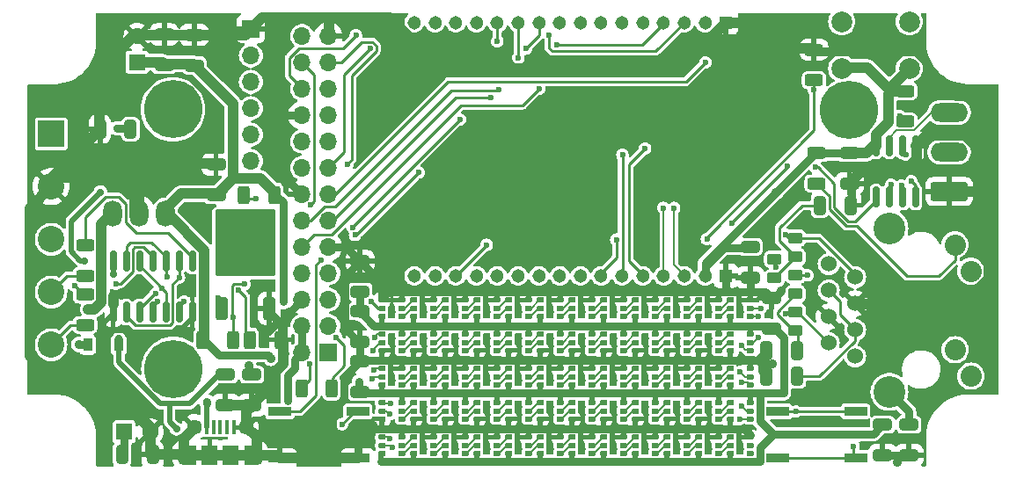
<source format=gtl>
G04 #@! TF.GenerationSoftware,KiCad,Pcbnew,7.0.5-0*
G04 #@! TF.CreationDate,2024-11-09T14:15:42+01:00*
G04 #@! TF.ProjectId,p44mini_lx,7034346d-696e-4695-9f6c-782e6b696361,rev?*
G04 #@! TF.SameCoordinates,Original*
G04 #@! TF.FileFunction,Copper,L1,Top*
G04 #@! TF.FilePolarity,Positive*
%FSLAX46Y46*%
G04 Gerber Fmt 4.6, Leading zero omitted, Abs format (unit mm)*
G04 Created by KiCad (PCBNEW 7.0.5-0) date 2024-11-09 14:15:42*
%MOMM*%
%LPD*%
G01*
G04 APERTURE LIST*
G04 Aperture macros list*
%AMRoundRect*
0 Rectangle with rounded corners*
0 $1 Rounding radius*
0 $2 $3 $4 $5 $6 $7 $8 $9 X,Y pos of 4 corners*
0 Add a 4 corners polygon primitive as box body*
4,1,4,$2,$3,$4,$5,$6,$7,$8,$9,$2,$3,0*
0 Add four circle primitives for the rounded corners*
1,1,$1+$1,$2,$3*
1,1,$1+$1,$4,$5*
1,1,$1+$1,$6,$7*
1,1,$1+$1,$8,$9*
0 Add four rect primitives between the rounded corners*
20,1,$1+$1,$2,$3,$4,$5,0*
20,1,$1+$1,$4,$5,$6,$7,0*
20,1,$1+$1,$6,$7,$8,$9,0*
20,1,$1+$1,$8,$9,$2,$3,0*%
%AMFreePoly0*
4,1,13,-0.325000,0.112500,-0.316436,0.155552,-0.292050,0.192050,-0.255552,0.216436,-0.212500,0.225000,0.325000,0.225000,0.325000,-0.225000,-0.212500,-0.225000,-0.255552,-0.216436,-0.292050,-0.192050,-0.316436,-0.155552,-0.325000,-0.112500,-0.325000,0.112500,-0.325000,0.112500,$1*%
%AMFreePoly1*
4,1,13,-0.325000,0.225000,0.212500,0.225000,0.255552,0.216436,0.292050,0.192050,0.316436,0.155552,0.325000,0.112500,0.325000,-0.112500,0.316436,-0.155552,0.292050,-0.192050,0.255552,-0.216436,0.212500,-0.225000,-0.325000,-0.225000,-0.325000,0.225000,-0.325000,0.225000,$1*%
%AMFreePoly2*
4,1,9,3.862500,-0.866500,0.737500,-0.866500,0.737500,-0.450000,-0.737500,-0.450000,-0.737500,0.450000,0.737500,0.450000,0.737500,0.866500,3.862500,0.866500,3.862500,-0.866500,3.862500,-0.866500,$1*%
G04 Aperture macros list end*
G04 #@! TA.AperFunction,SMDPad,CuDef*
%ADD10FreePoly0,180.000000*%
G04 #@! TD*
G04 #@! TA.AperFunction,SMDPad,CuDef*
%ADD11FreePoly1,180.000000*%
G04 #@! TD*
G04 #@! TA.AperFunction,SMDPad,CuDef*
%ADD12FreePoly0,0.000000*%
G04 #@! TD*
G04 #@! TA.AperFunction,SMDPad,CuDef*
%ADD13FreePoly1,0.000000*%
G04 #@! TD*
G04 #@! TA.AperFunction,ComponentPad*
%ADD14R,1.600000X1.600000*%
G04 #@! TD*
G04 #@! TA.AperFunction,ComponentPad*
%ADD15C,1.600000*%
G04 #@! TD*
G04 #@! TA.AperFunction,SMDPad,CuDef*
%ADD16RoundRect,0.250000X0.625000X-0.312500X0.625000X0.312500X-0.625000X0.312500X-0.625000X-0.312500X0*%
G04 #@! TD*
G04 #@! TA.AperFunction,SMDPad,CuDef*
%ADD17RoundRect,0.250000X-0.325000X-0.650000X0.325000X-0.650000X0.325000X0.650000X-0.325000X0.650000X0*%
G04 #@! TD*
G04 #@! TA.AperFunction,SMDPad,CuDef*
%ADD18RoundRect,0.250000X0.325000X0.650000X-0.325000X0.650000X-0.325000X-0.650000X0.325000X-0.650000X0*%
G04 #@! TD*
G04 #@! TA.AperFunction,SMDPad,CuDef*
%ADD19RoundRect,0.150000X0.150000X-0.825000X0.150000X0.825000X-0.150000X0.825000X-0.150000X-0.825000X0*%
G04 #@! TD*
G04 #@! TA.AperFunction,SMDPad,CuDef*
%ADD20RoundRect,0.250000X-0.650000X0.325000X-0.650000X-0.325000X0.650000X-0.325000X0.650000X0.325000X0*%
G04 #@! TD*
G04 #@! TA.AperFunction,SMDPad,CuDef*
%ADD21RoundRect,0.250000X-0.625000X0.312500X-0.625000X-0.312500X0.625000X-0.312500X0.625000X0.312500X0*%
G04 #@! TD*
G04 #@! TA.AperFunction,ComponentPad*
%ADD22R,1.700000X1.700000*%
G04 #@! TD*
G04 #@! TA.AperFunction,ComponentPad*
%ADD23O,1.700000X1.700000*%
G04 #@! TD*
G04 #@! TA.AperFunction,SMDPad,CuDef*
%ADD24RoundRect,0.250000X0.350000X-0.850000X0.350000X0.850000X-0.350000X0.850000X-0.350000X-0.850000X0*%
G04 #@! TD*
G04 #@! TA.AperFunction,SMDPad,CuDef*
%ADD25RoundRect,0.250000X1.125000X-1.275000X1.125000X1.275000X-1.125000X1.275000X-1.125000X-1.275000X0*%
G04 #@! TD*
G04 #@! TA.AperFunction,SMDPad,CuDef*
%ADD26RoundRect,0.249997X2.650003X-2.950003X2.650003X2.950003X-2.650003X2.950003X-2.650003X-2.950003X0*%
G04 #@! TD*
G04 #@! TA.AperFunction,SMDPad,CuDef*
%ADD27RoundRect,0.250000X0.450000X-0.262500X0.450000X0.262500X-0.450000X0.262500X-0.450000X-0.262500X0*%
G04 #@! TD*
G04 #@! TA.AperFunction,SMDPad,CuDef*
%ADD28R,2.209800X0.863600*%
G04 #@! TD*
G04 #@! TA.AperFunction,SMDPad,CuDef*
%ADD29RoundRect,0.250000X0.650000X-0.325000X0.650000X0.325000X-0.650000X0.325000X-0.650000X-0.325000X0*%
G04 #@! TD*
G04 #@! TA.AperFunction,ComponentPad*
%ADD30C,5.600000*%
G04 #@! TD*
G04 #@! TA.AperFunction,SMDPad,CuDef*
%ADD31RoundRect,0.250000X-0.312500X-0.625000X0.312500X-0.625000X0.312500X0.625000X-0.312500X0.625000X0*%
G04 #@! TD*
G04 #@! TA.AperFunction,ComponentPad*
%ADD32R,1.305560X1.305560*%
G04 #@! TD*
G04 #@! TA.AperFunction,ComponentPad*
%ADD33C,1.305560*%
G04 #@! TD*
G04 #@! TA.AperFunction,ComponentPad*
%ADD34C,1.524000*%
G04 #@! TD*
G04 #@! TA.AperFunction,ComponentPad*
%ADD35C,2.032000*%
G04 #@! TD*
G04 #@! TA.AperFunction,ComponentPad*
%ADD36C,3.048000*%
G04 #@! TD*
G04 #@! TA.AperFunction,SMDPad,CuDef*
%ADD37RoundRect,0.250000X0.312500X0.625000X-0.312500X0.625000X-0.312500X-0.625000X0.312500X-0.625000X0*%
G04 #@! TD*
G04 #@! TA.AperFunction,ComponentPad*
%ADD38C,2.000000*%
G04 #@! TD*
G04 #@! TA.AperFunction,SMDPad,CuDef*
%ADD39R,0.900000X1.300000*%
G04 #@! TD*
G04 #@! TA.AperFunction,SMDPad,CuDef*
%ADD40FreePoly2,270.000000*%
G04 #@! TD*
G04 #@! TA.AperFunction,ComponentPad*
%ADD41R,2.540000X2.540000*%
G04 #@! TD*
G04 #@! TA.AperFunction,ComponentPad*
%ADD42C,2.540000*%
G04 #@! TD*
G04 #@! TA.AperFunction,ComponentPad*
%ADD43O,1.800000X2.540000*%
G04 #@! TD*
G04 #@! TA.AperFunction,ComponentPad*
%ADD44RoundRect,0.250000X1.550000X-0.650000X1.550000X0.650000X-1.550000X0.650000X-1.550000X-0.650000X0*%
G04 #@! TD*
G04 #@! TA.AperFunction,ComponentPad*
%ADD45O,3.600000X1.800000*%
G04 #@! TD*
G04 #@! TA.AperFunction,SMDPad,CuDef*
%ADD46R,0.400000X1.350000*%
G04 #@! TD*
G04 #@! TA.AperFunction,ComponentPad*
%ADD47O,1.200000X1.900000*%
G04 #@! TD*
G04 #@! TA.AperFunction,SMDPad,CuDef*
%ADD48R,1.200000X1.900000*%
G04 #@! TD*
G04 #@! TA.AperFunction,ComponentPad*
%ADD49C,1.450000*%
G04 #@! TD*
G04 #@! TA.AperFunction,SMDPad,CuDef*
%ADD50R,1.500000X1.900000*%
G04 #@! TD*
G04 #@! TA.AperFunction,ViaPad*
%ADD51C,0.700000*%
G04 #@! TD*
G04 #@! TA.AperFunction,ViaPad*
%ADD52C,0.600000*%
G04 #@! TD*
G04 #@! TA.AperFunction,ViaPad*
%ADD53C,0.900000*%
G04 #@! TD*
G04 #@! TA.AperFunction,ViaPad*
%ADD54C,2.000000*%
G04 #@! TD*
G04 #@! TA.AperFunction,Conductor*
%ADD55C,0.500000*%
G04 #@! TD*
G04 #@! TA.AperFunction,Conductor*
%ADD56C,0.800000*%
G04 #@! TD*
G04 #@! TA.AperFunction,Conductor*
%ADD57C,1.000000*%
G04 #@! TD*
G04 #@! TA.AperFunction,Conductor*
%ADD58C,0.400000*%
G04 #@! TD*
G04 #@! TA.AperFunction,Conductor*
%ADD59C,0.250000*%
G04 #@! TD*
G04 #@! TA.AperFunction,Conductor*
%ADD60C,0.200000*%
G04 #@! TD*
G04 #@! TA.AperFunction,Conductor*
%ADD61C,2.000000*%
G04 #@! TD*
G04 APERTURE END LIST*
D10*
X96987000Y-73160000D03*
X96987000Y-72390000D03*
X96987000Y-71620000D03*
D11*
X95037000Y-71620000D03*
X95037000Y-72390000D03*
X95037000Y-73160000D03*
D12*
X113325000Y-81526000D03*
X113325000Y-82296000D03*
X113325000Y-83066000D03*
D13*
X115275000Y-83066000D03*
X115275000Y-82296000D03*
X115275000Y-81526000D03*
D14*
X70250000Y-81000000D03*
D15*
X72750000Y-81000000D03*
D12*
X122469000Y-81526000D03*
X122469000Y-82296000D03*
X122469000Y-83066000D03*
D13*
X124419000Y-83066000D03*
X124419000Y-82296000D03*
X124419000Y-81526000D03*
D12*
X101133000Y-81526000D03*
X101133000Y-82296000D03*
X101133000Y-83066000D03*
D13*
X103083000Y-83066000D03*
X103083000Y-82296000D03*
X103083000Y-81526000D03*
D16*
X66497200Y-70712500D03*
X66497200Y-67787500D03*
D17*
X137209000Y-59182000D03*
X140159000Y-59182000D03*
D12*
X104181000Y-81526000D03*
X104181000Y-82296000D03*
X104181000Y-83066000D03*
D13*
X106131000Y-83066000D03*
X106131000Y-82296000D03*
X106131000Y-81526000D03*
D12*
X119421000Y-81526000D03*
X119421000Y-82296000D03*
X119421000Y-83066000D03*
D13*
X121371000Y-83066000D03*
X121371000Y-82296000D03*
X121371000Y-81526000D03*
D12*
X116373000Y-81526000D03*
X116373000Y-82296000D03*
X116373000Y-83066000D03*
D13*
X118323000Y-83066000D03*
X118323000Y-82296000D03*
X118323000Y-81526000D03*
D12*
X98085000Y-74922000D03*
X98085000Y-75692000D03*
X98085000Y-76462000D03*
D13*
X100035000Y-76462000D03*
X100035000Y-75692000D03*
X100035000Y-74922000D03*
D17*
X70051400Y-83210400D03*
X73001400Y-83210400D03*
D12*
X110277000Y-81526000D03*
X110277000Y-82296000D03*
X110277000Y-83066000D03*
D13*
X112227000Y-83066000D03*
X112227000Y-82296000D03*
X112227000Y-81526000D03*
D10*
X100035000Y-73160000D03*
X100035000Y-72390000D03*
X100035000Y-71620000D03*
D11*
X98085000Y-71620000D03*
X98085000Y-72390000D03*
X98085000Y-73160000D03*
D18*
X70875000Y-51850000D03*
X67925000Y-51850000D03*
D12*
X110277000Y-68318000D03*
X110277000Y-69088000D03*
X110277000Y-69858000D03*
D13*
X112227000Y-69858000D03*
X112227000Y-69088000D03*
X112227000Y-68318000D03*
D12*
X122469000Y-74922000D03*
X122469000Y-75692000D03*
X122469000Y-76462000D03*
D13*
X124419000Y-76462000D03*
X124419000Y-75692000D03*
X124419000Y-74922000D03*
D10*
X118323000Y-79764000D03*
X118323000Y-78994000D03*
X118323000Y-78224000D03*
D11*
X116373000Y-78224000D03*
X116373000Y-78994000D03*
X116373000Y-79764000D03*
D19*
X142621000Y-58405800D03*
X143891000Y-58405800D03*
X145161000Y-58405800D03*
X146431000Y-58405800D03*
X146431000Y-53455800D03*
X145161000Y-53455800D03*
X143891000Y-53455800D03*
X142621000Y-53455800D03*
D16*
X136906000Y-57088500D03*
X136906000Y-54163500D03*
D12*
X101133000Y-68318000D03*
X101133000Y-69088000D03*
X101133000Y-69858000D03*
D13*
X103083000Y-69858000D03*
X103083000Y-69088000D03*
X103083000Y-68318000D03*
D18*
X135028200Y-73202800D03*
X132078200Y-73202800D03*
D20*
X92964000Y-69391000D03*
X92964000Y-72341000D03*
D10*
X115275000Y-79764000D03*
X115275000Y-78994000D03*
X115275000Y-78224000D03*
D11*
X113325000Y-78224000D03*
X113325000Y-78994000D03*
X113325000Y-79764000D03*
D21*
X136652000Y-44206700D03*
X136652000Y-47131700D03*
D12*
X128565000Y-81526000D03*
X128565000Y-82296000D03*
X128565000Y-83066000D03*
D13*
X130515000Y-83066000D03*
X130515000Y-82296000D03*
X130515000Y-81526000D03*
D12*
X119421000Y-68318000D03*
X119421000Y-69088000D03*
X119421000Y-69858000D03*
D13*
X121371000Y-69858000D03*
X121371000Y-69088000D03*
X121371000Y-68318000D03*
D22*
X82448400Y-42214800D03*
D23*
X82448400Y-44754800D03*
X82448400Y-47294800D03*
X82448400Y-49834800D03*
X82448400Y-52374800D03*
X82448400Y-54914800D03*
D10*
X121371000Y-79764000D03*
X121371000Y-78994000D03*
X121371000Y-78224000D03*
D11*
X119421000Y-78224000D03*
X119421000Y-78994000D03*
X119421000Y-79764000D03*
D14*
X71500000Y-45411394D03*
D15*
X71500000Y-42911394D03*
D10*
X112227000Y-73160000D03*
X112227000Y-72390000D03*
X112227000Y-71620000D03*
D11*
X110277000Y-71620000D03*
X110277000Y-72390000D03*
X110277000Y-73160000D03*
D24*
X79660400Y-69098800D03*
D25*
X80415400Y-64473800D03*
X83465400Y-64473800D03*
D26*
X81940400Y-62798800D03*
D25*
X80415400Y-61123800D03*
X83465400Y-61123800D03*
D24*
X84220400Y-69098800D03*
D10*
X130515000Y-79764000D03*
X130515000Y-78994000D03*
X130515000Y-78224000D03*
D11*
X128565000Y-78224000D03*
X128565000Y-78994000D03*
X128565000Y-79764000D03*
D27*
X132842000Y-66190500D03*
X132842000Y-64365500D03*
D28*
X133159500Y-79029999D03*
X140652500Y-79029999D03*
X133159500Y-83530001D03*
X140652500Y-83530001D03*
D12*
X95037000Y-81526000D03*
X95037000Y-82296000D03*
X95037000Y-83066000D03*
D13*
X96987000Y-83066000D03*
X96987000Y-82296000D03*
X96987000Y-81526000D03*
D27*
X134874000Y-64158500D03*
X134874000Y-62333500D03*
D29*
X92964000Y-67515000D03*
X92964000Y-64565000D03*
D12*
X95037000Y-68318000D03*
X95037000Y-69088000D03*
X95037000Y-69858000D03*
D13*
X96987000Y-69858000D03*
X96987000Y-69088000D03*
X96987000Y-68318000D03*
D10*
X106131000Y-79764000D03*
X106131000Y-78994000D03*
X106131000Y-78224000D03*
D11*
X104181000Y-78224000D03*
X104181000Y-78994000D03*
X104181000Y-79764000D03*
D20*
X80010000Y-75487000D03*
X80010000Y-78437000D03*
D10*
X115275000Y-73160000D03*
X115275000Y-72390000D03*
X115275000Y-71620000D03*
D11*
X113325000Y-71620000D03*
X113325000Y-72390000D03*
X113325000Y-73160000D03*
D12*
X107229000Y-68318000D03*
X107229000Y-69088000D03*
X107229000Y-69858000D03*
D13*
X109179000Y-69858000D03*
X109179000Y-69088000D03*
X109179000Y-68318000D03*
D10*
X109179000Y-73160000D03*
X109179000Y-72390000D03*
X109179000Y-71620000D03*
D11*
X107229000Y-71620000D03*
X107229000Y-72390000D03*
X107229000Y-73160000D03*
D30*
X75000000Y-74950000D03*
D16*
X145415000Y-51119500D03*
X145415000Y-48194500D03*
D10*
X96987000Y-79764000D03*
X96987000Y-78994000D03*
X96987000Y-78224000D03*
D11*
X95037000Y-78224000D03*
X95037000Y-78994000D03*
X95037000Y-79764000D03*
D27*
X134874000Y-67714500D03*
X134874000Y-65889500D03*
D30*
X74950000Y-49950000D03*
D12*
X125517000Y-74922000D03*
X125517000Y-75692000D03*
X125517000Y-76462000D03*
D13*
X127467000Y-76462000D03*
X127467000Y-75692000D03*
X127467000Y-74922000D03*
D12*
X122469000Y-68318000D03*
X122469000Y-69088000D03*
X122469000Y-69858000D03*
D13*
X124419000Y-69858000D03*
X124419000Y-69088000D03*
X124419000Y-68318000D03*
D10*
X118323000Y-73160000D03*
X118323000Y-72390000D03*
X118323000Y-71620000D03*
D11*
X116373000Y-71620000D03*
X116373000Y-72390000D03*
X116373000Y-73160000D03*
D31*
X87310500Y-76835000D03*
X90235500Y-76835000D03*
D32*
X128173480Y-41592500D03*
D33*
X126174500Y-41592500D03*
X124175520Y-41592500D03*
X122174000Y-41592500D03*
X120175020Y-41592500D03*
X118173500Y-41592500D03*
X116174520Y-41592500D03*
X114175540Y-41592500D03*
X112176560Y-41592500D03*
X110177580Y-41592500D03*
X108176060Y-41592500D03*
X106177080Y-41592500D03*
X104175560Y-41592500D03*
X102176580Y-41592500D03*
X100177600Y-41592500D03*
X98176080Y-41592500D03*
D32*
X128173480Y-65989200D03*
D33*
X126174500Y-65989200D03*
X124175520Y-65989200D03*
X122174000Y-65989200D03*
X120175020Y-65989200D03*
X118173500Y-65989200D03*
X116174520Y-65989200D03*
X114175540Y-65989200D03*
X112176560Y-65989200D03*
X110177580Y-65989200D03*
X108176060Y-65989200D03*
X106177080Y-65989200D03*
X104175560Y-65989200D03*
X102176580Y-65989200D03*
X100177600Y-65989200D03*
X98176080Y-65989200D03*
D29*
X132588000Y-71071000D03*
X132588000Y-68121000D03*
D19*
X69190000Y-69475000D03*
X70460000Y-69475000D03*
X71730000Y-69475000D03*
X73000000Y-69475000D03*
X74270000Y-69475000D03*
X75540000Y-69475000D03*
X76810000Y-69475000D03*
X76810000Y-64525000D03*
X75540000Y-64525000D03*
X74270000Y-64525000D03*
X73000000Y-64525000D03*
X71730000Y-64525000D03*
X70460000Y-64525000D03*
X69190000Y-64525000D03*
D34*
X140614400Y-73736200D03*
X138074400Y-72466200D03*
X140614400Y-71196200D03*
X138074400Y-69926200D03*
X140614400Y-68656200D03*
X138074400Y-67386200D03*
X140614400Y-66116200D03*
X138074400Y-64846200D03*
D35*
X151765000Y-75641200D03*
X150241000Y-73101200D03*
X151739600Y-65532000D03*
X150215600Y-62992000D03*
D36*
X143916400Y-77165200D03*
X143916400Y-61417200D03*
D29*
X77000000Y-45725000D03*
X77000000Y-42775000D03*
D28*
X85255100Y-79029999D03*
X92748100Y-79029999D03*
X85255100Y-83530001D03*
X92748100Y-83530001D03*
D20*
X130505200Y-63193400D03*
X130505200Y-66143400D03*
D12*
X116373000Y-68318000D03*
X116373000Y-69088000D03*
X116373000Y-69858000D03*
D13*
X118323000Y-69858000D03*
X118323000Y-69088000D03*
X118323000Y-68318000D03*
D22*
X89916000Y-73355200D03*
D23*
X87376000Y-73355200D03*
X89916000Y-70815200D03*
X87376000Y-70815200D03*
X89916000Y-68275200D03*
X87376000Y-68275200D03*
X89916000Y-65735200D03*
X87376000Y-65735200D03*
X89916000Y-63195200D03*
X87376000Y-63195200D03*
X89916000Y-60655200D03*
X87376000Y-60655200D03*
X89916000Y-58115200D03*
X87376000Y-58115200D03*
X89916000Y-55575200D03*
X87376000Y-55575200D03*
X89916000Y-53035200D03*
X87376000Y-53035200D03*
X89916000Y-50495200D03*
X87376000Y-50495200D03*
X89916000Y-47955200D03*
X87376000Y-47955200D03*
X89916000Y-45415200D03*
X87376000Y-45415200D03*
X89916000Y-42875200D03*
X87376000Y-42875200D03*
D12*
X128565000Y-74922000D03*
X128565000Y-75692000D03*
X128565000Y-76462000D03*
D13*
X130515000Y-76462000D03*
X130515000Y-75692000D03*
X130515000Y-74922000D03*
D20*
X145796000Y-80313000D03*
X145796000Y-83263000D03*
D12*
X107229000Y-81526000D03*
X107229000Y-82296000D03*
X107229000Y-83066000D03*
D13*
X109179000Y-83066000D03*
X109179000Y-82296000D03*
X109179000Y-81526000D03*
D12*
X116373000Y-74922000D03*
X116373000Y-75692000D03*
X116373000Y-76462000D03*
D13*
X118323000Y-76462000D03*
X118323000Y-75692000D03*
X118323000Y-74922000D03*
D10*
X106131000Y-73160000D03*
X106131000Y-72390000D03*
X106131000Y-71620000D03*
D11*
X104181000Y-71620000D03*
X104181000Y-72390000D03*
X104181000Y-73160000D03*
D12*
X98085000Y-81526000D03*
X98085000Y-82296000D03*
X98085000Y-83066000D03*
D13*
X100035000Y-83066000D03*
X100035000Y-82296000D03*
X100035000Y-81526000D03*
D10*
X103083000Y-73160000D03*
X103083000Y-72390000D03*
X103083000Y-71620000D03*
D11*
X101133000Y-71620000D03*
X101133000Y-72390000D03*
X101133000Y-73160000D03*
D29*
X74117200Y-45671000D03*
X74117200Y-42721000D03*
D10*
X124419000Y-73160000D03*
X124419000Y-72390000D03*
X124419000Y-71620000D03*
D11*
X122469000Y-71620000D03*
X122469000Y-72390000D03*
X122469000Y-73160000D03*
D20*
X82550000Y-75487000D03*
X82550000Y-78437000D03*
D12*
X110277000Y-74922000D03*
X110277000Y-75692000D03*
X110277000Y-76462000D03*
D13*
X112227000Y-76462000D03*
X112227000Y-75692000D03*
X112227000Y-74922000D03*
D10*
X124419000Y-79764000D03*
X124419000Y-78994000D03*
X124419000Y-78224000D03*
D11*
X122469000Y-78224000D03*
X122469000Y-78994000D03*
X122469000Y-79764000D03*
D12*
X98085000Y-68318000D03*
X98085000Y-69088000D03*
X98085000Y-69858000D03*
D13*
X100035000Y-69858000D03*
X100035000Y-69088000D03*
X100035000Y-68318000D03*
D37*
X85282500Y-72136000D03*
X82357500Y-72136000D03*
D38*
X139320200Y-41500000D03*
X145820200Y-41500000D03*
X139320200Y-46000000D03*
X145820200Y-46000000D03*
D20*
X140055600Y-54151000D03*
X140055600Y-57101000D03*
D10*
X103083000Y-79764000D03*
X103083000Y-78994000D03*
X103083000Y-78224000D03*
D11*
X101133000Y-78224000D03*
X101133000Y-78994000D03*
X101133000Y-79764000D03*
D37*
X80710500Y-72136000D03*
X77785500Y-72136000D03*
D12*
X95037000Y-74922000D03*
X95037000Y-75692000D03*
X95037000Y-76462000D03*
D13*
X96987000Y-76462000D03*
X96987000Y-75692000D03*
X96987000Y-74922000D03*
D30*
X140050000Y-50000000D03*
D12*
X128565000Y-68318000D03*
X128565000Y-69088000D03*
X128565000Y-69858000D03*
D13*
X130515000Y-69858000D03*
X130515000Y-69088000D03*
X130515000Y-68318000D03*
D12*
X107229000Y-74922000D03*
X107229000Y-75692000D03*
X107229000Y-76462000D03*
D13*
X109179000Y-76462000D03*
X109179000Y-75692000D03*
X109179000Y-74922000D03*
D39*
X69750000Y-72624400D03*
D40*
X68250000Y-72711900D03*
D39*
X66750000Y-72624400D03*
D20*
X143256000Y-80313000D03*
X143256000Y-83263000D03*
D10*
X109179000Y-79764000D03*
X109179000Y-78994000D03*
X109179000Y-78224000D03*
D11*
X107229000Y-78224000D03*
X107229000Y-78994000D03*
X107229000Y-79764000D03*
D41*
X63227500Y-52290000D03*
D42*
X63227500Y-57370000D03*
X63227500Y-62450000D03*
X63227500Y-67530000D03*
X63227500Y-72610000D03*
D10*
X127467000Y-73160000D03*
X127467000Y-72390000D03*
X127467000Y-71620000D03*
D11*
X125517000Y-71620000D03*
X125517000Y-72390000D03*
X125517000Y-73160000D03*
D43*
X69170000Y-60000000D03*
X71710000Y-60000000D03*
X74250000Y-60000000D03*
D12*
X113325000Y-74922000D03*
X113325000Y-75692000D03*
X113325000Y-76462000D03*
D13*
X115275000Y-76462000D03*
X115275000Y-75692000D03*
X115275000Y-74922000D03*
D10*
X112227000Y-79764000D03*
X112227000Y-78994000D03*
X112227000Y-78224000D03*
D11*
X110277000Y-78224000D03*
X110277000Y-78994000D03*
X110277000Y-79764000D03*
D27*
X134874000Y-71270500D03*
X134874000Y-69445500D03*
D18*
X135028200Y-75641200D03*
X132078200Y-75641200D03*
D12*
X125517000Y-68318000D03*
X125517000Y-69088000D03*
X125517000Y-69858000D03*
D13*
X127467000Y-69858000D03*
X127467000Y-69088000D03*
X127467000Y-68318000D03*
D29*
X92964000Y-77167000D03*
X92964000Y-74217000D03*
D44*
X149656800Y-57861200D03*
D45*
X149656800Y-54051200D03*
X149656800Y-50241200D03*
D10*
X127467000Y-79764000D03*
X127467000Y-78994000D03*
X127467000Y-78224000D03*
D11*
X125517000Y-78224000D03*
X125517000Y-78994000D03*
X125517000Y-79764000D03*
D10*
X121371000Y-73160000D03*
X121371000Y-72390000D03*
X121371000Y-71620000D03*
D11*
X119421000Y-71620000D03*
X119421000Y-72390000D03*
X119421000Y-73160000D03*
D31*
X81798700Y-58166000D03*
X84723700Y-58166000D03*
D12*
X104181000Y-68318000D03*
X104181000Y-69088000D03*
X104181000Y-69858000D03*
D13*
X106131000Y-69858000D03*
X106131000Y-69088000D03*
X106131000Y-68318000D03*
D16*
X66497200Y-65962500D03*
X66497200Y-63037500D03*
D12*
X101133000Y-74922000D03*
X101133000Y-75692000D03*
X101133000Y-76462000D03*
D13*
X103083000Y-76462000D03*
X103083000Y-75692000D03*
X103083000Y-74922000D03*
D10*
X100035000Y-79764000D03*
X100035000Y-78994000D03*
X100035000Y-78224000D03*
D11*
X98085000Y-78224000D03*
X98085000Y-78994000D03*
X98085000Y-79764000D03*
D12*
X125517000Y-81526000D03*
X125517000Y-82296000D03*
X125517000Y-83066000D03*
D13*
X127467000Y-83066000D03*
X127467000Y-82296000D03*
X127467000Y-81526000D03*
D12*
X113325000Y-68318000D03*
X113325000Y-69088000D03*
X113325000Y-69858000D03*
D13*
X115275000Y-69858000D03*
X115275000Y-69088000D03*
X115275000Y-68318000D03*
D12*
X119421000Y-74922000D03*
X119421000Y-75692000D03*
X119421000Y-76462000D03*
D13*
X121371000Y-76462000D03*
X121371000Y-75692000D03*
X121371000Y-74922000D03*
D46*
X78202000Y-80528700D03*
X78852000Y-80528700D03*
X79502000Y-80528700D03*
X80152000Y-80528700D03*
X80802000Y-80528700D03*
D47*
X76002000Y-83228700D03*
D48*
X76602000Y-83228700D03*
D49*
X77002000Y-80528700D03*
D50*
X78502000Y-83228700D03*
X80502000Y-83228700D03*
D49*
X82002000Y-80528700D03*
D48*
X82402000Y-83228700D03*
D47*
X83002000Y-83228700D03*
D12*
X104181000Y-74922000D03*
X104181000Y-75692000D03*
X104181000Y-76462000D03*
D13*
X106131000Y-76462000D03*
X106131000Y-75692000D03*
X106131000Y-74922000D03*
D29*
X79095600Y-58218600D03*
X79095600Y-55268600D03*
D10*
X130515000Y-73160000D03*
X130515000Y-72390000D03*
X130515000Y-71620000D03*
D11*
X128565000Y-71620000D03*
X128565000Y-72390000D03*
X128565000Y-73160000D03*
D51*
X69748400Y-72021100D03*
X69596000Y-51765200D03*
X75285600Y-80721200D03*
X67970400Y-57912000D03*
X69189600Y-65836800D03*
X85989902Y-77978000D03*
X66446400Y-64516000D03*
D52*
X107392500Y-57575000D03*
X68992500Y-47975000D03*
X65792500Y-47975000D03*
X128192500Y-55975000D03*
X97792500Y-62375000D03*
D53*
X63042800Y-69951600D03*
X71755000Y-67691000D03*
D52*
X70592500Y-54375000D03*
X120192500Y-51175000D03*
D53*
X147740400Y-52480000D03*
D52*
X97792500Y-60775000D03*
X72192500Y-54375000D03*
X100992500Y-60775000D03*
X126592500Y-55975000D03*
X68992500Y-41575000D03*
X128192500Y-54375000D03*
X116992500Y-57575000D03*
X123392500Y-49575000D03*
X104192500Y-57575000D03*
X110592500Y-57575000D03*
X121792500Y-51175000D03*
D53*
X126492000Y-74097000D03*
D52*
X105792500Y-57575000D03*
X152192500Y-70375000D03*
X105792500Y-60775000D03*
X92992500Y-49575000D03*
D53*
X139979400Y-59728300D03*
D52*
X65792500Y-51175000D03*
X118592500Y-49575000D03*
D53*
X94242531Y-80413912D03*
D52*
X102592500Y-62375000D03*
X70592500Y-41575000D03*
D53*
X69392800Y-67818000D03*
D52*
X105792500Y-55975000D03*
X78592500Y-51175000D03*
X144192500Y-81575000D03*
X139392500Y-43175000D03*
X78592500Y-44775000D03*
X144192500Y-43175000D03*
X126592500Y-59175000D03*
X131392500Y-43175000D03*
X139392500Y-75175000D03*
X96192500Y-60775000D03*
X64192500Y-49575000D03*
X145792500Y-81575000D03*
X102592500Y-55975000D03*
X62592500Y-49575000D03*
D53*
X84074000Y-71374000D03*
D52*
X99392500Y-57575000D03*
X121792500Y-52775000D03*
X100992500Y-55975000D03*
X112192500Y-55975000D03*
X116992500Y-55975000D03*
X121792500Y-54375000D03*
X113792500Y-49575000D03*
X99392500Y-62375000D03*
X140992500Y-43175000D03*
X132992500Y-44775000D03*
X91392500Y-81575000D03*
D53*
X133477000Y-67437000D03*
D52*
X78592500Y-52775000D03*
X147392500Y-78375000D03*
X84992500Y-81575000D03*
X124992500Y-54375000D03*
X124992500Y-59175000D03*
X121792500Y-49575000D03*
X116992500Y-49575000D03*
D53*
X126492000Y-80701000D03*
D52*
X148992500Y-76775000D03*
X96192500Y-49575000D03*
X123392500Y-55975000D03*
X102592500Y-57575000D03*
X108992500Y-57575000D03*
X96192500Y-62375000D03*
X112192500Y-57575000D03*
X123392500Y-52775000D03*
X129792500Y-55975000D03*
X139392500Y-76775000D03*
X145792500Y-67175000D03*
X80192500Y-46375000D03*
X80192500Y-41575000D03*
X86592500Y-81575000D03*
X123392500Y-51175000D03*
X72192500Y-52775000D03*
X115392500Y-49575000D03*
X147392500Y-67175000D03*
D53*
X132681500Y-74422000D03*
D52*
X145792500Y-70375000D03*
X113792500Y-55975000D03*
X94592500Y-49575000D03*
X140992500Y-75175000D03*
X126592500Y-52775000D03*
X142592500Y-43175000D03*
X123392500Y-54375000D03*
D53*
X128356851Y-67443500D03*
D52*
X124992500Y-55975000D03*
X113792500Y-57575000D03*
X115392500Y-55975000D03*
X108992500Y-55975000D03*
X136192500Y-68775000D03*
X88192500Y-81575000D03*
X78592500Y-49575000D03*
X124992500Y-51175000D03*
X102592500Y-60775000D03*
X76992500Y-41575000D03*
X126592500Y-54375000D03*
X120192500Y-49575000D03*
X76992500Y-59175000D03*
X94592500Y-62375000D03*
X104192500Y-55975000D03*
X147392500Y-60775000D03*
X107392500Y-55975000D03*
D53*
X144627600Y-83921600D03*
D52*
X78592500Y-41575000D03*
X110592500Y-55975000D03*
X80192500Y-44775000D03*
X148992500Y-70375000D03*
X115392500Y-57575000D03*
X100992500Y-62375000D03*
X104192500Y-60775000D03*
X152192500Y-73575000D03*
X136192500Y-67175000D03*
X148992500Y-67175000D03*
X134592500Y-46375000D03*
X100992500Y-57575000D03*
X136192500Y-63975000D03*
X68992500Y-49575000D03*
X137792500Y-76775000D03*
X70592500Y-47975000D03*
X136192500Y-41575000D03*
X68992500Y-54375000D03*
X120192500Y-57575000D03*
X124992500Y-52775000D03*
X147392500Y-70375000D03*
X152192500Y-71975000D03*
X147392500Y-47975000D03*
X136192500Y-79975000D03*
X137792500Y-79975000D03*
X99392500Y-60775000D03*
X145792500Y-71975000D03*
X65792500Y-49575000D03*
X147392500Y-71975000D03*
X70592500Y-49575000D03*
X145792500Y-43175000D03*
D53*
X66802000Y-69189600D03*
X82245200Y-74660500D03*
X65887600Y-72593200D03*
D52*
X85598000Y-68478400D03*
X134924800Y-79044800D03*
D53*
X84414786Y-73928814D03*
X132943600Y-57962800D03*
D52*
X145491200Y-54305200D03*
D54*
X80568800Y-62687200D03*
D52*
X120396000Y-53721000D03*
X118211600Y-54305200D03*
X144068800Y-57200800D03*
X144881600Y-50596800D03*
X105156000Y-62992000D03*
X136017000Y-65938400D03*
X133876628Y-69595050D03*
X133923700Y-62026800D03*
X132943600Y-65178500D03*
X69443600Y-66751200D03*
X65476331Y-66911427D03*
X126339600Y-62433200D03*
X136652000Y-48056800D03*
X140462000Y-82397600D03*
X117627100Y-62484000D03*
X145084800Y-57302400D03*
X126187200Y-45415200D03*
X73279000Y-67691000D03*
X79298800Y-68122800D03*
X102565200Y-50901600D03*
X73914000Y-67183000D03*
X92252800Y-61315600D03*
X111150400Y-42773100D03*
X128726157Y-60908157D03*
X134070989Y-55432589D03*
X136804400Y-55524400D03*
X105511600Y-48782900D03*
X145999200Y-56879500D03*
X110185200Y-47955200D03*
X108915200Y-44094400D03*
X108204000Y-44958000D03*
X98602800Y-56032400D03*
X91744800Y-55219600D03*
X92476159Y-62041517D03*
X106172000Y-43398100D03*
X89175500Y-64465200D03*
X91236800Y-80264000D03*
X86102577Y-79193777D03*
X93929200Y-44094400D03*
X92557600Y-42824400D03*
X123190000Y-59436000D03*
X122174000Y-59436000D03*
D51*
X78232000Y-78079600D03*
D52*
X80759902Y-69951600D03*
X81854040Y-66766440D03*
X88211827Y-59174704D03*
X73504601Y-68442309D03*
X111925185Y-43723900D03*
X106324400Y-48006000D03*
X75539600Y-66141600D03*
X81280000Y-67335100D03*
X94056200Y-70646800D03*
X96012000Y-83891000D03*
X92862400Y-76149200D03*
X82956400Y-58572400D03*
X74422000Y-66090800D03*
X94047628Y-68454675D03*
X90676957Y-71880957D03*
X131267200Y-69850000D03*
X131316669Y-71894084D03*
X129642643Y-72693757D03*
X131521200Y-69088000D03*
X94081600Y-75895200D03*
X94355620Y-71907597D03*
X94183900Y-73197500D03*
X94284800Y-75082400D03*
X129693100Y-78536800D03*
X129693100Y-76250800D03*
X129540000Y-79756000D03*
X129540000Y-75234800D03*
X96089243Y-82472757D03*
X95910400Y-78232000D03*
X95808594Y-79315272D03*
X95808100Y-81635600D03*
X88138000Y-74481500D03*
X76044649Y-68442167D03*
D55*
X65172200Y-63639949D02*
X66048251Y-64516000D01*
D56*
X70815200Y-51765200D02*
X70764400Y-51765200D01*
D55*
X69750000Y-72600000D02*
X69750000Y-74296195D01*
X69190000Y-64525000D02*
X69190000Y-65836400D01*
X65172200Y-60710200D02*
X65172200Y-63639949D01*
D56*
X87376000Y-73355200D02*
X87376000Y-70713600D01*
D55*
X69748400Y-72542400D02*
X69697600Y-72593200D01*
X69748400Y-72021100D02*
X69748400Y-72542400D01*
X76606400Y-78282800D02*
X79298800Y-75590400D01*
X73736605Y-78282800D02*
X74625200Y-78282800D01*
X74625200Y-78282800D02*
X76606400Y-78282800D01*
D56*
X86664786Y-74910848D02*
X86664786Y-74066414D01*
D55*
X79298800Y-75590400D02*
X79959200Y-75590400D01*
X74625200Y-78282800D02*
X74625200Y-80060800D01*
X69190000Y-65836400D02*
X69189600Y-65836800D01*
D56*
X85989902Y-75585732D02*
X86664786Y-74910848D01*
D55*
X66048251Y-64516000D02*
X66446400Y-64516000D01*
D56*
X85989902Y-77978000D02*
X85989902Y-75585732D01*
D55*
X69750000Y-74296195D02*
X73736605Y-78282800D01*
D56*
X86664786Y-74066414D02*
X87376000Y-73355200D01*
D55*
X67970400Y-57912000D02*
X65172200Y-60710200D01*
D56*
X69596000Y-51765200D02*
X70815200Y-51765200D01*
D55*
X74625200Y-80060800D02*
X75285600Y-80721200D01*
D57*
X140055600Y-56997600D02*
X141173200Y-55880000D01*
D55*
X68250000Y-71221600D02*
X68250000Y-70535600D01*
D56*
X122453400Y-74097000D02*
X124409200Y-74097000D01*
D55*
X109179000Y-81526000D02*
X109179000Y-80761600D01*
D57*
X83002000Y-83228700D02*
X83002000Y-81528800D01*
D56*
X144627600Y-83263000D02*
X145895800Y-83263000D01*
D55*
X116373000Y-73160000D02*
X116373000Y-74087200D01*
X95037000Y-73160000D02*
X95037000Y-74087200D01*
X124419000Y-74922000D02*
X124419000Y-74106800D01*
D56*
X136652000Y-44206700D02*
X136845300Y-44400000D01*
D57*
X146431000Y-53455800D02*
X146491200Y-53516000D01*
D56*
X87376000Y-68275200D02*
X85547200Y-70104000D01*
X69519800Y-67691000D02*
X69392800Y-67818000D01*
D55*
X118323000Y-68318000D02*
X118323000Y-67502800D01*
D57*
X72750000Y-83164000D02*
X72948800Y-83362800D01*
D55*
X116373000Y-80665800D02*
X116408200Y-80701000D01*
D56*
X84074000Y-71374000D02*
X85039200Y-70408800D01*
X93289000Y-80701000D02*
X94183200Y-80701000D01*
D55*
X110277000Y-74081400D02*
X110261400Y-74097000D01*
D56*
X104140000Y-80701000D02*
X106121200Y-80701000D01*
D55*
X119421000Y-80691200D02*
X119430800Y-80701000D01*
D56*
X130505200Y-66143400D02*
X130505200Y-67493000D01*
D55*
X68250000Y-72687500D02*
X68250000Y-71221600D01*
D56*
X84429600Y-50444400D02*
X84429600Y-41108400D01*
D55*
X100035000Y-67502800D02*
X100025200Y-67493000D01*
D56*
X113309400Y-80701000D02*
X115239800Y-80701000D01*
D57*
X153009600Y-57861200D02*
X153771600Y-57861200D01*
X71710000Y-60000000D02*
X71710000Y-58238000D01*
D55*
X103083000Y-67502800D02*
X103073200Y-67493000D01*
D57*
X80502000Y-83228700D02*
X82963500Y-83228700D01*
D55*
X115275000Y-80736200D02*
X115239800Y-80701000D01*
D56*
X131236600Y-74097000D02*
X132130800Y-73202800D01*
D55*
X121371000Y-74922000D02*
X121371000Y-74106800D01*
D56*
X91464000Y-70991600D02*
X92964000Y-72491600D01*
D55*
X110277000Y-80691200D02*
X110286800Y-80701000D01*
X109179000Y-67502800D02*
X109169200Y-67493000D01*
D56*
X110261400Y-74097000D02*
X112217200Y-74097000D01*
X103098600Y-74097000D02*
X104165400Y-74097000D01*
D57*
X82550000Y-78437000D02*
X84709000Y-76278000D01*
D55*
X106131000Y-74922000D02*
X106131000Y-74106800D01*
D57*
X85255100Y-83530001D02*
X90297000Y-83530001D01*
X62738000Y-70256400D02*
X63042800Y-69951600D01*
X147435600Y-52451200D02*
X151219542Y-52451200D01*
X79982800Y-78437000D02*
X79959200Y-78460600D01*
D55*
X103083000Y-81526000D02*
X103083000Y-80716600D01*
D57*
X83554800Y-41108400D02*
X84429600Y-41108400D01*
D56*
X116408200Y-80701000D02*
X118338600Y-80701000D01*
D57*
X61157500Y-59440000D02*
X61157500Y-70256400D01*
D55*
X106131000Y-80710800D02*
X106121200Y-80701000D01*
D56*
X91440000Y-77851000D02*
X90298800Y-78992200D01*
D55*
X116373000Y-79764000D02*
X116373000Y-80665800D01*
D57*
X82002000Y-79059400D02*
X82575400Y-78486000D01*
D55*
X112227000Y-74922000D02*
X112227000Y-74106800D01*
X109179000Y-68318000D02*
X109179000Y-67502800D01*
X130515000Y-74106800D02*
X130505200Y-74097000D01*
X113325000Y-74081400D02*
X113309400Y-74097000D01*
X128565000Y-79764000D02*
X128565000Y-80685400D01*
D56*
X89916000Y-63195200D02*
X91592400Y-63195200D01*
X95021400Y-66622400D02*
X95021400Y-68148200D01*
X131612400Y-74472800D02*
X132630700Y-74472800D01*
D57*
X82448400Y-42214800D02*
X83554800Y-41108400D01*
D55*
X100035000Y-81526000D02*
X100035000Y-80716600D01*
X127467000Y-74112600D02*
X127482600Y-74097000D01*
D56*
X118313200Y-67493000D02*
X121386600Y-67493000D01*
X84220400Y-69071600D02*
X84220400Y-69488400D01*
D55*
X127467000Y-80767400D02*
X127533400Y-80701000D01*
D56*
X128173480Y-67487920D02*
X128168400Y-67493000D01*
D55*
X109179000Y-80761600D02*
X109118400Y-80701000D01*
D57*
X153009600Y-57861200D02*
X153455600Y-58307200D01*
D56*
X94183200Y-80701000D02*
X95046800Y-80701000D01*
X96977200Y-80701000D02*
X98120200Y-80701000D01*
D57*
X128173480Y-41592500D02*
X132422900Y-41592500D01*
X72720200Y-80470200D02*
X72720200Y-80975200D01*
D55*
X112227000Y-68318000D02*
X112227000Y-67502800D01*
D56*
X95676600Y-67493000D02*
X97002600Y-67493000D01*
X115265200Y-67493000D02*
X118313200Y-67493000D01*
D57*
X84429600Y-41108400D02*
X89966800Y-41108400D01*
D55*
X101133000Y-79764000D02*
X101133000Y-80691200D01*
D57*
X83002000Y-81528800D02*
X82016600Y-80543400D01*
X84709000Y-76278000D02*
X84709000Y-75311000D01*
D56*
X112217200Y-74097000D02*
X113309400Y-74097000D01*
X124409200Y-74097000D02*
X125501400Y-74097000D01*
D57*
X90297000Y-83530001D02*
X92720599Y-83530001D01*
X82550000Y-78437000D02*
X79982800Y-78437000D01*
D56*
X145895800Y-83263000D02*
X145897600Y-83261200D01*
X101142800Y-80701000D02*
X103098600Y-80701000D01*
D55*
X76810000Y-70028528D02*
X75312128Y-71526400D01*
X103083000Y-68318000D02*
X103083000Y-67502800D01*
D56*
X132511800Y-67995800D02*
X132511800Y-68021200D01*
X112166400Y-80701000D02*
X113309400Y-80701000D01*
D57*
X74779200Y-55168800D02*
X79197200Y-55168800D01*
D55*
X115275000Y-81526000D02*
X115275000Y-80736200D01*
D57*
X78502000Y-83228700D02*
X80612500Y-83228700D01*
D56*
X95046800Y-74097000D02*
X96926400Y-74097000D01*
D55*
X125517000Y-79764000D02*
X125517000Y-80660000D01*
D56*
X85547200Y-70815200D02*
X85547200Y-72237600D01*
X85547200Y-70104000D02*
X85547200Y-70815200D01*
X100050600Y-74097000D02*
X101142800Y-74097000D01*
X128217900Y-67443500D02*
X128356851Y-67443500D01*
D55*
X107229000Y-80685400D02*
X107213400Y-80701000D01*
D56*
X132630700Y-74472800D02*
X132681500Y-74422000D01*
D55*
X121371000Y-80716600D02*
X121386600Y-80701000D01*
X118323000Y-67502800D02*
X118313200Y-67493000D01*
D56*
X98120200Y-80701000D02*
X100050600Y-80701000D01*
X127457200Y-67493000D02*
X128168400Y-67493000D01*
D55*
X127467000Y-74922000D02*
X127467000Y-74112600D01*
D56*
X130505200Y-67493000D02*
X132009000Y-67493000D01*
D55*
X101133000Y-80691200D02*
X101142800Y-80701000D01*
D57*
X71710000Y-58238000D02*
X74779200Y-55168800D01*
D56*
X140258800Y-57304200D02*
X140258800Y-59131200D01*
D57*
X69272000Y-67938800D02*
X69272000Y-68732400D01*
D55*
X101133000Y-73160000D02*
X101133000Y-74087200D01*
X127467000Y-67502800D02*
X127457200Y-67493000D01*
X122469000Y-80685400D02*
X122453400Y-80701000D01*
X125517000Y-73160000D02*
X125517000Y-74081400D01*
D56*
X95021400Y-68148200D02*
X95676600Y-67493000D01*
X87376000Y-50495200D02*
X84480400Y-50495200D01*
X131612400Y-75122800D02*
X132080000Y-75590400D01*
D55*
X98085000Y-74081400D02*
X98069400Y-74097000D01*
D56*
X128173480Y-65989200D02*
X128173480Y-67487920D01*
D57*
X76002000Y-83228700D02*
X76002000Y-81630400D01*
D56*
X92964000Y-74217000D02*
X92610200Y-74217000D01*
X124434600Y-67493000D02*
X127457200Y-67493000D01*
X144627600Y-83263000D02*
X144627600Y-83921600D01*
D57*
X82002000Y-80528700D02*
X82002000Y-79059400D01*
D56*
X112217200Y-67493000D02*
X115265200Y-67493000D01*
D57*
X64439800Y-76997618D02*
X65669218Y-75768200D01*
D55*
X100035000Y-74922000D02*
X100035000Y-74112600D01*
X130515000Y-68318000D02*
X130515000Y-67502800D01*
D56*
X153771600Y-51104800D02*
X153771600Y-55003258D01*
X150290400Y-48741200D02*
X151408000Y-48741200D01*
D57*
X84803500Y-83228700D02*
X85013800Y-83439000D01*
D55*
X109179000Y-74106800D02*
X109169200Y-74097000D01*
D57*
X85564786Y-72153586D02*
X85547200Y-72136000D01*
X63227500Y-57370000D02*
X63227500Y-56558900D01*
D55*
X100035000Y-68318000D02*
X100035000Y-67502800D01*
D56*
X121386600Y-67493000D02*
X124434600Y-67493000D01*
D55*
X98085000Y-80665800D02*
X98120200Y-80701000D01*
D57*
X61157500Y-73715318D02*
X64439800Y-76997618D01*
D55*
X70345200Y-71221600D02*
X68250000Y-71221600D01*
D57*
X153455600Y-58307200D02*
X153455600Y-66242791D01*
X89966800Y-41108400D02*
X95778860Y-41108400D01*
D55*
X122469000Y-79764000D02*
X122469000Y-80685400D01*
X121371000Y-68318000D02*
X121371000Y-67508600D01*
X121371000Y-74106800D02*
X121361200Y-74097000D01*
D56*
X128549400Y-80701000D02*
X129900800Y-80701000D01*
X84480400Y-50495200D02*
X84429600Y-50444400D01*
D55*
X98085000Y-79764000D02*
X98085000Y-80665800D01*
X116373000Y-74087200D02*
X116382800Y-74097000D01*
D56*
X103073200Y-67493000D02*
X106095800Y-67493000D01*
X90298800Y-78992200D02*
X90298800Y-83528201D01*
X116382800Y-74097000D02*
X118338600Y-74097000D01*
D55*
X119421000Y-74081400D02*
X119405400Y-74097000D01*
D56*
X98069400Y-74097000D02*
X100050600Y-74097000D01*
X93084000Y-74097000D02*
X95046800Y-74097000D01*
D55*
X75312128Y-71526400D02*
X70650000Y-71526400D01*
D56*
X92964000Y-64565000D02*
X91464000Y-66065000D01*
X136845300Y-44400000D02*
X146485090Y-44400000D01*
D55*
X112227000Y-74106800D02*
X112217200Y-74097000D01*
D56*
X129900800Y-80701000D02*
X130530600Y-81330800D01*
D55*
X106131000Y-67528200D02*
X106095800Y-67493000D01*
D56*
X125476000Y-80701000D02*
X126492000Y-80701000D01*
X91592400Y-63195200D02*
X92913200Y-64516000D01*
D55*
X110277000Y-73160000D02*
X110277000Y-74081400D01*
D57*
X76002000Y-83228700D02*
X78453500Y-83228700D01*
D56*
X128173480Y-67487920D02*
X128217900Y-67443500D01*
X92964000Y-72341000D02*
X92964000Y-74269600D01*
D55*
X119421000Y-79764000D02*
X119421000Y-80691200D01*
X95037000Y-80691200D02*
X95046800Y-80701000D01*
D56*
X94183200Y-80473243D02*
X94242531Y-80413912D01*
X127482600Y-74097000D02*
X128574800Y-74097000D01*
X103098600Y-80701000D02*
X104140000Y-80701000D01*
D57*
X89966800Y-42773600D02*
X89865200Y-42875200D01*
D55*
X107229000Y-79764000D02*
X107229000Y-80685400D01*
D57*
X134874000Y-44043600D02*
X136702800Y-44043600D01*
D56*
X94183200Y-80701000D02*
X94183200Y-80473243D01*
X104165400Y-74097000D02*
X106121200Y-74097000D01*
D55*
X112227000Y-80761600D02*
X112166400Y-80701000D01*
D57*
X90298800Y-83528201D02*
X90297000Y-83530001D01*
X63227500Y-57370000D02*
X61157500Y-59440000D01*
D56*
X91440000Y-75692000D02*
X91440000Y-77851000D01*
D55*
X115275000Y-67502800D02*
X115265200Y-67493000D01*
D56*
X131612400Y-74472800D02*
X131612400Y-75122800D01*
D57*
X150965991Y-68732400D02*
X140614400Y-68732400D01*
D55*
X104181000Y-80660000D02*
X104140000Y-80701000D01*
D57*
X92720599Y-83530001D02*
X92735400Y-83515200D01*
D55*
X130515000Y-74922000D02*
X130515000Y-74106800D01*
D56*
X91464000Y-66065000D02*
X91464000Y-70991600D01*
X85140800Y-70408800D02*
X85547200Y-70815200D01*
D57*
X72750000Y-81000000D02*
X72750000Y-83164000D01*
D56*
X147500308Y-45415218D02*
X147500308Y-45951108D01*
X109169200Y-74097000D02*
X110261400Y-74097000D01*
X128168400Y-67493000D02*
X130505200Y-67493000D01*
D55*
X118323000Y-81526000D02*
X118323000Y-80716600D01*
X103083000Y-80716600D02*
X103098600Y-80701000D01*
X121371000Y-67508600D02*
X121386600Y-67493000D01*
X124419000Y-67508600D02*
X124434600Y-67493000D01*
X70650000Y-71526400D02*
X70345200Y-71221600D01*
X125517000Y-80660000D02*
X125476000Y-80701000D01*
X113325000Y-80685400D02*
X113309400Y-80701000D01*
X104181000Y-74081400D02*
X104165400Y-74097000D01*
D56*
X92964000Y-74269600D02*
X92862400Y-74371200D01*
X95046800Y-80701000D02*
X96977200Y-80701000D01*
D57*
X67868800Y-51917600D02*
X63296800Y-56489600D01*
X77000000Y-42775000D02*
X71136394Y-42775000D01*
X76002000Y-81630400D02*
X77114400Y-80518000D01*
D55*
X112227000Y-81526000D02*
X112227000Y-80761600D01*
D56*
X115214400Y-74097000D02*
X116382800Y-74097000D01*
X132793000Y-68121000D02*
X133477000Y-67437000D01*
X118338600Y-80701000D02*
X119430800Y-80701000D01*
D55*
X96987000Y-74157600D02*
X96926400Y-74097000D01*
D56*
X109118400Y-80701000D02*
X110286800Y-80701000D01*
D55*
X113325000Y-73160000D02*
X113325000Y-74081400D01*
X104181000Y-73160000D02*
X104181000Y-74081400D01*
X124419000Y-81526000D02*
X124419000Y-80710800D01*
X68250000Y-70535600D02*
X69189600Y-69596000D01*
D57*
X89966800Y-41108400D02*
X89966800Y-42773600D01*
D55*
X130515000Y-67502800D02*
X130505200Y-67493000D01*
D57*
X146491200Y-54719414D02*
X145330614Y-55880000D01*
D55*
X100035000Y-80716600D02*
X100050600Y-80701000D01*
D57*
X61157500Y-70256400D02*
X61157500Y-73715318D01*
D56*
X118338600Y-74097000D02*
X119405400Y-74097000D01*
X140055600Y-57101000D02*
X140258800Y-57304200D01*
X121386600Y-80701000D02*
X122453400Y-80701000D01*
D55*
X128565000Y-74087200D02*
X128574800Y-74097000D01*
D56*
X131236600Y-74097000D02*
X131612400Y-74472800D01*
D57*
X84709000Y-75311000D02*
X85564786Y-74455214D01*
D56*
X92964000Y-74217000D02*
X93084000Y-74097000D01*
D55*
X96987000Y-68318000D02*
X96987000Y-67508600D01*
D56*
X106121200Y-80701000D02*
X107213400Y-80701000D01*
D55*
X104181000Y-79764000D02*
X104181000Y-80660000D01*
D56*
X121361200Y-74097000D02*
X122453400Y-74097000D01*
D57*
X146491200Y-53516000D02*
X146491200Y-54719414D01*
D55*
X107229000Y-73160000D02*
X107229000Y-74081400D01*
D56*
X84220400Y-69488400D02*
X85140800Y-70408800D01*
X124409200Y-80701000D02*
X125476000Y-80701000D01*
D55*
X96987000Y-81526000D02*
X96987000Y-80710800D01*
D57*
X153455600Y-66242791D02*
X150965991Y-68732400D01*
D55*
X127467000Y-81526000D02*
X127467000Y-80767400D01*
X96987000Y-67508600D02*
X97002600Y-67493000D01*
X124419000Y-74106800D02*
X124409200Y-74097000D01*
D57*
X77000000Y-42775000D02*
X81939000Y-42775000D01*
D55*
X76810000Y-69475000D02*
X76810000Y-70028528D01*
D57*
X76200000Y-83210400D02*
X76225400Y-83235800D01*
D55*
X119421000Y-73160000D02*
X119421000Y-74081400D01*
D56*
X115239800Y-80701000D02*
X116408200Y-80701000D01*
X119430800Y-80701000D02*
X121386600Y-80701000D01*
D55*
X115275000Y-74157600D02*
X115214400Y-74097000D01*
D56*
X106121200Y-74097000D02*
X107213400Y-74097000D01*
D55*
X110277000Y-79764000D02*
X110277000Y-80691200D01*
D56*
X113309400Y-74097000D02*
X115214400Y-74097000D01*
D57*
X95778860Y-41108400D02*
X100695260Y-46024800D01*
D55*
X100035000Y-74112600D02*
X100050600Y-74097000D01*
D56*
X100050600Y-80701000D02*
X101142800Y-80701000D01*
D57*
X67868800Y-46042594D02*
X67868800Y-51917600D01*
D56*
X107213400Y-80701000D02*
X109118400Y-80701000D01*
D55*
X128565000Y-80685400D02*
X128549400Y-80701000D01*
X96987000Y-74922000D02*
X96987000Y-74157600D01*
D57*
X82963500Y-83228700D02*
X82981800Y-83210400D01*
D55*
X115275000Y-74922000D02*
X115275000Y-74157600D01*
D56*
X106095800Y-67493000D02*
X109169200Y-67493000D01*
D57*
X149656800Y-57861200D02*
X153009600Y-57861200D01*
D56*
X84429600Y-55168800D02*
X84429600Y-50444400D01*
D55*
X125517000Y-74081400D02*
X125501400Y-74097000D01*
D56*
X71755000Y-67691000D02*
X69519800Y-67691000D01*
D55*
X109179000Y-74922000D02*
X109179000Y-74106800D01*
X106131000Y-81526000D02*
X106131000Y-80710800D01*
D56*
X100025200Y-67493000D02*
X103073200Y-67493000D01*
D57*
X81939000Y-42775000D02*
X82448400Y-42265600D01*
X61157500Y-70256400D02*
X62738000Y-70256400D01*
D55*
X112227000Y-67502800D02*
X112217200Y-67493000D01*
X122469000Y-74081400D02*
X122453400Y-74097000D01*
D56*
X87376000Y-68609400D02*
X87376000Y-68224400D01*
X87376000Y-58115200D02*
X84429600Y-55168800D01*
X92964000Y-64565000D02*
X95021400Y-66622400D01*
X110286800Y-80701000D02*
X112166400Y-80701000D01*
D55*
X107229000Y-74081400D02*
X107213400Y-74097000D01*
X113325000Y-79764000D02*
X113325000Y-80685400D01*
X118323000Y-74922000D02*
X118323000Y-74112600D01*
X103083000Y-74112600D02*
X103098600Y-74097000D01*
D57*
X78453500Y-83228700D02*
X78536800Y-83312000D01*
X71272400Y-59588400D02*
X71780400Y-60096400D01*
D55*
X121371000Y-81526000D02*
X121371000Y-80716600D01*
D56*
X126492000Y-80701000D02*
X127533400Y-80701000D01*
D57*
X68250000Y-76000000D02*
X72720200Y-80470200D01*
X151219542Y-52451200D02*
X153771600Y-55003258D01*
X146431000Y-53455800D02*
X147435600Y-52451200D01*
X65669218Y-75768200D02*
X68072000Y-75768200D01*
D56*
X92748100Y-81241900D02*
X93289000Y-80701000D01*
X147500308Y-45951108D02*
X150290400Y-48741200D01*
D55*
X98085000Y-73160000D02*
X98085000Y-74081400D01*
D57*
X73001400Y-83210400D02*
X76200000Y-83210400D01*
D56*
X97002600Y-67493000D02*
X100025200Y-67493000D01*
D57*
X80612500Y-83228700D02*
X80619600Y-83235800D01*
D55*
X95037000Y-74087200D02*
X95046800Y-74097000D01*
D56*
X151408000Y-48741200D02*
X153771600Y-51104800D01*
X107213400Y-74097000D02*
X109169200Y-74097000D01*
D55*
X127467000Y-68318000D02*
X127467000Y-67502800D01*
D57*
X83002000Y-83228700D02*
X84803500Y-83228700D01*
X71272400Y-56489600D02*
X71272400Y-59588400D01*
D55*
X118323000Y-80716600D02*
X118338600Y-80701000D01*
D57*
X123774200Y-46024800D02*
X128193800Y-41605200D01*
X100695260Y-46024800D02*
X123774200Y-46024800D01*
X145330614Y-55880000D02*
X141173200Y-55880000D01*
D56*
X92964000Y-74168000D02*
X91440000Y-75692000D01*
D57*
X69392800Y-67818000D02*
X69272000Y-67938800D01*
D55*
X95037000Y-79764000D02*
X95037000Y-80691200D01*
D56*
X146485090Y-44400000D02*
X147500308Y-45415218D01*
D55*
X118323000Y-74112600D02*
X118338600Y-74097000D01*
D56*
X85039200Y-70408800D02*
X85140800Y-70408800D01*
D55*
X128565000Y-73160000D02*
X128565000Y-74087200D01*
X115275000Y-68318000D02*
X115275000Y-67502800D01*
X106131000Y-68318000D02*
X106131000Y-67528200D01*
D57*
X63227500Y-56558900D02*
X63296800Y-56489600D01*
D56*
X109169200Y-67493000D02*
X112217200Y-67493000D01*
X130505200Y-74097000D02*
X131236600Y-74097000D01*
X101142800Y-74097000D02*
X103098600Y-74097000D01*
D58*
X80802000Y-80528700D02*
X81929700Y-80528700D01*
D56*
X132009000Y-67493000D02*
X132511800Y-67995800D01*
D55*
X122469000Y-73160000D02*
X122469000Y-74081400D01*
D56*
X143256000Y-83263000D02*
X144627600Y-83263000D01*
X119405400Y-74097000D02*
X121361200Y-74097000D01*
D55*
X103083000Y-74922000D02*
X103083000Y-74112600D01*
X101133000Y-74087200D02*
X101142800Y-74097000D01*
D57*
X85564786Y-74455214D02*
X85564786Y-72153586D01*
D56*
X92748100Y-83530001D02*
X92748100Y-81241900D01*
D57*
X63296800Y-56489600D02*
X71272400Y-56489600D01*
X71136394Y-42775000D02*
X67868800Y-46042594D01*
D55*
X124419000Y-80710800D02*
X124409200Y-80701000D01*
D56*
X127533400Y-80701000D02*
X128549400Y-80701000D01*
D55*
X124419000Y-68318000D02*
X124419000Y-67508600D01*
D56*
X132588000Y-68121000D02*
X132793000Y-68121000D01*
D55*
X96987000Y-80710800D02*
X96977200Y-80701000D01*
D58*
X81929700Y-80528700D02*
X81940400Y-80518000D01*
D56*
X122453400Y-80701000D02*
X124409200Y-80701000D01*
D57*
X132422900Y-41592500D02*
X134874000Y-44043600D01*
D56*
X96926400Y-74097000D02*
X98069400Y-74097000D01*
X128574800Y-74097000D02*
X130505200Y-74097000D01*
X125501400Y-74097000D02*
X127482600Y-74097000D01*
D55*
X106131000Y-74106800D02*
X106121200Y-74097000D01*
D57*
X153771600Y-55003258D02*
X153771600Y-57861200D01*
D56*
X65887600Y-72593200D02*
X66598800Y-72593200D01*
D57*
X68072000Y-68493703D02*
X68072000Y-60960000D01*
D56*
X70250000Y-83064400D02*
X69951600Y-83362800D01*
X82245200Y-75133200D02*
X82499200Y-75387200D01*
X82245200Y-74660500D02*
X82245200Y-75133200D01*
D57*
X66802000Y-69189600D02*
X67376103Y-69189600D01*
X67376103Y-69189600D02*
X68072000Y-68493703D01*
X68072000Y-60960000D02*
X69088000Y-59944000D01*
D56*
X70250000Y-81000000D02*
X70250000Y-83064400D01*
X139994100Y-54163500D02*
X140004800Y-54152800D01*
D57*
X80723200Y-49379600D02*
X80723200Y-56591000D01*
D59*
X133159500Y-79029999D02*
X134909999Y-79029999D01*
D56*
X80674000Y-73611000D02*
X79351400Y-73611000D01*
D57*
X74250000Y-59557200D02*
X75742800Y-58064400D01*
X74250000Y-60000000D02*
X74250000Y-59557200D01*
D56*
X132943600Y-57962800D02*
X136804400Y-54102000D01*
D57*
X142621000Y-52378748D02*
X143814800Y-51184948D01*
X77978000Y-63515918D02*
X77978000Y-72034400D01*
X144068800Y-47802800D02*
X145846800Y-46024800D01*
D59*
X134909999Y-79029999D02*
X134924800Y-79044800D01*
D57*
X141808200Y-45923200D02*
X139395200Y-45923200D01*
D56*
X84834800Y-58166000D02*
X85540400Y-58871600D01*
X79351400Y-73611000D02*
X77825600Y-72085200D01*
D59*
X134939601Y-79029999D02*
X134924800Y-79044800D01*
D56*
X85540400Y-58871600D02*
X85540400Y-68420800D01*
D57*
X75742800Y-58064400D02*
X79044800Y-58064400D01*
D56*
X126174500Y-65989200D02*
X126174500Y-64731900D01*
X84096972Y-73611000D02*
X84414786Y-73928814D01*
D57*
X139395200Y-45923200D02*
X139293600Y-46024800D01*
X145135600Y-48183800D02*
X145161000Y-48158400D01*
D59*
X140652500Y-79029999D02*
X134939601Y-79029999D01*
D57*
X71500000Y-45411394D02*
X73960994Y-45411394D01*
D56*
X136906000Y-54163500D02*
X139994100Y-54163500D01*
D57*
X73960994Y-45411394D02*
X74117200Y-45567600D01*
X144068800Y-48183800D02*
X144068800Y-47802800D01*
D56*
X126174500Y-65066030D02*
X127994530Y-63246000D01*
X84723700Y-58166000D02*
X84834800Y-58166000D01*
X80674000Y-73611000D02*
X84096972Y-73611000D01*
D57*
X141708400Y-54151000D02*
X142443200Y-53416200D01*
X79782300Y-57582700D02*
X79731500Y-57582700D01*
X74462082Y-60000000D02*
X77978000Y-63515918D01*
X144068800Y-48183800D02*
X145135600Y-48183800D01*
X79095600Y-58218600D02*
X79731500Y-57582700D01*
X74117200Y-45567600D02*
X76911200Y-45567600D01*
D56*
X126174500Y-65989200D02*
X126174500Y-65066030D01*
D57*
X144068800Y-48183800D02*
X141808200Y-45923200D01*
D56*
X126174500Y-64731900D02*
X132943600Y-57962800D01*
D57*
X76911200Y-45567600D02*
X80723200Y-49379600D01*
X143814800Y-51184948D02*
X143814800Y-48437800D01*
X143814800Y-48437800D02*
X144068800Y-48183800D01*
X79731500Y-57582700D02*
X80723200Y-56591000D01*
X74250000Y-60000000D02*
X74462082Y-60000000D01*
X140055600Y-54151000D02*
X141708400Y-54151000D01*
X142621000Y-53455800D02*
X142621000Y-52378748D01*
X80723200Y-56591000D02*
X83362600Y-56591000D01*
X83362600Y-56591000D02*
X84734400Y-57962800D01*
D56*
X127994530Y-63246000D02*
X130556000Y-63246000D01*
X85540400Y-68420800D02*
X85598000Y-68478400D01*
D60*
X145161000Y-53975000D02*
X145161000Y-53455800D01*
X145440400Y-53695600D02*
X145135600Y-53390800D01*
X145491200Y-54305200D02*
X145161000Y-53975000D01*
X145440400Y-53797200D02*
X145440400Y-53695600D01*
X149656800Y-54051200D02*
X148977200Y-54730800D01*
X143891000Y-52705000D02*
X144614000Y-51982000D01*
X144614000Y-51982000D02*
X146267817Y-51982000D01*
X148059417Y-50190400D02*
X149656800Y-50190400D01*
X143891000Y-53455800D02*
X143891000Y-52705000D01*
X146267817Y-51982000D02*
X148059417Y-50190400D01*
D59*
X133146800Y-69441700D02*
X133146800Y-69748400D01*
X133146800Y-69748400D02*
X135079000Y-71680600D01*
X134874000Y-67714500D02*
X133146800Y-69441700D01*
X135079000Y-71680600D02*
X135079000Y-73152000D01*
X140563600Y-72249749D02*
X140563600Y-71272400D01*
X139161400Y-68473200D02*
X139161400Y-69717800D01*
X139161400Y-69717800D02*
X140614400Y-71170800D01*
X135028200Y-75641200D02*
X137172149Y-75641200D01*
X138074400Y-67386200D02*
X139161400Y-68473200D01*
X137172149Y-75641200D02*
X140563600Y-72249749D01*
X134874000Y-64160400D02*
X132843900Y-66190500D01*
X137209000Y-59182000D02*
X135483600Y-59182000D01*
X133299200Y-62585600D02*
X134874000Y-64160400D01*
X133299200Y-61366400D02*
X133299200Y-62585600D01*
X132843900Y-66190500D02*
X132842000Y-66190500D01*
X135483600Y-59182000D02*
X133299200Y-61366400D01*
D56*
X145796000Y-79044800D02*
X143967200Y-77216000D01*
X145796000Y-80313000D02*
X145796000Y-79044800D01*
D61*
X80568800Y-62687200D02*
X81650400Y-62687200D01*
X81650400Y-62687200D02*
X81685400Y-62722200D01*
D59*
X120396000Y-53721000D02*
X118872000Y-55245000D01*
X118872000Y-55245000D02*
X118872000Y-64566800D01*
X118872000Y-64566800D02*
X120192800Y-65887600D01*
X118211600Y-54305200D02*
X118211600Y-65887600D01*
X118211600Y-65887600D02*
X118160800Y-65938400D01*
X144068800Y-57200800D02*
X144068800Y-58115200D01*
X144068800Y-58115200D02*
X143865600Y-58318400D01*
X145135600Y-50850800D02*
X145389600Y-50850800D01*
X144881600Y-50596800D02*
X145135600Y-50850800D01*
X102158800Y-65989200D02*
X102158800Y-66090800D01*
X105156000Y-62992000D02*
X102158800Y-65989200D01*
X150215600Y-64428840D02*
X148655240Y-65989200D01*
X139733372Y-61166800D02*
X138125200Y-59558628D01*
X150215600Y-62992000D02*
X150215600Y-64428840D01*
X138125200Y-59558628D02*
X138125200Y-58318400D01*
X140745000Y-61166800D02*
X139733372Y-61166800D01*
X145567400Y-65989200D02*
X140745000Y-61166800D01*
X138125200Y-58318400D02*
X136956800Y-57150000D01*
X148655240Y-65989200D02*
X145567400Y-65989200D01*
X135026400Y-65938400D02*
X134975600Y-65887600D01*
X136017000Y-65938400D02*
X135026400Y-65938400D01*
X138074400Y-72466200D02*
X135051800Y-69443600D01*
X135051800Y-69443600D02*
X134874000Y-69443600D01*
D60*
X134874000Y-69445500D02*
X134026178Y-69445500D01*
X134026178Y-69445500D02*
X133876628Y-69595050D01*
D59*
X134230400Y-62333500D02*
X133923700Y-62026800D01*
X106324400Y-65786000D02*
X106121200Y-65989200D01*
X140614400Y-65848949D02*
X140614400Y-66090800D01*
X137098951Y-62333500D02*
X140614400Y-65848949D01*
X134874000Y-62333500D02*
X134230400Y-62333500D01*
X134874000Y-62333500D02*
X137098951Y-62333500D01*
D60*
X132842000Y-64365500D02*
X132842000Y-65076900D01*
D59*
X137899200Y-64996000D02*
X138074400Y-64820800D01*
D60*
X132842000Y-65076900D02*
X132943600Y-65178500D01*
D59*
X69733400Y-58405000D02*
X70408800Y-59080400D01*
X70408800Y-60801212D02*
X71431188Y-61823600D01*
X68431995Y-58405000D02*
X69733400Y-58405000D01*
X74485351Y-61823600D02*
X76860400Y-64198649D01*
X71431188Y-61823600D02*
X74485351Y-61823600D01*
X70408800Y-59080400D02*
X70408800Y-60801212D01*
X66497200Y-60339795D02*
X68431995Y-58405000D01*
X76860400Y-64198649D02*
X76860400Y-64414400D01*
X76860400Y-64414400D02*
X76809600Y-64465200D01*
X66497200Y-63037500D02*
X66497200Y-60339795D01*
X69453725Y-66741075D02*
X69443600Y-66751200D01*
X73000000Y-64525000D02*
X73000000Y-64148249D01*
X66352404Y-67787500D02*
X65476331Y-66911427D01*
X69890675Y-66741075D02*
X69453725Y-66741075D01*
X71293401Y-63225000D02*
X71085000Y-63433401D01*
X73000000Y-64148249D02*
X72076751Y-63225000D01*
X71085000Y-63433401D02*
X71085000Y-65546751D01*
X71085000Y-65546751D02*
X69890675Y-66741075D01*
X72076751Y-63225000D02*
X71293401Y-63225000D01*
X66497200Y-67787500D02*
X66352404Y-67787500D01*
X133161601Y-83530001D02*
X133146800Y-83515200D01*
X140462000Y-83464400D02*
X140411200Y-83515200D01*
X136652000Y-48056800D02*
X136652000Y-47142400D01*
X140652500Y-83530001D02*
X133161601Y-83530001D01*
X136652000Y-47131700D02*
X136652000Y-51968400D01*
X136652000Y-51968400D02*
X126339600Y-62280800D01*
X126339600Y-62280800D02*
X126339600Y-62433200D01*
X116179600Y-65684400D02*
X116179600Y-65989200D01*
D57*
X145868600Y-41500000D02*
X145897600Y-41529000D01*
D59*
X117627100Y-64236900D02*
X116179600Y-65684400D01*
X117627100Y-62484000D02*
X117627100Y-64236900D01*
X116179600Y-65989200D02*
X116230400Y-66040000D01*
X140462000Y-82397600D02*
X140462000Y-83464400D01*
X63227500Y-67530000D02*
X64768300Y-65989200D01*
X64768300Y-65989200D02*
X66751200Y-65989200D01*
X65073100Y-70764400D02*
X66802000Y-70764400D01*
X63227500Y-72610000D02*
X65073100Y-70764400D01*
X145084800Y-58216800D02*
X145186400Y-58318400D01*
X124307600Y-47294800D02*
X126187200Y-45415200D01*
X101422200Y-47294800D02*
X124307600Y-47294800D01*
X145084800Y-57302400D02*
X145084800Y-58216800D01*
X89916000Y-58115200D02*
X90601800Y-58115200D01*
X90601800Y-58115200D02*
X101422200Y-47294800D01*
X73279000Y-67691000D02*
X73193817Y-67691000D01*
X71730000Y-69154817D02*
X71730000Y-69475000D01*
X73193817Y-67691000D02*
X71730000Y-69154817D01*
X73914000Y-67183000D02*
X74295000Y-67564000D01*
X92252800Y-61214000D02*
X102565200Y-50901600D01*
X71729600Y-64998600D02*
X71729600Y-64211200D01*
X92252800Y-61315600D02*
X92252800Y-61214000D01*
X71730000Y-64525000D02*
X71730000Y-65329200D01*
X73914000Y-67183000D02*
X71729600Y-64998600D01*
X74295000Y-67564000D02*
X74295000Y-69342000D01*
X121419620Y-44348400D02*
X124175520Y-41592500D01*
X111150400Y-44043600D02*
X111455200Y-44348400D01*
X111150400Y-42773100D02*
X111150400Y-44043600D01*
X111455200Y-44348400D02*
X121419620Y-44348400D01*
X137036004Y-55524400D02*
X138575200Y-57063596D01*
X138575200Y-57063596D02*
X138575200Y-59428800D01*
X136804400Y-55524400D02*
X137036004Y-55524400D01*
X138575200Y-59428800D02*
X139903200Y-60756800D01*
X128726157Y-60908157D02*
X128726157Y-60859443D01*
X142621000Y-58710600D02*
X142621000Y-58405800D01*
X139903200Y-60756800D02*
X140574800Y-60756800D01*
X134070989Y-55514611D02*
X134070989Y-55432589D01*
X140574800Y-60756800D02*
X142621000Y-58710600D01*
X128726157Y-60859443D02*
X134070989Y-55514611D01*
X105511600Y-48782900D02*
X105475700Y-48818800D01*
X102158800Y-48818800D02*
X90322400Y-60655200D01*
X146431000Y-58405800D02*
X146431000Y-57311300D01*
X90322400Y-60655200D02*
X89916000Y-60655200D01*
X146431000Y-57311300D02*
X145999200Y-56879500D01*
X105475700Y-48818800D02*
X102158800Y-48818800D01*
X90212701Y-62020200D02*
X102702901Y-49530000D01*
X102702901Y-49530000D02*
X108610400Y-49530000D01*
X87376000Y-63195200D02*
X88551000Y-62020200D01*
X88551000Y-62020200D02*
X90212701Y-62020200D01*
X108610400Y-49530000D02*
X110185200Y-47955200D01*
X108915200Y-44094400D02*
X110236000Y-42773600D01*
X110236000Y-42773600D02*
X110236000Y-41656000D01*
X108176060Y-44930060D02*
X108204000Y-44958000D01*
X108176060Y-41592500D02*
X108176060Y-44930060D01*
X89916000Y-45415200D02*
X91118081Y-45415200D01*
X92476159Y-62041517D02*
X92593683Y-62041517D01*
X92470801Y-79029999D02*
X91236800Y-80264000D01*
X91118081Y-45415200D02*
X93099281Y-43434000D01*
X92202000Y-54762400D02*
X91744800Y-55219600D01*
X94514200Y-44336715D02*
X92202000Y-46648915D01*
X92202000Y-46648915D02*
X92202000Y-54762400D01*
X93099281Y-43434000D02*
X94096115Y-43434000D01*
X92593683Y-62041517D02*
X98602800Y-56032400D01*
X85255100Y-79029999D02*
X87213001Y-79029999D01*
X92748100Y-79029999D02*
X92470801Y-79029999D01*
X94096115Y-43434000D02*
X94514200Y-43852085D01*
X106172000Y-43398100D02*
X106172000Y-41503600D01*
X94514200Y-43852085D02*
X94514200Y-44336715D01*
X87213001Y-79029999D02*
X88741000Y-77502000D01*
X88741000Y-77502000D02*
X88741000Y-64899700D01*
X88741000Y-64899700D02*
X89175500Y-64465200D01*
X91440000Y-54051200D02*
X91440000Y-46583600D01*
X91440000Y-46583600D02*
X93929200Y-44094400D01*
X89916000Y-55575200D02*
X91440000Y-54051200D01*
X92557600Y-42824400D02*
X91331800Y-44050200D01*
X86156800Y-44972699D02*
X86156800Y-46685200D01*
X91331800Y-44050200D02*
X87079299Y-44050200D01*
X86156800Y-46685200D02*
X87376000Y-47904400D01*
X87079299Y-44050200D02*
X86156800Y-44972699D01*
D60*
X123190000Y-64922400D02*
X124206000Y-65938400D01*
X123190000Y-59436000D02*
X123190000Y-64922400D01*
X122174000Y-59436000D02*
X122174000Y-65938400D01*
D56*
X78202000Y-78109600D02*
X78232000Y-78079600D01*
X78202000Y-78280051D02*
X78202000Y-78109600D01*
D55*
X78202000Y-80528700D02*
X78202000Y-78280051D01*
D59*
X111925185Y-43723900D02*
X111961085Y-43688000D01*
X81037685Y-66750100D02*
X81036585Y-66751200D01*
X88551000Y-58835531D02*
X88551000Y-46590200D01*
X88211827Y-59174704D02*
X88551000Y-58835531D01*
X120142000Y-43688000D02*
X122072400Y-41757600D01*
X111961085Y-43688000D02*
X120142000Y-43688000D01*
X80823222Y-66751200D02*
X80619811Y-66954611D01*
X81036585Y-66751200D02*
X80823222Y-66751200D01*
X80759902Y-69951600D02*
X80710500Y-70001002D01*
X80619811Y-69811509D02*
X80759902Y-69951600D01*
X81837700Y-66750100D02*
X81037685Y-66750100D01*
X81854040Y-66766440D02*
X81837700Y-66750100D01*
X88551000Y-46590200D02*
X87376000Y-45415200D01*
X80710500Y-70001002D02*
X80710500Y-72136000D01*
X73000000Y-69475000D02*
X73000000Y-68946910D01*
X80619811Y-66954611D02*
X80619811Y-69811509D01*
X73000000Y-68946910D02*
X73504601Y-68442309D01*
X75539600Y-66141600D02*
X74895000Y-66786200D01*
X74895000Y-70496751D02*
X74616751Y-70775000D01*
X70460000Y-69851751D02*
X70460000Y-69475000D01*
X81280000Y-67335100D02*
X81940400Y-67995500D01*
X71383249Y-70775000D02*
X70460000Y-69851751D01*
X87376000Y-60655200D02*
X88188800Y-60655200D01*
X81940400Y-67995500D02*
X81940400Y-71475600D01*
X106172000Y-48158400D02*
X106324400Y-48006000D01*
X88188800Y-60655200D02*
X89553800Y-59290200D01*
X89553800Y-59290200D02*
X90569800Y-59290200D01*
X101701600Y-48158400D02*
X106172000Y-48158400D01*
X90569800Y-59290200D02*
X101701600Y-48158400D01*
X81940400Y-71475600D02*
X82600800Y-72136000D01*
X74616751Y-70775000D02*
X71383249Y-70775000D01*
X75539600Y-66141600D02*
X75539600Y-64566800D01*
X74895000Y-66786200D02*
X74895000Y-70496751D01*
D55*
X98085000Y-83066000D02*
X98085000Y-83881200D01*
X128565000Y-70785200D02*
X128574800Y-70795000D01*
X112227000Y-71620000D02*
X112227000Y-70810600D01*
X118323000Y-77302600D02*
X118338600Y-77287000D01*
D56*
X104216200Y-77287000D02*
X106146600Y-77287000D01*
D55*
X121371000Y-71620000D02*
X121371000Y-70810600D01*
D56*
X95021400Y-77287000D02*
X97002600Y-77287000D01*
D55*
X110277000Y-77271400D02*
X110261400Y-77287000D01*
X127467000Y-71620000D02*
X127467000Y-70804800D01*
X128565000Y-77271400D02*
X128549400Y-77287000D01*
X101133000Y-70779400D02*
X101117400Y-70795000D01*
D56*
X112242600Y-77287000D02*
X113334800Y-77287000D01*
X118338600Y-77287000D02*
X119430800Y-77287000D01*
D55*
X98085000Y-69858000D02*
X98085000Y-70779400D01*
D56*
X92862400Y-77063600D02*
X92913200Y-77114400D01*
X115265200Y-70795000D02*
X116382800Y-70795000D01*
X92964000Y-67515000D02*
X92964000Y-69240400D01*
X101117400Y-83891000D02*
X104165400Y-83891000D01*
X97002600Y-77287000D02*
X98069400Y-77287000D01*
D55*
X107229000Y-70785200D02*
X107238800Y-70795000D01*
D56*
X92964000Y-77167000D02*
X93084000Y-77287000D01*
X132466200Y-70795000D02*
X132562600Y-70891400D01*
D55*
X110277000Y-76462000D02*
X110277000Y-77271400D01*
D56*
X122478800Y-83891000D02*
X125552200Y-83891000D01*
D55*
X130515000Y-78224000D02*
X130515000Y-77296800D01*
X107229000Y-83066000D02*
X107229000Y-83824600D01*
X116373000Y-70785200D02*
X116382800Y-70795000D01*
X100035000Y-78224000D02*
X100035000Y-77296800D01*
X121371000Y-78224000D02*
X121371000Y-77302600D01*
D56*
X93084000Y-77287000D02*
X95021400Y-77287000D01*
X122478800Y-70795000D02*
X124434600Y-70795000D01*
X110286800Y-83891000D02*
X113309400Y-83891000D01*
X128574800Y-70795000D02*
X130505200Y-70795000D01*
X96012000Y-83891000D02*
X98094800Y-83891000D01*
D55*
X109179000Y-71620000D02*
X109179000Y-70830200D01*
X125517000Y-70785200D02*
X125526800Y-70795000D01*
D56*
X106146600Y-77287000D02*
X107238800Y-77287000D01*
D55*
X98085000Y-83881200D02*
X98094800Y-83891000D01*
X122469000Y-69858000D02*
X122469000Y-70785200D01*
D56*
X119456200Y-83891000D02*
X122478800Y-83891000D01*
D55*
X125517000Y-83855800D02*
X125552200Y-83891000D01*
D56*
X128549400Y-77287000D02*
X130505200Y-77287000D01*
D55*
X115275000Y-77296800D02*
X115265200Y-77287000D01*
X113325000Y-77277200D02*
X113334800Y-77287000D01*
D56*
X124434600Y-70795000D02*
X125526800Y-70795000D01*
X110261400Y-77287000D02*
X112242600Y-77287000D01*
D55*
X106131000Y-78224000D02*
X106131000Y-77302600D01*
D56*
X94315400Y-70795000D02*
X95021400Y-70795000D01*
D55*
X104181000Y-77251800D02*
X104216200Y-77287000D01*
D56*
X95067000Y-83891000D02*
X96012000Y-83891000D01*
D55*
X100035000Y-77296800D02*
X100025200Y-77287000D01*
D56*
X127457200Y-70795000D02*
X128574800Y-70795000D01*
D55*
X96987000Y-71620000D02*
X96987000Y-70804800D01*
D56*
X127482600Y-77287000D02*
X128549400Y-77287000D01*
D55*
X95004000Y-83066000D02*
X95004000Y-83828000D01*
X118323000Y-70804800D02*
X118313200Y-70795000D01*
D56*
X93192600Y-69672200D02*
X94315400Y-70795000D01*
D55*
X109179000Y-70830200D02*
X109143800Y-70795000D01*
X112227000Y-77302600D02*
X112242600Y-77287000D01*
D56*
X132689600Y-81229200D02*
X142341600Y-81229200D01*
X112242600Y-70795000D02*
X113334800Y-70795000D01*
D55*
X96987000Y-78224000D02*
X96987000Y-77302600D01*
D56*
X130505200Y-77287000D02*
X131414400Y-77287000D01*
X98069400Y-77287000D02*
X100025200Y-77287000D01*
X122453400Y-77287000D02*
X124460000Y-77287000D01*
D55*
X112227000Y-78224000D02*
X112227000Y-77302600D01*
D56*
X142341600Y-81229200D02*
X143256000Y-80314800D01*
X110261400Y-70795000D02*
X112242600Y-70795000D01*
X116382800Y-83891000D02*
X119456200Y-83891000D01*
D55*
X107229000Y-77277200D02*
X107238800Y-77287000D01*
D56*
X119430800Y-77287000D02*
X121386600Y-77287000D01*
D55*
X125517000Y-76462000D02*
X125517000Y-77277200D01*
X115275000Y-78224000D02*
X115275000Y-77296800D01*
X103083000Y-71620000D02*
X103083000Y-70804800D01*
D56*
X132689600Y-81229200D02*
X131454600Y-79994200D01*
D55*
X106131000Y-71620000D02*
X106131000Y-70804800D01*
D56*
X133731000Y-77287000D02*
X133731000Y-71958200D01*
X131454600Y-79994200D02*
X131454600Y-77246800D01*
D55*
X96987000Y-70804800D02*
X96977200Y-70795000D01*
D56*
X103073200Y-77287000D02*
X104216200Y-77287000D01*
X116382800Y-70795000D02*
X118313200Y-70795000D01*
D55*
X124419000Y-70810600D02*
X124434600Y-70795000D01*
D56*
X115265200Y-77287000D02*
X116408200Y-77287000D01*
D55*
X107229000Y-76462000D02*
X107229000Y-77277200D01*
X106131000Y-70804800D02*
X106121200Y-70795000D01*
X116373000Y-83066000D02*
X116373000Y-83881200D01*
X100035000Y-71620000D02*
X100035000Y-70810600D01*
D56*
X100025200Y-77287000D02*
X101117400Y-77287000D01*
X113334800Y-77287000D02*
X115265200Y-77287000D01*
D55*
X107229000Y-83824600D02*
X107162600Y-83891000D01*
X107229000Y-69858000D02*
X107229000Y-70785200D01*
X106131000Y-77302600D02*
X106146600Y-77287000D01*
D56*
X113309400Y-83891000D02*
X116382800Y-83891000D01*
X121386600Y-70795000D02*
X122478800Y-70795000D01*
X121386600Y-77287000D02*
X122453400Y-77287000D01*
D55*
X98085000Y-76462000D02*
X98085000Y-77271400D01*
X104181000Y-76462000D02*
X104181000Y-77251800D01*
X98085000Y-70779400D02*
X98069400Y-70795000D01*
X109179000Y-78224000D02*
X109179000Y-77302600D01*
D56*
X125552200Y-83891000D02*
X128600200Y-83891000D01*
D55*
X119421000Y-83855800D02*
X119456200Y-83891000D01*
D56*
X95021400Y-70795000D02*
X96977200Y-70795000D01*
X131440000Y-83891000D02*
X131440000Y-82478800D01*
D55*
X103083000Y-78224000D02*
X103083000Y-77296800D01*
X128565000Y-69858000D02*
X128565000Y-70785200D01*
X122469000Y-83066000D02*
X122469000Y-83881200D01*
X125517000Y-69858000D02*
X125517000Y-70785200D01*
X128565000Y-83066000D02*
X128565000Y-83855800D01*
X124419000Y-77328000D02*
X124460000Y-77287000D01*
X101133000Y-83875400D02*
X101117400Y-83891000D01*
X122469000Y-83881200D02*
X122478800Y-83891000D01*
D56*
X98094800Y-83891000D02*
X101117400Y-83891000D01*
D55*
X110277000Y-70779400D02*
X110261400Y-70795000D01*
D56*
X92964000Y-69240400D02*
X93014800Y-69291200D01*
D55*
X95037000Y-77271400D02*
X95021400Y-77287000D01*
X104181000Y-69858000D02*
X104181000Y-70785200D01*
X128565000Y-83855800D02*
X128600200Y-83891000D01*
D56*
X118313200Y-70795000D02*
X119430800Y-70795000D01*
X107238800Y-70795000D02*
X109143800Y-70795000D01*
D55*
X113325000Y-76462000D02*
X113325000Y-77277200D01*
X103083000Y-70804800D02*
X103073200Y-70795000D01*
X115275000Y-71620000D02*
X115275000Y-70804800D01*
X113325000Y-83066000D02*
X113325000Y-83875400D01*
D56*
X107238800Y-77287000D02*
X109194600Y-77287000D01*
D55*
X125517000Y-77277200D02*
X125526800Y-77287000D01*
X118323000Y-78224000D02*
X118323000Y-77302600D01*
D56*
X92964000Y-69672200D02*
X93192600Y-69672200D01*
D55*
X104181000Y-83875400D02*
X104165400Y-83891000D01*
X121371000Y-77302600D02*
X121386600Y-77287000D01*
X119421000Y-76462000D02*
X119421000Y-77277200D01*
X110277000Y-69858000D02*
X110277000Y-70779400D01*
D56*
X92964000Y-69391000D02*
X92964000Y-69672200D01*
D55*
X124419000Y-78224000D02*
X124419000Y-77328000D01*
D56*
X109194600Y-77287000D02*
X110261400Y-77287000D01*
D55*
X112227000Y-70810600D02*
X112242600Y-70795000D01*
X104181000Y-83066000D02*
X104181000Y-83875400D01*
X122469000Y-76462000D02*
X122469000Y-77271400D01*
D56*
X100050600Y-70795000D02*
X101117400Y-70795000D01*
X92862400Y-76149200D02*
X92862400Y-77063600D01*
X130505200Y-70795000D02*
X132466200Y-70795000D01*
X113334800Y-70795000D02*
X115265200Y-70795000D01*
D55*
X127467000Y-78224000D02*
X127467000Y-77302600D01*
D56*
X131454600Y-77246800D02*
X131414400Y-77287000D01*
D55*
X130515000Y-71620000D02*
X130515000Y-70804800D01*
X127467000Y-70804800D02*
X127457200Y-70795000D01*
X119421000Y-83066000D02*
X119421000Y-83855800D01*
X115275000Y-70804800D02*
X115265200Y-70795000D01*
D56*
X101117400Y-70795000D02*
X103073200Y-70795000D01*
X109143800Y-70795000D02*
X110261400Y-70795000D01*
D55*
X118323000Y-71620000D02*
X118323000Y-70804800D01*
X113325000Y-83875400D02*
X113309400Y-83891000D01*
X95037000Y-76462000D02*
X95037000Y-77271400D01*
X121371000Y-70810600D02*
X121386600Y-70795000D01*
X130515000Y-70804800D02*
X130505200Y-70795000D01*
X110277000Y-83881200D02*
X110286800Y-83891000D01*
X98085000Y-77271400D02*
X98069400Y-77287000D01*
D56*
X125526800Y-70795000D02*
X127457200Y-70795000D01*
D55*
X116373000Y-76462000D02*
X116373000Y-77251800D01*
X95037000Y-69858000D02*
X95037000Y-70779400D01*
D56*
X125526800Y-77287000D02*
X127482600Y-77287000D01*
X103073200Y-70795000D02*
X104190800Y-70795000D01*
D55*
X116373000Y-77251800D02*
X116408200Y-77287000D01*
D56*
X128600200Y-83891000D02*
X131440000Y-83891000D01*
D55*
X100035000Y-70810600D02*
X100050600Y-70795000D01*
D56*
X106121200Y-70795000D02*
X107238800Y-70795000D01*
D55*
X119421000Y-69858000D02*
X119421000Y-70785200D01*
X101133000Y-69858000D02*
X101133000Y-70779400D01*
D56*
X133731000Y-71958200D02*
X132689600Y-70916800D01*
X131440000Y-82478800D02*
X132689600Y-81229200D01*
X96977200Y-70795000D02*
X98069400Y-70795000D01*
D55*
X109179000Y-77302600D02*
X109194600Y-77287000D01*
D56*
X119430800Y-70795000D02*
X121386600Y-70795000D01*
X98069400Y-70795000D02*
X100050600Y-70795000D01*
D55*
X125517000Y-83066000D02*
X125517000Y-83855800D01*
X95037000Y-70779400D02*
X95021400Y-70795000D01*
X101133000Y-83066000D02*
X101133000Y-83875400D01*
D56*
X104190800Y-70795000D02*
X106121200Y-70795000D01*
X124460000Y-77287000D02*
X125526800Y-77287000D01*
D55*
X101133000Y-76462000D02*
X101133000Y-77271400D01*
D56*
X107162600Y-83891000D02*
X110286800Y-83891000D01*
D55*
X110277000Y-83066000D02*
X110277000Y-83881200D01*
X119421000Y-70785200D02*
X119430800Y-70795000D01*
D56*
X116408200Y-77287000D02*
X118338600Y-77287000D01*
D55*
X113325000Y-70785200D02*
X113334800Y-70795000D01*
X113325000Y-69858000D02*
X113325000Y-70785200D01*
X104181000Y-70785200D02*
X104190800Y-70795000D01*
D56*
X95004000Y-83828000D02*
X95067000Y-83891000D01*
D55*
X124419000Y-71620000D02*
X124419000Y-70810600D01*
X122469000Y-77271400D02*
X122453400Y-77287000D01*
X119421000Y-77277200D02*
X119430800Y-77287000D01*
X130515000Y-77296800D02*
X130505200Y-77287000D01*
X96987000Y-77302600D02*
X97002600Y-77287000D01*
D56*
X131414400Y-77287000D02*
X133731000Y-77287000D01*
D55*
X101133000Y-77271400D02*
X101117400Y-77287000D01*
X116373000Y-83881200D02*
X116382800Y-83891000D01*
X103083000Y-77296800D02*
X103073200Y-77287000D01*
X95037000Y-83066000D02*
X95004000Y-83066000D01*
X122469000Y-70785200D02*
X122478800Y-70795000D01*
X128565000Y-76462000D02*
X128565000Y-77271400D01*
D56*
X101117400Y-77287000D02*
X103073200Y-77287000D01*
D55*
X127467000Y-77302600D02*
X127482600Y-77287000D01*
D56*
X104165400Y-83891000D02*
X107162600Y-83891000D01*
D55*
X116373000Y-69858000D02*
X116373000Y-70785200D01*
D59*
X72859751Y-62738000D02*
X74269600Y-64147849D01*
X82245200Y-58572400D02*
X81940400Y-58267600D01*
X74270000Y-64525000D02*
X74270000Y-65938800D01*
X74270000Y-65938800D02*
X74422000Y-66090800D01*
X82956400Y-58572400D02*
X82245200Y-58572400D01*
X74269600Y-64147849D02*
X74269600Y-64414400D01*
X70866000Y-62738000D02*
X72859751Y-62738000D01*
X70460000Y-64525000D02*
X70460000Y-63144000D01*
X70460000Y-63144000D02*
X70866000Y-62738000D01*
X90676957Y-71880957D02*
X91440000Y-72644000D01*
X91440000Y-74666696D02*
X90297000Y-75809696D01*
X90297000Y-75809696D02*
X90297000Y-76835000D01*
X94680953Y-69088000D02*
X94047628Y-68454675D01*
X91440000Y-72644000D02*
X91440000Y-74666696D01*
X95037000Y-69088000D02*
X94680953Y-69088000D01*
D60*
X96987000Y-69858000D02*
X97176636Y-69858000D01*
X97946636Y-69088000D02*
X98044000Y-69088000D01*
X97176636Y-69858000D02*
X97946636Y-69088000D01*
X96987000Y-69088000D02*
X97233204Y-69088000D01*
X97995204Y-68326000D02*
X98044000Y-68326000D01*
X97233204Y-69088000D02*
X97995204Y-68326000D01*
X101096236Y-68986400D02*
X101142800Y-68986400D01*
X100035000Y-69858000D02*
X100224636Y-69858000D01*
X100224636Y-69858000D02*
X101096236Y-68986400D01*
X100035000Y-69088000D02*
X100281204Y-69088000D01*
X101094004Y-68275200D02*
X101142800Y-68275200D01*
X100281204Y-69088000D02*
X101094004Y-68275200D01*
X103083000Y-69858000D02*
X103272636Y-69858000D01*
X104042636Y-69088000D02*
X104190800Y-69088000D01*
X103272636Y-69858000D02*
X104042636Y-69088000D01*
X103327200Y-69088000D02*
X104089200Y-68326000D01*
X103083000Y-69088000D02*
X103327200Y-69088000D01*
X106320636Y-69858000D02*
X107090636Y-69088000D01*
X106131000Y-69858000D02*
X106320636Y-69858000D01*
X107090636Y-69088000D02*
X107340400Y-69088000D01*
X107035600Y-68321764D02*
X107035600Y-68275200D01*
X106269364Y-69088000D02*
X107035600Y-68321764D01*
X106131000Y-69088000D02*
X106269364Y-69088000D01*
X107035600Y-68275200D02*
X107117800Y-68193000D01*
X107117800Y-68193000D02*
X107289600Y-68193000D01*
X110236000Y-69088000D02*
X110286800Y-69037200D01*
X109368636Y-69858000D02*
X110138636Y-69088000D01*
X109179000Y-69858000D02*
X109368636Y-69858000D01*
X110138636Y-69088000D02*
X110236000Y-69088000D01*
X109179000Y-69088000D02*
X109425204Y-69088000D01*
X109425204Y-69088000D02*
X110238004Y-68275200D01*
X110238004Y-68275200D02*
X110337600Y-68275200D01*
X112416636Y-69858000D02*
X113237436Y-69037200D01*
X112227000Y-69858000D02*
X112416636Y-69858000D01*
X113237436Y-69037200D02*
X113334800Y-69037200D01*
X112227000Y-69088000D02*
X112473204Y-69088000D01*
X113235204Y-68326000D02*
X113334800Y-68326000D01*
X112473204Y-69088000D02*
X113235204Y-68326000D01*
X116234636Y-69088000D02*
X116332000Y-69088000D01*
X115464636Y-69858000D02*
X116234636Y-69088000D01*
X115275000Y-69858000D02*
X115464636Y-69858000D01*
X116283204Y-68326000D02*
X116382800Y-68326000D01*
X115521204Y-69088000D02*
X116283204Y-68326000D01*
X115275000Y-69088000D02*
X115521204Y-69088000D01*
X118512636Y-69858000D02*
X119282636Y-69088000D01*
X118323000Y-69858000D02*
X118512636Y-69858000D01*
X119282636Y-69088000D02*
X119380000Y-69088000D01*
X118569204Y-69088000D02*
X119331204Y-68326000D01*
X119331204Y-68326000D02*
X119430800Y-68326000D01*
X118323000Y-69088000D02*
X118569204Y-69088000D01*
X122273596Y-69037200D02*
X122478800Y-69037200D01*
X121452796Y-69858000D02*
X122273596Y-69037200D01*
X121371000Y-69858000D02*
X121452796Y-69858000D01*
X122379204Y-68326000D02*
X122478800Y-68326000D01*
X121617204Y-69088000D02*
X122379204Y-68326000D01*
X121371000Y-69088000D02*
X121617204Y-69088000D01*
X124500796Y-69858000D02*
X125270796Y-69088000D01*
X125270796Y-69088000D02*
X125526800Y-69088000D01*
X124419000Y-69858000D02*
X124500796Y-69858000D01*
X124419000Y-69088000D02*
X124665204Y-69088000D01*
X124665204Y-69088000D02*
X125427204Y-68326000D01*
X125427204Y-68326000D02*
X125577600Y-68326000D01*
X125427204Y-68326000D02*
X125526800Y-68326000D01*
X127467000Y-69858000D02*
X127656636Y-69858000D01*
X127656636Y-69858000D02*
X128426636Y-69088000D01*
X128426636Y-69088000D02*
X128574800Y-69088000D01*
X128475204Y-68326000D02*
X128574800Y-68326000D01*
X127467000Y-69088000D02*
X127713204Y-69088000D01*
X127713204Y-69088000D02*
X128475204Y-68326000D01*
X131267200Y-69850000D02*
X130505200Y-69850000D01*
X130820753Y-72390000D02*
X131316669Y-71894084D01*
X130515000Y-72390000D02*
X130820753Y-72390000D01*
X130050086Y-73101200D02*
X130556000Y-73101200D01*
X130515000Y-69088000D02*
X131521200Y-69088000D01*
X129642643Y-72693757D02*
X130050086Y-73101200D01*
X98085000Y-72390000D02*
X97946636Y-72390000D01*
X97184636Y-73152000D02*
X96977200Y-73152000D01*
X97946636Y-72390000D02*
X97184636Y-73152000D01*
X98085000Y-71620000D02*
X98003204Y-71620000D01*
X97284004Y-72339200D02*
X96977200Y-72339200D01*
X98003204Y-71620000D02*
X97284004Y-72339200D01*
X94081600Y-75895200D02*
X94284800Y-75692000D01*
X94643217Y-71620000D02*
X94355620Y-71907597D01*
X94284800Y-75692000D02*
X95046800Y-75692000D01*
X95037000Y-71620000D02*
X94643217Y-71620000D01*
X94445200Y-74922000D02*
X94284800Y-75082400D01*
X94183900Y-73104736D02*
X94898636Y-72390000D01*
X94898636Y-72390000D02*
X95046800Y-72390000D01*
X95037000Y-74922000D02*
X94445200Y-74922000D01*
X94183900Y-73197500D02*
X94183900Y-73104736D01*
X100232636Y-73152000D02*
X100025200Y-73152000D01*
X100994636Y-72390000D02*
X100232636Y-73152000D01*
X101133000Y-72390000D02*
X100994636Y-72390000D01*
X100332004Y-72339200D02*
X100025200Y-72339200D01*
X101051204Y-71620000D02*
X100332004Y-72339200D01*
X101133000Y-71620000D02*
X101051204Y-71620000D01*
X104042636Y-72390000D02*
X103280636Y-73152000D01*
X103280636Y-73152000D02*
X103124000Y-73152000D01*
X104181000Y-72390000D02*
X104042636Y-72390000D01*
X104181000Y-71620000D02*
X104099204Y-71620000D01*
X103329204Y-72390000D02*
X103073200Y-72390000D01*
X104099204Y-71620000D02*
X103329204Y-72390000D01*
X106328636Y-73152000D02*
X106121200Y-73152000D01*
X107090636Y-72390000D02*
X106328636Y-73152000D01*
X107229000Y-72390000D02*
X107090636Y-72390000D01*
X106377204Y-72390000D02*
X106121200Y-72390000D01*
X107229000Y-71620000D02*
X107147204Y-71620000D01*
X107147204Y-71620000D02*
X106377204Y-72390000D01*
X110030796Y-72390000D02*
X109268796Y-73152000D01*
X110277000Y-72390000D02*
X110030796Y-72390000D01*
X109268796Y-73152000D02*
X109169200Y-73152000D01*
X110277000Y-71620000D02*
X110195204Y-71620000D01*
X109425204Y-72390000D02*
X109169200Y-72390000D01*
X110195204Y-71620000D02*
X109425204Y-72390000D01*
X113325000Y-72390000D02*
X113186636Y-72390000D01*
X113186636Y-72390000D02*
X112424636Y-73152000D01*
X112424636Y-73152000D02*
X112217200Y-73152000D01*
X113325000Y-71620000D02*
X113243204Y-71620000D01*
X113243204Y-71620000D02*
X112473204Y-72390000D01*
X112473204Y-72390000D02*
X112217200Y-72390000D01*
X115472636Y-73152000D02*
X115265200Y-73152000D01*
X116234636Y-72390000D02*
X115472636Y-73152000D01*
X116373000Y-72390000D02*
X116234636Y-72390000D01*
X116373000Y-71620000D02*
X116291204Y-71620000D01*
X116291204Y-71620000D02*
X115521204Y-72390000D01*
X115521204Y-72390000D02*
X115214400Y-72390000D01*
X118520636Y-73152000D02*
X118262400Y-73152000D01*
X119282636Y-72390000D02*
X118520636Y-73152000D01*
X119421000Y-72390000D02*
X119282636Y-72390000D01*
X118569204Y-72390000D02*
X118313200Y-72390000D01*
X119421000Y-71620000D02*
X119339204Y-71620000D01*
X119339204Y-71620000D02*
X118569204Y-72390000D01*
X122469000Y-72390000D02*
X122330636Y-72390000D01*
X122330636Y-72390000D02*
X121568636Y-73152000D01*
X121568636Y-73152000D02*
X121412000Y-73152000D01*
X122469000Y-71620000D02*
X122387204Y-71620000D01*
X122387204Y-71620000D02*
X121668004Y-72339200D01*
X121668004Y-72339200D02*
X121361200Y-72339200D01*
X124616636Y-73152000D02*
X124409200Y-73152000D01*
X125378636Y-72390000D02*
X124616636Y-73152000D01*
X125517000Y-72390000D02*
X125378636Y-72390000D01*
X124665204Y-72390000D02*
X124409200Y-72390000D01*
X125517000Y-71620000D02*
X125435204Y-71620000D01*
X125435204Y-71620000D02*
X124665204Y-72390000D01*
X128565000Y-72390000D02*
X128426636Y-72390000D01*
X128426636Y-72390000D02*
X127664636Y-73152000D01*
X127664636Y-73152000D02*
X127457200Y-73152000D01*
X127764004Y-72339200D02*
X127457200Y-72339200D01*
X128565000Y-71620000D02*
X128483204Y-71620000D01*
X128483204Y-71620000D02*
X127764004Y-72339200D01*
X97176636Y-76462000D02*
X97946636Y-75692000D01*
X97946636Y-75692000D02*
X98094800Y-75692000D01*
X96987000Y-76462000D02*
X97176636Y-76462000D01*
X97995204Y-74930000D02*
X98094800Y-74930000D01*
X96987000Y-75692000D02*
X97233204Y-75692000D01*
X97233204Y-75692000D02*
X97995204Y-74930000D01*
X100035000Y-76462000D02*
X100224636Y-76462000D01*
X100224636Y-76462000D02*
X100994636Y-75692000D01*
X100994636Y-75692000D02*
X101142800Y-75692000D01*
X100281204Y-75692000D02*
X101043204Y-74930000D01*
X101043204Y-74930000D02*
X101142800Y-74930000D01*
X100035000Y-75692000D02*
X100281204Y-75692000D01*
X103272636Y-76462000D02*
X104042636Y-75692000D01*
X103083000Y-76462000D02*
X103272636Y-76462000D01*
X104042636Y-75692000D02*
X104190800Y-75692000D01*
X103329204Y-75692000D02*
X104142004Y-74879200D01*
X104142004Y-74879200D02*
X104190800Y-74879200D01*
X103083000Y-75692000D02*
X103329204Y-75692000D01*
X107090636Y-75692000D02*
X107238800Y-75692000D01*
X106131000Y-76462000D02*
X106320636Y-76462000D01*
X106320636Y-76462000D02*
X107090636Y-75692000D01*
X106377204Y-75692000D02*
X107139204Y-74930000D01*
X107139204Y-74930000D02*
X107238800Y-74930000D01*
X106131000Y-75692000D02*
X106377204Y-75692000D01*
X110138636Y-75692000D02*
X110286800Y-75692000D01*
X109179000Y-76462000D02*
X109368636Y-76462000D01*
X109368636Y-76462000D02*
X110138636Y-75692000D01*
X109425204Y-75692000D02*
X110187204Y-74930000D01*
X110187204Y-74930000D02*
X110286800Y-74930000D01*
X109179000Y-75692000D02*
X109425204Y-75692000D01*
X112416636Y-76462000D02*
X113186636Y-75692000D01*
X113186636Y-75692000D02*
X113334800Y-75692000D01*
X112227000Y-76462000D02*
X112416636Y-76462000D01*
X113235204Y-74930000D02*
X113334800Y-74930000D01*
X112473204Y-75692000D02*
X113235204Y-74930000D01*
X112227000Y-75692000D02*
X112473204Y-75692000D01*
X115464636Y-76462000D02*
X116234636Y-75692000D01*
X116234636Y-75692000D02*
X116382800Y-75692000D01*
X115275000Y-76462000D02*
X115464636Y-76462000D01*
X115275000Y-75692000D02*
X115521204Y-75692000D01*
X116283204Y-74930000D02*
X116382800Y-74930000D01*
X115521204Y-75692000D02*
X116283204Y-74930000D01*
X118323000Y-76462000D02*
X118512636Y-76462000D01*
X118512636Y-76462000D02*
X119282636Y-75692000D01*
X119282636Y-75692000D02*
X119430800Y-75692000D01*
X119331204Y-74930000D02*
X119430800Y-74930000D01*
X118323000Y-75692000D02*
X118569204Y-75692000D01*
X118569204Y-75692000D02*
X119331204Y-74930000D01*
X121371000Y-76462000D02*
X121560636Y-76462000D01*
X122330636Y-75692000D02*
X122478800Y-75692000D01*
X121560636Y-76462000D02*
X122330636Y-75692000D01*
X122379204Y-74930000D02*
X122478800Y-74930000D01*
X121371000Y-75692000D02*
X121617204Y-75692000D01*
X121617204Y-75692000D02*
X122379204Y-74930000D01*
X125378636Y-75692000D02*
X125526800Y-75692000D01*
X124608636Y-76462000D02*
X125378636Y-75692000D01*
X124419000Y-76462000D02*
X124608636Y-76462000D01*
X124665204Y-75692000D02*
X125427204Y-74930000D01*
X124419000Y-75692000D02*
X124665204Y-75692000D01*
X125427204Y-74930000D02*
X125526800Y-74930000D01*
X127467000Y-76462000D02*
X127548796Y-76462000D01*
X127548796Y-76462000D02*
X128318796Y-75692000D01*
X128318796Y-75692000D02*
X128574800Y-75692000D01*
X127467000Y-75692000D02*
X127713204Y-75692000D01*
X127713204Y-75692000D02*
X128475204Y-74930000D01*
X128475204Y-74930000D02*
X128574800Y-74930000D01*
X130150300Y-78994000D02*
X129693100Y-78536800D01*
X130515000Y-78994000D02*
X130150300Y-78994000D01*
X130302000Y-76250800D02*
X130505200Y-76454000D01*
X129693100Y-76250800D02*
X130302000Y-76250800D01*
X130515000Y-75692000D02*
X129997200Y-75692000D01*
X129997200Y-75692000D02*
X129540000Y-75234800D01*
X129540000Y-79756000D02*
X130505200Y-79756000D01*
X97838796Y-78994000D02*
X98094800Y-78994000D01*
X97068796Y-79764000D02*
X97838796Y-78994000D01*
X96987000Y-79764000D02*
X97068796Y-79764000D01*
X97995204Y-78232000D02*
X98094800Y-78232000D01*
X97233204Y-78994000D02*
X97995204Y-78232000D01*
X96987000Y-78994000D02*
X97233204Y-78994000D01*
X95912486Y-82296000D02*
X96089243Y-82472757D01*
X95910400Y-78232000D02*
X95046800Y-78232000D01*
X95037000Y-82296000D02*
X95912486Y-82296000D01*
X95487322Y-78994000D02*
X94996000Y-78994000D01*
X95037000Y-81526000D02*
X95698500Y-81526000D01*
X95808594Y-79315272D02*
X95487322Y-78994000D01*
X95698500Y-81526000D02*
X95808100Y-81635600D01*
X100224636Y-79764000D02*
X100994636Y-78994000D01*
X100035000Y-79764000D02*
X100224636Y-79764000D01*
X100994636Y-78994000D02*
X101142800Y-78994000D01*
X100035000Y-78994000D02*
X100281204Y-78994000D01*
X100281204Y-78994000D02*
X101043204Y-78232000D01*
X101043204Y-78232000D02*
X101142800Y-78232000D01*
X103083000Y-79764000D02*
X103164796Y-79764000D01*
X103934796Y-78994000D02*
X104190800Y-78994000D01*
X103164796Y-79764000D02*
X103934796Y-78994000D01*
X104091204Y-78232000D02*
X104190800Y-78232000D01*
X103083000Y-78994000D02*
X103329204Y-78994000D01*
X103329204Y-78994000D02*
X104091204Y-78232000D01*
X107090636Y-78994000D02*
X107238800Y-78994000D01*
X106131000Y-79764000D02*
X106320636Y-79764000D01*
X106320636Y-79764000D02*
X107090636Y-78994000D01*
X106131000Y-78994000D02*
X106269364Y-78994000D01*
X106269364Y-78994000D02*
X107031364Y-78232000D01*
X107031364Y-78232000D02*
X107238800Y-78232000D01*
X110030796Y-78994000D02*
X110286800Y-78994000D01*
X109260796Y-79764000D02*
X110030796Y-78994000D01*
X109179000Y-79764000D02*
X109260796Y-79764000D01*
X109317364Y-78994000D02*
X110079364Y-78232000D01*
X109179000Y-78994000D02*
X109317364Y-78994000D01*
X110079364Y-78232000D02*
X110286800Y-78232000D01*
X112227000Y-79764000D02*
X112308796Y-79764000D01*
X113078796Y-78994000D02*
X113334800Y-78994000D01*
X112308796Y-79764000D02*
X113078796Y-78994000D01*
X112365364Y-78994000D02*
X113127364Y-78232000D01*
X112227000Y-78994000D02*
X112365364Y-78994000D01*
X113127364Y-78232000D02*
X113334800Y-78232000D01*
X115356796Y-79764000D02*
X116126796Y-78994000D01*
X115275000Y-79764000D02*
X115356796Y-79764000D01*
X116126796Y-78994000D02*
X116382800Y-78994000D01*
X115413364Y-78994000D02*
X116175364Y-78232000D01*
X115275000Y-78994000D02*
X115413364Y-78994000D01*
X116175364Y-78232000D02*
X116382800Y-78232000D01*
X118323000Y-79764000D02*
X118404796Y-79764000D01*
X118404796Y-79764000D02*
X119174796Y-78994000D01*
X119174796Y-78994000D02*
X119430800Y-78994000D01*
X119223364Y-78232000D02*
X119430800Y-78232000D01*
X118323000Y-78994000D02*
X118461364Y-78994000D01*
X118461364Y-78994000D02*
X119223364Y-78232000D01*
X122330636Y-78994000D02*
X122478800Y-78994000D01*
X121371000Y-79764000D02*
X121560636Y-79764000D01*
X121560636Y-79764000D02*
X122330636Y-78994000D01*
X122379204Y-78232000D02*
X122478800Y-78232000D01*
X121617204Y-78994000D02*
X122379204Y-78232000D01*
X121371000Y-78994000D02*
X121617204Y-78994000D01*
X124419000Y-79764000D02*
X124608636Y-79764000D01*
X125378636Y-78994000D02*
X125526800Y-78994000D01*
X124608636Y-79764000D02*
X125378636Y-78994000D01*
X124665204Y-78994000D02*
X125427204Y-78232000D01*
X124419000Y-78994000D02*
X124665204Y-78994000D01*
X125427204Y-78232000D02*
X125526800Y-78232000D01*
X127467000Y-79764000D02*
X127656636Y-79764000D01*
X127656636Y-79764000D02*
X128426636Y-78994000D01*
X128426636Y-78994000D02*
X128574800Y-78994000D01*
X127713204Y-78994000D02*
X128475204Y-78232000D01*
X127467000Y-78994000D02*
X127713204Y-78994000D01*
X128475204Y-78232000D02*
X128574800Y-78232000D01*
X96987000Y-83066000D02*
X97176636Y-83066000D01*
X97946636Y-82296000D02*
X98094800Y-82296000D01*
X97176636Y-83066000D02*
X97946636Y-82296000D01*
X97233204Y-82296000D02*
X97995204Y-81534000D01*
X96987000Y-82296000D02*
X97233204Y-82296000D01*
X97995204Y-81534000D02*
X98094800Y-81534000D01*
X100035000Y-83066000D02*
X100224636Y-83066000D01*
X100994636Y-82296000D02*
X101193600Y-82296000D01*
X100224636Y-83066000D02*
X100994636Y-82296000D01*
X100035000Y-82296000D02*
X100281204Y-82296000D01*
X101043204Y-81534000D02*
X101142800Y-81534000D01*
X100281204Y-82296000D02*
X101043204Y-81534000D01*
X103083000Y-83066000D02*
X103164796Y-83066000D01*
X103164796Y-83066000D02*
X103934796Y-82296000D01*
X103934796Y-82296000D02*
X104190800Y-82296000D01*
X103329204Y-82296000D02*
X104091204Y-81534000D01*
X104091204Y-81534000D02*
X104190800Y-81534000D01*
X103083000Y-82296000D02*
X103329204Y-82296000D01*
X107090636Y-82296000D02*
X107238800Y-82296000D01*
X106131000Y-83066000D02*
X106320636Y-83066000D01*
X106320636Y-83066000D02*
X107090636Y-82296000D01*
X106131000Y-82296000D02*
X106377204Y-82296000D01*
X106377204Y-82296000D02*
X107139204Y-81534000D01*
X107139204Y-81534000D02*
X107188000Y-81534000D01*
X109260796Y-83066000D02*
X110030796Y-82296000D01*
X110030796Y-82296000D02*
X110286800Y-82296000D01*
X109179000Y-83066000D02*
X109260796Y-83066000D01*
X109425204Y-82296000D02*
X110187204Y-81534000D01*
X109179000Y-82296000D02*
X109425204Y-82296000D01*
X110187204Y-81534000D02*
X110286800Y-81534000D01*
X113186636Y-82296000D02*
X113334800Y-82296000D01*
X112227000Y-83066000D02*
X112416636Y-83066000D01*
X112416636Y-83066000D02*
X113186636Y-82296000D01*
X112473204Y-82296000D02*
X113235204Y-81534000D01*
X112227000Y-82296000D02*
X112473204Y-82296000D01*
X113235204Y-81534000D02*
X113334800Y-81534000D01*
X115275000Y-83066000D02*
X115464636Y-83066000D01*
X116234636Y-82296000D02*
X116382800Y-82296000D01*
X115464636Y-83066000D02*
X116234636Y-82296000D01*
X116283204Y-81534000D02*
X116382800Y-81534000D01*
X115275000Y-82296000D02*
X115521204Y-82296000D01*
X115521204Y-82296000D02*
X116283204Y-81534000D01*
X118323000Y-83066000D02*
X118404796Y-83066000D01*
X119174796Y-82296000D02*
X119430800Y-82296000D01*
X118404796Y-83066000D02*
X119174796Y-82296000D01*
X119331204Y-81534000D02*
X119430800Y-81534000D01*
X118323000Y-82296000D02*
X118569204Y-82296000D01*
X118569204Y-82296000D02*
X119331204Y-81534000D01*
X121371000Y-83066000D02*
X121560636Y-83066000D01*
X122330636Y-82296000D02*
X122478800Y-82296000D01*
X121560636Y-83066000D02*
X122330636Y-82296000D01*
X121617204Y-82296000D02*
X122379204Y-81534000D01*
X122379204Y-81534000D02*
X122478800Y-81534000D01*
X121371000Y-82296000D02*
X121617204Y-82296000D01*
X124419000Y-83066000D02*
X124500796Y-83066000D01*
X125270796Y-82296000D02*
X125526800Y-82296000D01*
X124500796Y-83066000D02*
X125270796Y-82296000D01*
X124665204Y-82296000D02*
X125427204Y-81534000D01*
X125427204Y-81534000D02*
X125526800Y-81534000D01*
X124419000Y-82296000D02*
X124665204Y-82296000D01*
X127656636Y-83066000D02*
X128426636Y-82296000D01*
X128426636Y-82296000D02*
X128574800Y-82296000D01*
X127467000Y-83066000D02*
X127656636Y-83066000D01*
X127713204Y-82296000D02*
X128475204Y-81534000D01*
X128475204Y-81534000D02*
X128574800Y-81534000D01*
X127467000Y-82296000D02*
X127713204Y-82296000D01*
D59*
X88138000Y-75946000D02*
X87376000Y-76708000D01*
X75540000Y-69475000D02*
X75540000Y-68946816D01*
X75540000Y-68946816D02*
X76044649Y-68442167D01*
X88138000Y-74481500D02*
X88138000Y-75946000D01*
G04 #@! TA.AperFunction,Conductor*
G36*
X81490653Y-40659685D02*
G01*
X81536408Y-40712489D01*
X81546352Y-40781647D01*
X81517327Y-40845203D01*
X81466947Y-40880182D01*
X81356313Y-40921445D01*
X81356306Y-40921449D01*
X81241212Y-41007609D01*
X81241209Y-41007612D01*
X81155049Y-41122706D01*
X81155045Y-41122713D01*
X81104803Y-41257420D01*
X81104801Y-41257427D01*
X81098400Y-41316955D01*
X81098400Y-41964800D01*
X82014714Y-41964800D01*
X81988907Y-42004956D01*
X81948400Y-42142911D01*
X81948400Y-42286689D01*
X81988907Y-42424644D01*
X82014714Y-42464800D01*
X81098400Y-42464800D01*
X81098400Y-43112644D01*
X81104801Y-43172172D01*
X81104803Y-43172179D01*
X81155045Y-43306886D01*
X81155049Y-43306893D01*
X81241209Y-43421987D01*
X81241212Y-43421990D01*
X81356306Y-43508150D01*
X81356313Y-43508154D01*
X81491020Y-43558396D01*
X81491027Y-43558398D01*
X81550555Y-43564799D01*
X81550572Y-43564800D01*
X81749034Y-43564800D01*
X81816073Y-43584485D01*
X81861828Y-43637289D01*
X81871772Y-43706447D01*
X81842747Y-43770003D01*
X81814311Y-43794227D01*
X81752101Y-43832745D01*
X81594527Y-43976393D01*
X81466032Y-44146546D01*
X81370996Y-44337405D01*
X81370996Y-44337407D01*
X81312644Y-44542489D01*
X81292970Y-44754799D01*
X81292970Y-44754800D01*
X81310059Y-44939210D01*
X81312644Y-44967110D01*
X81361219Y-45137832D01*
X81370996Y-45172192D01*
X81370996Y-45172194D01*
X81466032Y-45363053D01*
X81568606Y-45498881D01*
X81594528Y-45533207D01*
X81752098Y-45676852D01*
X81933381Y-45789098D01*
X82132202Y-45866121D01*
X82329013Y-45902911D01*
X82391293Y-45934579D01*
X82426566Y-45994892D01*
X82423632Y-46064700D01*
X82383423Y-46121840D01*
X82329013Y-46146688D01*
X82132202Y-46183479D01*
X82132199Y-46183479D01*
X82132199Y-46183480D01*
X81933382Y-46260501D01*
X81933380Y-46260502D01*
X81752099Y-46372747D01*
X81594527Y-46516393D01*
X81466032Y-46686546D01*
X81370996Y-46877405D01*
X81370996Y-46877407D01*
X81312644Y-47082489D01*
X81292970Y-47294799D01*
X81292970Y-47294800D01*
X81312267Y-47503040D01*
X81312644Y-47507110D01*
X81368812Y-47704518D01*
X81370996Y-47712192D01*
X81370996Y-47712194D01*
X81466032Y-47903053D01*
X81552366Y-48017376D01*
X81594528Y-48073207D01*
X81752098Y-48216852D01*
X81933381Y-48329098D01*
X82132202Y-48406121D01*
X82329013Y-48442911D01*
X82391293Y-48474579D01*
X82426566Y-48534892D01*
X82423632Y-48604700D01*
X82383423Y-48661840D01*
X82329013Y-48686688D01*
X82132202Y-48723479D01*
X82132199Y-48723479D01*
X82132199Y-48723480D01*
X81933382Y-48800501D01*
X81933380Y-48800502D01*
X81752096Y-48912749D01*
X81622122Y-49031236D01*
X81559318Y-49061853D01*
X81489931Y-49053655D01*
X81435991Y-49009245D01*
X81433590Y-49005571D01*
X81426772Y-48994720D01*
X81423406Y-48988629D01*
X81405291Y-48951013D01*
X81405290Y-48951011D01*
X81379255Y-48918365D01*
X81375228Y-48912689D01*
X81367206Y-48899922D01*
X81353016Y-48877338D01*
X81225462Y-48749784D01*
X81225461Y-48749783D01*
X79752665Y-47276987D01*
X78236819Y-45761140D01*
X78203334Y-45699817D01*
X78200500Y-45673459D01*
X78200500Y-45356903D01*
X78200500Y-45356902D01*
X78200500Y-45356898D01*
X78189877Y-45268436D01*
X78134361Y-45127658D01*
X78134360Y-45127657D01*
X78134360Y-45127656D01*
X78042922Y-45007077D01*
X77922343Y-44915639D01*
X77781561Y-44860122D01*
X77735926Y-44854642D01*
X77693102Y-44849500D01*
X77693097Y-44849500D01*
X77303764Y-44849500D01*
X77262807Y-44842541D01*
X77260723Y-44841811D01*
X77260722Y-44841811D01*
X77239802Y-44834490D01*
X77221315Y-44828021D01*
X77214888Y-44825359D01*
X77177261Y-44807239D01*
X77136545Y-44797945D01*
X77129862Y-44796020D01*
X77090459Y-44782232D01*
X77048963Y-44777555D01*
X77042108Y-44776391D01*
X77001400Y-44767101D01*
X77001396Y-44767100D01*
X77001394Y-44767100D01*
X77001391Y-44767100D01*
X74480366Y-44767100D01*
X74413327Y-44747415D01*
X74403058Y-44740051D01*
X74389581Y-44729303D01*
X74369178Y-44719477D01*
X74351953Y-44711181D01*
X74345866Y-44707816D01*
X74310519Y-44685606D01*
X74271108Y-44671815D01*
X74264682Y-44669153D01*
X74227055Y-44651033D01*
X74186339Y-44641739D01*
X74179656Y-44639814D01*
X74140253Y-44626026D01*
X74098757Y-44621349D01*
X74091902Y-44620185D01*
X74051194Y-44610895D01*
X74051190Y-44610894D01*
X74051188Y-44610894D01*
X74051185Y-44610894D01*
X72709066Y-44610894D01*
X72642027Y-44591209D01*
X72596272Y-44538405D01*
X72595688Y-44537108D01*
X72552206Y-44438629D01*
X72472765Y-44359188D01*
X72423436Y-44337407D01*
X72369992Y-44313809D01*
X72344868Y-44310894D01*
X72134153Y-44310894D01*
X72067114Y-44291209D01*
X72021359Y-44238405D01*
X72011415Y-44169247D01*
X72040440Y-44105691D01*
X72081749Y-44074512D01*
X72152478Y-44041530D01*
X72225472Y-43990419D01*
X71544401Y-43309347D01*
X71625148Y-43296559D01*
X71738045Y-43239035D01*
X71827641Y-43149439D01*
X71885165Y-43036542D01*
X71897953Y-42955793D01*
X72579025Y-43636866D01*
X72630134Y-43563874D01*
X72651466Y-43518129D01*
X72697638Y-43465689D01*
X72764831Y-43446536D01*
X72831713Y-43466751D01*
X72869386Y-43505433D01*
X72874880Y-43514341D01*
X72998854Y-43638315D01*
X73148075Y-43730356D01*
X73148080Y-43730358D01*
X73314502Y-43785505D01*
X73314509Y-43785506D01*
X73417219Y-43795999D01*
X73867199Y-43795999D01*
X73867200Y-43795998D01*
X73867200Y-41646000D01*
X74367200Y-41646000D01*
X74367200Y-43795999D01*
X74817172Y-43795999D01*
X74817186Y-43795998D01*
X74919897Y-43785505D01*
X75086319Y-43730358D01*
X75086324Y-43730356D01*
X75235545Y-43638315D01*
X75359515Y-43514345D01*
X75439583Y-43384535D01*
X75491531Y-43337811D01*
X75560494Y-43326588D01*
X75624576Y-43354432D01*
X75662828Y-43410629D01*
X75665640Y-43419117D01*
X75665643Y-43419124D01*
X75757684Y-43568345D01*
X75881654Y-43692315D01*
X76030875Y-43784356D01*
X76030880Y-43784358D01*
X76197302Y-43839505D01*
X76197309Y-43839506D01*
X76300019Y-43849999D01*
X76749999Y-43849999D01*
X76750000Y-43849998D01*
X76750000Y-43025000D01*
X77250000Y-43025000D01*
X77250000Y-43849999D01*
X77699972Y-43849999D01*
X77699986Y-43849998D01*
X77802697Y-43839505D01*
X77969119Y-43784358D01*
X77969124Y-43784356D01*
X78118345Y-43692315D01*
X78242315Y-43568345D01*
X78334356Y-43419124D01*
X78334358Y-43419119D01*
X78389505Y-43252697D01*
X78389506Y-43252690D01*
X78399999Y-43149986D01*
X78400000Y-43149973D01*
X78400000Y-43025000D01*
X77250000Y-43025000D01*
X76750000Y-43025000D01*
X76750000Y-41700000D01*
X77250000Y-41700000D01*
X77250000Y-42525000D01*
X78399999Y-42525000D01*
X78399999Y-42400028D01*
X78399998Y-42400013D01*
X78389505Y-42297302D01*
X78334358Y-42130880D01*
X78334356Y-42130875D01*
X78242315Y-41981654D01*
X78118345Y-41857684D01*
X77969124Y-41765643D01*
X77969119Y-41765641D01*
X77802697Y-41710494D01*
X77802690Y-41710493D01*
X77699986Y-41700000D01*
X77250000Y-41700000D01*
X76750000Y-41700000D01*
X76300028Y-41700000D01*
X76300012Y-41700001D01*
X76197302Y-41710494D01*
X76030880Y-41765641D01*
X76030875Y-41765643D01*
X75881654Y-41857684D01*
X75757683Y-41981655D01*
X75757680Y-41981659D01*
X75677615Y-42111464D01*
X75625667Y-42158189D01*
X75556704Y-42169410D01*
X75492622Y-42141567D01*
X75454369Y-42085365D01*
X75451557Y-42076877D01*
X75451556Y-42076875D01*
X75359515Y-41927654D01*
X75235545Y-41803684D01*
X75086324Y-41711643D01*
X75086319Y-41711641D01*
X74919897Y-41656494D01*
X74919890Y-41656493D01*
X74817186Y-41646000D01*
X74367200Y-41646000D01*
X73867200Y-41646000D01*
X73417228Y-41646000D01*
X73417212Y-41646001D01*
X73314502Y-41656494D01*
X73148080Y-41711641D01*
X73148075Y-41711643D01*
X72998854Y-41803684D01*
X72874884Y-41927654D01*
X72782843Y-42076875D01*
X72782842Y-42076878D01*
X72770508Y-42114101D01*
X72730735Y-42171545D01*
X72666219Y-42198368D01*
X72613591Y-42188944D01*
X72579025Y-42185920D01*
X71897953Y-42866991D01*
X71885165Y-42786246D01*
X71827641Y-42673349D01*
X71738045Y-42583753D01*
X71625148Y-42526229D01*
X71544400Y-42513440D01*
X72225472Y-41832368D01*
X72225471Y-41832367D01*
X72152483Y-41781260D01*
X72152481Y-41781259D01*
X71946326Y-41685128D01*
X71946317Y-41685124D01*
X71726610Y-41626254D01*
X71726599Y-41626252D01*
X71500002Y-41606428D01*
X71499998Y-41606428D01*
X71273400Y-41626252D01*
X71273389Y-41626254D01*
X71053682Y-41685124D01*
X71053673Y-41685128D01*
X70847513Y-41781262D01*
X70774527Y-41832366D01*
X70774526Y-41832367D01*
X71455600Y-42513440D01*
X71374852Y-42526229D01*
X71261955Y-42583753D01*
X71172359Y-42673349D01*
X71114835Y-42786246D01*
X71102046Y-42866992D01*
X70420973Y-42185920D01*
X70369868Y-42258907D01*
X70273734Y-42465067D01*
X70273730Y-42465076D01*
X70214860Y-42684783D01*
X70214858Y-42684794D01*
X70195034Y-42911391D01*
X70195034Y-42911396D01*
X70214858Y-43137993D01*
X70214860Y-43138004D01*
X70273730Y-43357711D01*
X70273734Y-43357720D01*
X70369865Y-43563875D01*
X70369866Y-43563877D01*
X70420973Y-43636865D01*
X70420973Y-43636866D01*
X71102045Y-42955793D01*
X71114835Y-43036542D01*
X71172359Y-43149439D01*
X71261955Y-43239035D01*
X71374852Y-43296559D01*
X71455599Y-43309347D01*
X70774526Y-43990419D01*
X70774526Y-43990420D01*
X70847512Y-44041525D01*
X70847520Y-44041529D01*
X70918252Y-44074512D01*
X70970692Y-44120684D01*
X70989844Y-44187877D01*
X70969629Y-44254758D01*
X70916464Y-44300093D01*
X70865849Y-44310894D01*
X70655143Y-44310894D01*
X70655117Y-44310896D01*
X70630012Y-44313807D01*
X70630008Y-44313809D01*
X70527235Y-44359187D01*
X70447794Y-44438628D01*
X70402415Y-44541400D01*
X70402415Y-44541402D01*
X70399500Y-44566525D01*
X70399500Y-46256250D01*
X70399502Y-46256276D01*
X70402413Y-46281381D01*
X70402415Y-46281385D01*
X70447793Y-46384158D01*
X70447794Y-46384158D01*
X70447794Y-46384159D01*
X70527235Y-46463600D01*
X70630009Y-46508979D01*
X70655135Y-46511894D01*
X72344864Y-46511893D01*
X72344879Y-46511891D01*
X72344882Y-46511891D01*
X72369987Y-46508980D01*
X72369988Y-46508979D01*
X72369991Y-46508979D01*
X72472765Y-46463600D01*
X72552206Y-46384159D01*
X72595633Y-46285807D01*
X72640719Y-46232431D01*
X72707505Y-46211904D01*
X72709067Y-46211894D01*
X72878564Y-46211894D01*
X72945603Y-46231579D01*
X72975488Y-46263271D01*
X72977714Y-46261584D01*
X73074277Y-46388922D01*
X73194856Y-46480360D01*
X73194857Y-46480360D01*
X73194858Y-46480361D01*
X73335636Y-46535877D01*
X73424098Y-46546500D01*
X73424103Y-46546500D01*
X74810297Y-46546500D01*
X74810302Y-46546500D01*
X74898764Y-46535877D01*
X75039542Y-46480361D01*
X75107327Y-46428958D01*
X75154355Y-46393296D01*
X75219666Y-46368473D01*
X75229280Y-46368100D01*
X75838750Y-46368100D01*
X75905789Y-46387785D01*
X75937552Y-46417173D01*
X75944456Y-46426277D01*
X75957077Y-46442921D01*
X75957082Y-46442925D01*
X76077656Y-46534360D01*
X76077657Y-46534360D01*
X76077658Y-46534361D01*
X76218436Y-46589877D01*
X76306898Y-46600500D01*
X76760660Y-46600500D01*
X76827699Y-46620185D01*
X76848341Y-46636819D01*
X79886381Y-49674859D01*
X79919866Y-49736182D01*
X79922700Y-49762540D01*
X79922700Y-54069600D01*
X79903015Y-54136639D01*
X79850211Y-54182394D01*
X79798700Y-54193600D01*
X79345600Y-54193600D01*
X79345600Y-56343599D01*
X79539160Y-56343599D01*
X79606199Y-56363284D01*
X79651954Y-56416088D01*
X79661898Y-56485246D01*
X79632873Y-56548802D01*
X79626841Y-56555280D01*
X79229238Y-56952884D01*
X78954541Y-57227581D01*
X78893218Y-57261066D01*
X78866860Y-57263900D01*
X75832994Y-57263900D01*
X75652606Y-57263900D01*
X75646688Y-57265250D01*
X75611889Y-57273191D01*
X75605035Y-57274355D01*
X75563544Y-57279032D01*
X75524141Y-57292819D01*
X75517459Y-57294744D01*
X75476739Y-57304039D01*
X75439120Y-57322155D01*
X75432695Y-57324816D01*
X75393283Y-57338608D01*
X75393276Y-57338612D01*
X75357920Y-57360827D01*
X75351833Y-57364191D01*
X75314210Y-57382310D01*
X75281569Y-57408341D01*
X75275896Y-57412366D01*
X75240539Y-57434583D01*
X75191107Y-57484014D01*
X75191106Y-57484015D01*
X74281941Y-58393181D01*
X74220618Y-58426666D01*
X74194260Y-58429500D01*
X74138757Y-58429500D01*
X73920060Y-58470382D01*
X73842748Y-58500333D01*
X73712601Y-58550752D01*
X73712595Y-58550754D01*
X73523439Y-58667874D01*
X73523437Y-58667876D01*
X73359020Y-58817761D01*
X73224943Y-58995308D01*
X73224941Y-58995312D01*
X73202216Y-59040950D01*
X73154712Y-59092186D01*
X73087049Y-59109607D01*
X73020709Y-59087681D01*
X72978224Y-59036753D01*
X72936642Y-58944763D01*
X72936637Y-58944755D01*
X72803187Y-58747311D01*
X72803185Y-58747309D01*
X72638293Y-58575263D01*
X72446683Y-58433549D01*
X72233884Y-58326257D01*
X72006020Y-58256475D01*
X71960000Y-58250581D01*
X71960000Y-59564498D01*
X71852315Y-59515320D01*
X71745763Y-59500000D01*
X71674237Y-59500000D01*
X71567685Y-59515320D01*
X71460000Y-59564498D01*
X71460000Y-58251734D01*
X71459999Y-58251734D01*
X71298566Y-58286525D01*
X71077437Y-58375383D01*
X70874505Y-58500333D01*
X70725672Y-58631322D01*
X70662342Y-58660836D01*
X70593109Y-58651426D01*
X70556068Y-58625919D01*
X70419047Y-58488898D01*
X70010594Y-58080446D01*
X70010593Y-58080446D01*
X69986620Y-58056472D01*
X69986619Y-58056471D01*
X69986616Y-58056469D01*
X69965103Y-58045508D01*
X69948511Y-58035341D01*
X69932887Y-58023989D01*
X69928981Y-58021151D01*
X69928979Y-58021150D01*
X69928980Y-58021150D01*
X69906015Y-58013688D01*
X69888041Y-58006243D01*
X69866527Y-57995281D01*
X69861410Y-57994470D01*
X69842673Y-57991503D01*
X69823758Y-57986962D01*
X69800794Y-57979500D01*
X69800793Y-57979500D01*
X69766888Y-57979500D01*
X68743729Y-57979500D01*
X68676690Y-57959815D01*
X68630935Y-57907011D01*
X68620633Y-57870447D01*
X68613838Y-57814489D01*
X68606637Y-57755182D01*
X68550620Y-57607477D01*
X68460883Y-57477470D01*
X68342640Y-57372717D01*
X68342638Y-57372716D01*
X68342637Y-57372715D01*
X68202765Y-57299303D01*
X68049386Y-57261500D01*
X68049385Y-57261500D01*
X67891415Y-57261500D01*
X67891414Y-57261500D01*
X67738034Y-57299303D01*
X67598162Y-57372715D01*
X67479916Y-57477471D01*
X67390181Y-57607474D01*
X67334724Y-57753702D01*
X67306463Y-57797411D01*
X64790332Y-60313541D01*
X64788810Y-60315012D01*
X64741157Y-60359517D01*
X64718156Y-60397339D01*
X64714584Y-60402588D01*
X64687839Y-60437858D01*
X64687836Y-60437863D01*
X64681255Y-60454552D01*
X64671853Y-60473483D01*
X64662527Y-60488819D01*
X64650585Y-60531437D01*
X64648562Y-60537455D01*
X64632322Y-60578640D01*
X64630488Y-60596484D01*
X64626542Y-60617248D01*
X64621701Y-60634528D01*
X64621700Y-60634537D01*
X64621700Y-60678794D01*
X64621375Y-60685139D01*
X64616848Y-60729170D01*
X64616848Y-60729175D01*
X64619897Y-60746856D01*
X64621700Y-60767924D01*
X64621699Y-61328075D01*
X64602014Y-61395115D01*
X64549210Y-61440869D01*
X64480052Y-61450813D01*
X64416496Y-61421788D01*
X64403418Y-61408616D01*
X64341445Y-61336055D01*
X64336842Y-61332124D01*
X64153471Y-61175510D01*
X63985523Y-61072592D01*
X63942697Y-61046348D01*
X63942696Y-61046347D01*
X63942692Y-61046345D01*
X63714307Y-60951745D01*
X63473936Y-60894038D01*
X63473937Y-60894038D01*
X63227500Y-60874644D01*
X62981062Y-60894038D01*
X62740692Y-60951745D01*
X62512307Y-61046345D01*
X62301528Y-61175510D01*
X62113555Y-61336055D01*
X61953010Y-61524028D01*
X61823845Y-61734807D01*
X61729245Y-61963192D01*
X61671538Y-62203562D01*
X61652144Y-62450000D01*
X61671538Y-62696437D01*
X61729245Y-62936807D01*
X61823845Y-63165192D01*
X61823847Y-63165196D01*
X61823848Y-63165197D01*
X61953010Y-63375971D01*
X62113555Y-63563945D01*
X62301529Y-63724490D01*
X62512303Y-63853652D01*
X62512305Y-63853652D01*
X62512307Y-63853654D01*
X62576289Y-63880156D01*
X62740688Y-63948253D01*
X62981060Y-64005961D01*
X63227500Y-64025356D01*
X63473940Y-64005961D01*
X63714312Y-63948253D01*
X63942697Y-63853652D01*
X64153471Y-63724490D01*
X64341445Y-63563945D01*
X64403411Y-63491391D01*
X64461916Y-63453200D01*
X64531784Y-63452700D01*
X64590830Y-63490054D01*
X64620309Y-63553400D01*
X64621700Y-63571924D01*
X64621700Y-63629484D01*
X64621664Y-63631600D01*
X64619438Y-63696778D01*
X64629915Y-63739768D01*
X64631101Y-63746010D01*
X64637129Y-63789869D01*
X64644279Y-63806328D01*
X64651019Y-63826369D01*
X64655267Y-63843801D01*
X64676963Y-63882388D01*
X64679782Y-63888064D01*
X64694037Y-63920880D01*
X64697421Y-63928671D01*
X64708741Y-63942585D01*
X64720639Y-63960066D01*
X64729434Y-63975709D01*
X64729436Y-63975710D01*
X64760732Y-64007006D01*
X64764983Y-64011715D01*
X64792922Y-64046057D01*
X64807581Y-64056404D01*
X64823752Y-64070026D01*
X65651606Y-64897879D01*
X65653024Y-64899346D01*
X65658642Y-64905361D01*
X65696116Y-64945487D01*
X65727488Y-65007918D01*
X65720126Y-65077399D01*
X65676369Y-65131870D01*
X65650983Y-65145477D01*
X65599858Y-65165638D01*
X65479277Y-65257077D01*
X65387839Y-65377656D01*
X65370010Y-65422869D01*
X65346568Y-65482315D01*
X65345434Y-65485190D01*
X65302528Y-65540334D01*
X65236620Y-65563527D01*
X65230079Y-65563700D01*
X64700904Y-65563700D01*
X64677939Y-65571162D01*
X64659022Y-65575703D01*
X64635173Y-65579480D01*
X64613658Y-65590443D01*
X64595686Y-65597888D01*
X64572718Y-65605351D01*
X64572713Y-65605353D01*
X64553181Y-65619544D01*
X64536601Y-65629705D01*
X64515081Y-65640671D01*
X64515075Y-65640675D01*
X64455027Y-65700718D01*
X64454785Y-65700965D01*
X64062593Y-66093157D01*
X64001270Y-66126642D01*
X63931578Y-66121658D01*
X63927499Y-66120053D01*
X63714312Y-66031747D01*
X63714309Y-66031746D01*
X63714306Y-66031745D01*
X63473936Y-65974038D01*
X63473937Y-65974038D01*
X63227500Y-65954644D01*
X62981062Y-65974038D01*
X62740692Y-66031745D01*
X62512307Y-66126345D01*
X62301528Y-66255510D01*
X62113555Y-66416055D01*
X61953010Y-66604028D01*
X61823845Y-66814807D01*
X61729245Y-67043192D01*
X61671538Y-67283562D01*
X61652144Y-67529999D01*
X61671538Y-67776437D01*
X61729245Y-68016807D01*
X61729246Y-68016811D01*
X61729247Y-68016812D01*
X61731814Y-68023009D01*
X61823845Y-68245192D01*
X61823847Y-68245196D01*
X61823848Y-68245197D01*
X61953010Y-68455971D01*
X62113555Y-68643945D01*
X62301529Y-68804490D01*
X62512303Y-68933652D01*
X62512305Y-68933652D01*
X62512307Y-68933654D01*
X62579193Y-68961359D01*
X62740688Y-69028253D01*
X62981060Y-69085961D01*
X63227500Y-69105356D01*
X63473940Y-69085961D01*
X63714312Y-69028253D01*
X63942697Y-68933652D01*
X64153471Y-68804490D01*
X64341445Y-68643945D01*
X64501990Y-68455971D01*
X64631152Y-68245197D01*
X64725753Y-68016812D01*
X64783461Y-67776440D01*
X64802856Y-67530000D01*
X64790989Y-67379226D01*
X64805354Y-67310848D01*
X64854406Y-67261092D01*
X64922571Y-67245753D01*
X64988208Y-67269702D01*
X65012984Y-67294011D01*
X65039647Y-67328760D01*
X65048049Y-67339709D01*
X65173490Y-67435963D01*
X65173491Y-67435963D01*
X65173492Y-67435964D01*
X65245151Y-67465646D01*
X65299555Y-67509487D01*
X65321620Y-67575781D01*
X65321699Y-67580207D01*
X65321699Y-68143096D01*
X65332322Y-68231561D01*
X65332322Y-68231563D01*
X65332323Y-68231564D01*
X65338492Y-68247207D01*
X65387839Y-68372343D01*
X65479277Y-68492922D01*
X65599856Y-68584360D01*
X65599857Y-68584360D01*
X65599858Y-68584361D01*
X65740636Y-68639877D01*
X65829098Y-68650500D01*
X65970969Y-68650500D01*
X66038008Y-68670185D01*
X66083763Y-68722989D01*
X66093707Y-68792147D01*
X66078534Y-68833469D01*
X66079231Y-68833805D01*
X66076213Y-68840070D01*
X66016631Y-69010345D01*
X66016630Y-69010350D01*
X65996435Y-69189596D01*
X65996435Y-69189603D01*
X66016630Y-69368849D01*
X66016631Y-69368854D01*
X66076211Y-69539123D01*
X66151867Y-69659528D01*
X66170867Y-69726765D01*
X66150499Y-69793600D01*
X66097231Y-69838814D01*
X66046873Y-69849500D01*
X65829098Y-69849500D01*
X65790053Y-69854188D01*
X65740638Y-69860122D01*
X65599856Y-69915639D01*
X65479277Y-70007077D01*
X65387839Y-70127656D01*
X65368472Y-70176768D01*
X65335494Y-70260392D01*
X65292591Y-70315534D01*
X65226683Y-70338727D01*
X65220142Y-70338900D01*
X65140493Y-70338900D01*
X65005707Y-70338900D01*
X65005705Y-70338900D01*
X65005701Y-70338901D01*
X64982742Y-70346361D01*
X64963824Y-70350903D01*
X64939978Y-70354679D01*
X64939970Y-70354682D01*
X64918452Y-70365645D01*
X64900489Y-70373086D01*
X64877518Y-70380550D01*
X64857987Y-70394741D01*
X64841401Y-70404905D01*
X64819882Y-70415869D01*
X64819879Y-70415872D01*
X64737345Y-70498402D01*
X64737319Y-70498432D01*
X64062593Y-71173157D01*
X64001270Y-71206642D01*
X63931578Y-71201658D01*
X63927499Y-71200053D01*
X63714312Y-71111747D01*
X63714309Y-71111746D01*
X63714306Y-71111745D01*
X63473936Y-71054038D01*
X63473937Y-71054038D01*
X63227500Y-71034644D01*
X62981062Y-71054038D01*
X62740692Y-71111745D01*
X62512307Y-71206345D01*
X62301528Y-71335510D01*
X62113555Y-71496055D01*
X61953010Y-71684028D01*
X61823845Y-71894807D01*
X61729245Y-72123192D01*
X61671538Y-72363562D01*
X61652144Y-72610000D01*
X61671538Y-72856437D01*
X61729245Y-73096807D01*
X61823845Y-73325192D01*
X61823847Y-73325196D01*
X61823848Y-73325197D01*
X61953010Y-73535971D01*
X62113555Y-73723945D01*
X62301529Y-73884490D01*
X62512303Y-74013652D01*
X62512305Y-74013652D01*
X62512307Y-74013654D01*
X62574992Y-74039619D01*
X62740688Y-74108253D01*
X62981060Y-74165961D01*
X63227500Y-74185356D01*
X63473940Y-74165961D01*
X63714312Y-74108253D01*
X63942697Y-74013652D01*
X64153471Y-73884490D01*
X64341445Y-73723945D01*
X64501990Y-73535971D01*
X64631152Y-73325197D01*
X64725753Y-73096812D01*
X64783461Y-72856440D01*
X64802856Y-72610000D01*
X64783461Y-72363560D01*
X64725753Y-72123188D01*
X64637461Y-71910036D01*
X64629993Y-71840569D01*
X64661268Y-71778090D01*
X64664311Y-71774935D01*
X65184604Y-71254642D01*
X65245926Y-71221159D01*
X65315618Y-71226143D01*
X65371551Y-71268015D01*
X65387637Y-71296832D01*
X65387837Y-71297339D01*
X65387838Y-71297341D01*
X65479277Y-71417922D01*
X65599856Y-71509360D01*
X65599857Y-71509360D01*
X65599858Y-71509361D01*
X65740636Y-71564877D01*
X65829098Y-71575500D01*
X65829103Y-71575500D01*
X65974566Y-71575500D01*
X66041605Y-71595185D01*
X66087360Y-71647989D01*
X66097304Y-71717147D01*
X66068279Y-71780703D01*
X66062245Y-71787183D01*
X66041155Y-71808272D01*
X65979831Y-71841756D01*
X65939592Y-71843809D01*
X65887602Y-71837951D01*
X65887597Y-71837951D01*
X65719543Y-71856885D01*
X65559905Y-71912745D01*
X65559902Y-71912747D01*
X65416715Y-72002718D01*
X65416709Y-72002723D01*
X65297123Y-72122309D01*
X65297118Y-72122315D01*
X65207147Y-72265502D01*
X65207145Y-72265505D01*
X65151285Y-72425143D01*
X65132351Y-72593197D01*
X65132351Y-72593202D01*
X65151285Y-72761256D01*
X65207145Y-72920894D01*
X65207147Y-72920897D01*
X65297118Y-73064084D01*
X65297123Y-73064090D01*
X65416709Y-73183676D01*
X65416715Y-73183681D01*
X65559902Y-73273652D01*
X65559905Y-73273654D01*
X65559909Y-73273655D01*
X65559910Y-73273656D01*
X65574614Y-73278801D01*
X65719543Y-73329514D01*
X65808549Y-73339542D01*
X65887600Y-73348449D01*
X65908156Y-73346132D01*
X65976975Y-73358184D01*
X66028356Y-73405531D01*
X66035474Y-73419264D01*
X66047794Y-73447165D01*
X66127235Y-73526606D01*
X66230009Y-73571985D01*
X66255135Y-73574900D01*
X67244864Y-73574899D01*
X67244879Y-73574897D01*
X67244882Y-73574897D01*
X67269987Y-73571986D01*
X67269988Y-73571985D01*
X67269991Y-73571985D01*
X67372765Y-73526606D01*
X67452206Y-73447165D01*
X67497585Y-73344391D01*
X67500500Y-73319265D01*
X67500499Y-71929536D01*
X67500497Y-71929517D01*
X67497586Y-71904412D01*
X67497585Y-71904410D01*
X67497585Y-71904409D01*
X67452206Y-71801635D01*
X67372765Y-71722194D01*
X67364640Y-71714069D01*
X67366296Y-71712412D01*
X67332024Y-71670431D01*
X67324114Y-71601010D01*
X67354991Y-71538334D01*
X67388263Y-71515502D01*
X67387148Y-71513519D01*
X67394538Y-71509362D01*
X67394542Y-71509361D01*
X67515122Y-71417922D01*
X67606561Y-71297342D01*
X67662077Y-71156564D01*
X67672700Y-71068102D01*
X67672700Y-70356898D01*
X67662077Y-70268436D01*
X67606561Y-70127658D01*
X67606560Y-70127656D01*
X67606559Y-70127654D01*
X67602405Y-70120266D01*
X67604523Y-70119074D01*
X67584193Y-70065582D01*
X67598622Y-69997219D01*
X67647720Y-69947508D01*
X67653983Y-69944267D01*
X67679798Y-69931835D01*
X67686217Y-69929178D01*
X67713868Y-69919503D01*
X67725625Y-69915389D01*
X67760992Y-69893165D01*
X67767064Y-69889809D01*
X67804690Y-69871691D01*
X67837339Y-69845652D01*
X67842998Y-69841637D01*
X67878365Y-69819416D01*
X68005919Y-69691862D01*
X68005918Y-69691861D01*
X68178320Y-69519459D01*
X68239642Y-69485975D01*
X68309334Y-69490959D01*
X68365267Y-69532831D01*
X68389684Y-69598295D01*
X68390000Y-69607141D01*
X68390000Y-70365645D01*
X68392899Y-70402489D01*
X68392900Y-70402495D01*
X68438716Y-70560193D01*
X68438717Y-70560196D01*
X68522314Y-70701552D01*
X68522321Y-70701561D01*
X68638438Y-70817678D01*
X68638447Y-70817685D01*
X68779801Y-70901281D01*
X68937514Y-70947100D01*
X68937511Y-70947100D01*
X68939998Y-70947295D01*
X68940000Y-70947295D01*
X68940000Y-68002702D01*
X68912346Y-67977149D01*
X68876468Y-67917194D01*
X68872500Y-67886077D01*
X68872500Y-67321340D01*
X68892185Y-67254301D01*
X68944989Y-67208546D01*
X69014147Y-67198602D01*
X69071985Y-67222964D01*
X69095364Y-67240903D01*
X69140757Y-67275735D01*
X69140758Y-67275735D01*
X69140759Y-67275736D01*
X69286838Y-67336244D01*
X69365218Y-67346563D01*
X69443599Y-67356882D01*
X69443600Y-67356882D01*
X69443601Y-67356882D01*
X69495853Y-67350002D01*
X69600362Y-67336244D01*
X69746441Y-67275736D01*
X69855308Y-67192199D01*
X69920478Y-67167005D01*
X69930795Y-67166575D01*
X69958067Y-67166575D01*
X69958068Y-67166575D01*
X69981035Y-67159111D01*
X69999951Y-67154570D01*
X70023801Y-67150794D01*
X70045311Y-67139832D01*
X70063289Y-67132385D01*
X70086256Y-67124924D01*
X70105793Y-67110728D01*
X70122381Y-67100563D01*
X70143895Y-67089603D01*
X70239203Y-66994295D01*
X70239203Y-66994294D01*
X71338217Y-65895280D01*
X71338220Y-65895279D01*
X71399732Y-65833766D01*
X71461051Y-65800284D01*
X71498988Y-65797992D01*
X71525731Y-65800500D01*
X71525734Y-65800500D01*
X71878390Y-65800500D01*
X71945429Y-65820185D01*
X71966071Y-65836819D01*
X72573693Y-66444441D01*
X73070896Y-66941643D01*
X73104381Y-67002966D01*
X73099397Y-67072658D01*
X73057525Y-67128591D01*
X73030669Y-67143885D01*
X72976159Y-67166464D01*
X72850718Y-67262718D01*
X72754463Y-67388160D01*
X72693956Y-67534238D01*
X72691130Y-67555702D01*
X72662862Y-67619598D01*
X72655872Y-67627195D01*
X72105735Y-68177332D01*
X72044412Y-68210817D01*
X71977101Y-68206693D01*
X71964702Y-68202354D01*
X71964694Y-68202353D01*
X71934270Y-68199500D01*
X71934266Y-68199500D01*
X71525734Y-68199500D01*
X71525730Y-68199500D01*
X71495300Y-68202353D01*
X71495298Y-68202353D01*
X71367119Y-68247206D01*
X71367117Y-68247207D01*
X71273246Y-68316487D01*
X71257850Y-68327850D01*
X71200316Y-68405807D01*
X71194770Y-68413321D01*
X71139123Y-68455571D01*
X71069466Y-68461030D01*
X71007917Y-68427962D01*
X70995230Y-68413321D01*
X70932150Y-68327850D01*
X70822882Y-68247207D01*
X70822880Y-68247206D01*
X70694700Y-68202353D01*
X70664270Y-68199500D01*
X70664266Y-68199500D01*
X70255734Y-68199500D01*
X70255730Y-68199500D01*
X70225300Y-68202353D01*
X70225298Y-68202353D01*
X70097119Y-68247206D01*
X70097118Y-68247207D01*
X70040398Y-68289068D01*
X69974769Y-68313038D01*
X69906599Y-68297722D01*
X69860031Y-68252415D01*
X69857682Y-68248444D01*
X69857678Y-68248438D01*
X69741561Y-68132321D01*
X69741552Y-68132314D01*
X69600196Y-68048717D01*
X69600193Y-68048716D01*
X69442494Y-68002900D01*
X69442497Y-68002900D01*
X69440000Y-68002703D01*
X69440000Y-70947295D01*
X69440001Y-70947295D01*
X69442486Y-70947100D01*
X69600198Y-70901281D01*
X69741552Y-70817685D01*
X69741561Y-70817678D01*
X69857678Y-70701561D01*
X69857681Y-70701557D01*
X69860028Y-70697589D01*
X69911094Y-70649901D01*
X69979835Y-70637393D01*
X70040396Y-70660931D01*
X70097118Y-70702793D01*
X70139845Y-70717743D01*
X70225299Y-70747646D01*
X70255730Y-70750500D01*
X70255734Y-70750500D01*
X70664269Y-70750500D01*
X70691011Y-70747992D01*
X70759595Y-70761331D01*
X70790269Y-70783768D01*
X71034721Y-71028220D01*
X71130029Y-71123528D01*
X71151549Y-71134493D01*
X71168124Y-71144649D01*
X71187668Y-71158849D01*
X71210630Y-71166309D01*
X71228603Y-71173753D01*
X71250123Y-71184719D01*
X71273973Y-71188495D01*
X71292894Y-71193039D01*
X71311723Y-71199157D01*
X71315856Y-71200500D01*
X71315857Y-71200500D01*
X74684143Y-71200500D01*
X74684144Y-71200500D01*
X74707111Y-71193036D01*
X74726027Y-71188495D01*
X74749877Y-71184719D01*
X74771387Y-71173757D01*
X74789365Y-71166310D01*
X74812332Y-71158849D01*
X74831869Y-71144653D01*
X74848457Y-71134488D01*
X74869971Y-71123528D01*
X74965279Y-71028220D01*
X75023829Y-70969670D01*
X75023838Y-70969659D01*
X75209732Y-70783766D01*
X75271054Y-70750284D01*
X75308989Y-70747992D01*
X75335731Y-70750500D01*
X75335734Y-70750500D01*
X75744270Y-70750500D01*
X75774699Y-70747646D01*
X75774701Y-70747646D01*
X75838790Y-70725219D01*
X75902882Y-70702793D01*
X75959601Y-70660932D01*
X76025229Y-70636962D01*
X76093400Y-70652277D01*
X76139964Y-70697578D01*
X76142315Y-70701553D01*
X76142321Y-70701561D01*
X76258438Y-70817678D01*
X76258447Y-70817685D01*
X76399801Y-70901281D01*
X76557514Y-70947100D01*
X76557511Y-70947100D01*
X76559998Y-70947295D01*
X76560000Y-70947294D01*
X76560000Y-69725000D01*
X76559999Y-68791848D01*
X76569437Y-68744399D01*
X76629693Y-68598929D01*
X76646497Y-68471288D01*
X76650331Y-68442168D01*
X76650331Y-68442165D01*
X76631340Y-68297913D01*
X76629693Y-68285405D01*
X76569439Y-68139939D01*
X76560000Y-68092486D01*
X76560000Y-68002703D01*
X76557503Y-68002900D01*
X76546045Y-68006229D01*
X76476176Y-68006024D01*
X76435973Y-67985526D01*
X76347491Y-67917631D01*
X76201411Y-67857123D01*
X76201409Y-67857122D01*
X76044650Y-67836485D01*
X76044648Y-67836485D01*
X75887888Y-67857122D01*
X75887886Y-67857123D01*
X75741809Y-67917630D01*
X75616365Y-68013886D01*
X75581680Y-68059090D01*
X75543718Y-68108564D01*
X75542876Y-68109661D01*
X75486448Y-68150864D01*
X75416702Y-68155019D01*
X75355782Y-68120807D01*
X75323029Y-68059090D01*
X75320500Y-68034175D01*
X75320500Y-67013809D01*
X75340185Y-66946770D01*
X75356813Y-66926133D01*
X75505307Y-66777639D01*
X75566626Y-66744157D01*
X75576787Y-66742386D01*
X75696362Y-66726644D01*
X75842441Y-66666136D01*
X75967882Y-66569882D01*
X76064136Y-66444441D01*
X76124644Y-66298362D01*
X76145282Y-66141600D01*
X76138904Y-66093157D01*
X76124644Y-65984839D01*
X76124644Y-65984838D01*
X76064136Y-65838759D01*
X76031767Y-65796575D01*
X76006574Y-65731407D01*
X76020612Y-65662963D01*
X76030374Y-65647457D01*
X76043623Y-65629506D01*
X76075230Y-65586678D01*
X76130877Y-65544428D01*
X76200533Y-65538969D01*
X76262083Y-65572036D01*
X76274763Y-65586670D01*
X76337850Y-65672150D01*
X76447118Y-65752793D01*
X76489845Y-65767744D01*
X76575299Y-65797646D01*
X76605730Y-65800500D01*
X76605734Y-65800500D01*
X77014265Y-65800500D01*
X77014266Y-65800500D01*
X77041921Y-65797906D01*
X77110504Y-65811244D01*
X77160991Y-65859544D01*
X77177500Y-65921364D01*
X77177500Y-67877802D01*
X77157815Y-67944841D01*
X77105011Y-67990596D01*
X77065565Y-67997559D01*
X77060000Y-68002703D01*
X77060000Y-70947294D01*
X77065342Y-70952233D01*
X77101208Y-71012195D01*
X77098963Y-71082028D01*
X77079974Y-71118214D01*
X76988639Y-71238656D01*
X76933122Y-71379438D01*
X76928364Y-71419069D01*
X76922500Y-71467898D01*
X76922500Y-71467902D01*
X76922500Y-71467903D01*
X76922500Y-72272382D01*
X76902815Y-72339421D01*
X76850011Y-72385176D01*
X76780853Y-72395120D01*
X76726746Y-72373512D01*
X76652170Y-72320598D01*
X76652168Y-72320597D01*
X76371793Y-72165640D01*
X76347376Y-72152145D01*
X76025644Y-72018879D01*
X75832289Y-71963174D01*
X75691017Y-71922474D01*
X75691009Y-71922472D01*
X75347700Y-71864142D01*
X75347688Y-71864140D01*
X75000000Y-71844615D01*
X74652311Y-71864140D01*
X74652299Y-71864142D01*
X74308990Y-71922472D01*
X74308982Y-71922474D01*
X73979625Y-72017361D01*
X73974356Y-72018879D01*
X73911063Y-72045096D01*
X73652625Y-72152144D01*
X73347835Y-72320595D01*
X73154982Y-72457432D01*
X73063824Y-72522112D01*
X72804161Y-72754161D01*
X72572112Y-73013824D01*
X72527428Y-73076800D01*
X72370595Y-73297835D01*
X72202144Y-73602625D01*
X72113615Y-73816355D01*
X72083911Y-73888067D01*
X72068878Y-73924359D01*
X71972474Y-74258982D01*
X71972472Y-74258990D01*
X71914142Y-74602299D01*
X71914140Y-74602311D01*
X71894615Y-74949999D01*
X71914140Y-75297688D01*
X71914142Y-75297700D01*
X71927596Y-75376885D01*
X71919419Y-75446275D01*
X71875025Y-75500228D01*
X71808510Y-75521616D01*
X71740990Y-75503647D01*
X71717667Y-75485337D01*
X70336819Y-74104489D01*
X70303334Y-74043166D01*
X70300500Y-74016808D01*
X70300500Y-73639312D01*
X70320185Y-73572273D01*
X70364071Y-73534245D01*
X70363286Y-73533099D01*
X70372760Y-73526607D01*
X70372765Y-73526606D01*
X70452206Y-73447165D01*
X70497585Y-73344391D01*
X70500500Y-73319265D01*
X70500499Y-71929536D01*
X70500497Y-71929517D01*
X70497586Y-71904412D01*
X70497585Y-71904410D01*
X70497585Y-71904409D01*
X70452206Y-71801635D01*
X70372765Y-71722194D01*
X70372762Y-71722193D01*
X70372760Y-71722191D01*
X70346900Y-71710773D01*
X70294937Y-71667779D01*
X70238883Y-71586570D01*
X70184435Y-71538334D01*
X70120640Y-71481817D01*
X70120638Y-71481816D01*
X70120637Y-71481815D01*
X69980765Y-71408403D01*
X69827386Y-71370600D01*
X69827385Y-71370600D01*
X69669415Y-71370600D01*
X69669414Y-71370600D01*
X69516034Y-71408403D01*
X69376162Y-71481815D01*
X69257915Y-71586571D01*
X69200457Y-71669813D01*
X69148496Y-71712805D01*
X69127242Y-71722189D01*
X69127232Y-71722196D01*
X69047794Y-71801634D01*
X69002415Y-71904406D01*
X69002415Y-71904408D01*
X68999500Y-71929531D01*
X68999500Y-73319256D01*
X68999502Y-73319282D01*
X69002413Y-73344387D01*
X69002415Y-73344391D01*
X69047793Y-73447164D01*
X69127234Y-73526605D01*
X69136714Y-73533099D01*
X69135768Y-73534478D01*
X69178963Y-73570964D01*
X69199490Y-73637750D01*
X69199500Y-73639312D01*
X69199500Y-74285730D01*
X69199464Y-74287846D01*
X69197238Y-74353024D01*
X69207715Y-74396014D01*
X69208901Y-74402256D01*
X69214929Y-74446115D01*
X69222079Y-74462574D01*
X69228818Y-74482614D01*
X69233067Y-74500047D01*
X69253779Y-74536885D01*
X69254763Y-74538634D01*
X69257582Y-74544310D01*
X69272298Y-74578188D01*
X69275221Y-74584917D01*
X69286541Y-74598831D01*
X69298439Y-74616312D01*
X69307234Y-74631955D01*
X69307236Y-74631956D01*
X69338532Y-74663252D01*
X69342783Y-74667961D01*
X69370722Y-74702303D01*
X69385381Y-74712650D01*
X69401552Y-74726272D01*
X73339974Y-78664694D01*
X73341417Y-78666188D01*
X73354080Y-78679747D01*
X73385925Y-78713844D01*
X73423749Y-78736845D01*
X73428979Y-78740404D01*
X73464263Y-78767161D01*
X73472535Y-78770423D01*
X73480958Y-78773745D01*
X73499895Y-78783151D01*
X73515223Y-78792472D01*
X73557852Y-78804416D01*
X73563866Y-78806439D01*
X73569691Y-78808735D01*
X73605041Y-78822676D01*
X73622892Y-78824511D01*
X73643657Y-78828457D01*
X73660940Y-78833300D01*
X73705199Y-78833300D01*
X73711540Y-78833624D01*
X73755577Y-78838152D01*
X73773260Y-78835103D01*
X73794329Y-78833300D01*
X73950700Y-78833300D01*
X74017739Y-78852985D01*
X74063494Y-78905789D01*
X74074700Y-78957300D01*
X74074700Y-80050335D01*
X74074664Y-80052451D01*
X74072438Y-80117629D01*
X74082915Y-80160619D01*
X74084101Y-80166861D01*
X74090129Y-80210720D01*
X74097279Y-80227179D01*
X74104021Y-80247228D01*
X74104931Y-80250963D01*
X74101835Y-80317326D01*
X74147638Y-80346251D01*
X74150758Y-80349935D01*
X74153123Y-80352843D01*
X74161741Y-80363435D01*
X74173639Y-80380917D01*
X74182434Y-80396560D01*
X74182436Y-80396561D01*
X74213732Y-80427857D01*
X74217983Y-80432566D01*
X74245922Y-80466908D01*
X74260581Y-80477255D01*
X74276752Y-80490877D01*
X74621663Y-80835788D01*
X74649924Y-80879498D01*
X74674314Y-80943809D01*
X74705380Y-81025723D01*
X74795117Y-81155730D01*
X74913360Y-81260483D01*
X74913362Y-81260484D01*
X75053234Y-81333896D01*
X75206614Y-81371700D01*
X75206615Y-81371700D01*
X75364585Y-81371700D01*
X75517965Y-81333896D01*
X75648710Y-81265275D01*
X75657840Y-81260483D01*
X75776083Y-81155730D01*
X75776084Y-81155728D01*
X75776642Y-81155234D01*
X75839875Y-81125512D01*
X75909138Y-81134696D01*
X75960444Y-81176925D01*
X75976825Y-81200320D01*
X76582195Y-80594950D01*
X76592762Y-80661669D01*
X76653882Y-80781623D01*
X76749077Y-80876818D01*
X76869031Y-80937938D01*
X76935746Y-80948504D01*
X76330378Y-81553873D01*
X76330436Y-81554533D01*
X76372935Y-81607702D01*
X76380127Y-81677201D01*
X76348605Y-81739555D01*
X76288375Y-81774969D01*
X76258186Y-81778700D01*
X76252000Y-81778700D01*
X76252000Y-82712589D01*
X76227543Y-82673090D01*
X76138038Y-82605499D01*
X76030160Y-82574805D01*
X75918479Y-82585154D01*
X75818078Y-82635148D01*
X75752000Y-82707630D01*
X75752000Y-81807440D01*
X75751999Y-81807440D01*
X75640594Y-81834468D01*
X75640582Y-81834472D01*
X75449497Y-81921737D01*
X75449496Y-81921738D01*
X75278380Y-82043589D01*
X75278374Y-82043595D01*
X75133407Y-82195632D01*
X75019833Y-82372357D01*
X74941755Y-82567385D01*
X74902000Y-82773662D01*
X74902000Y-82978700D01*
X75702000Y-82978700D01*
X75702000Y-83478700D01*
X74902000Y-83478700D01*
X74902000Y-83631098D01*
X74916965Y-83787822D01*
X74916966Y-83787826D01*
X74976149Y-83989386D01*
X75057497Y-84147180D01*
X75070719Y-84215787D01*
X75044751Y-84280652D01*
X74987837Y-84321180D01*
X74947281Y-84328000D01*
X74133277Y-84328000D01*
X74066238Y-84308315D01*
X74020483Y-84255511D01*
X74010539Y-84186353D01*
X74015571Y-84164996D01*
X74065905Y-84013097D01*
X74065906Y-84013090D01*
X74076399Y-83910386D01*
X74076400Y-83910373D01*
X74076400Y-83460400D01*
X71926401Y-83460400D01*
X71926401Y-83910386D01*
X71936894Y-84013097D01*
X71987229Y-84164996D01*
X71989631Y-84234824D01*
X71953899Y-84294866D01*
X71891379Y-84326059D01*
X71869523Y-84328000D01*
X70962346Y-84328000D01*
X70895307Y-84308315D01*
X70849552Y-84255511D01*
X70839608Y-84186353D01*
X70858480Y-84141188D01*
X70856605Y-84140134D01*
X70860759Y-84132745D01*
X70860759Y-84132744D01*
X70860761Y-84132742D01*
X70916277Y-83991964D01*
X70926900Y-83903502D01*
X70926900Y-83277722D01*
X70933696Y-83240639D01*
X70933345Y-83240553D01*
X70934776Y-83234745D01*
X70934959Y-83233748D01*
X70935140Y-83233272D01*
X70942615Y-83171709D01*
X70943179Y-83168005D01*
X70947456Y-83144658D01*
X70954357Y-83107006D01*
X70954205Y-83104501D01*
X70950613Y-83045107D01*
X70950500Y-83041363D01*
X70950500Y-82224499D01*
X70970185Y-82157460D01*
X71022989Y-82111705D01*
X71074500Y-82100499D01*
X71094856Y-82100499D01*
X71094864Y-82100499D01*
X71094879Y-82100497D01*
X71094882Y-82100497D01*
X71119987Y-82097586D01*
X71119988Y-82097585D01*
X71119991Y-82097585D01*
X71222765Y-82052206D01*
X71302206Y-81972765D01*
X71347585Y-81869991D01*
X71350500Y-81844865D01*
X71350499Y-81634150D01*
X71370183Y-81567113D01*
X71422987Y-81521358D01*
X71492145Y-81511414D01*
X71555701Y-81540439D01*
X71586881Y-81581747D01*
X71619865Y-81652481D01*
X71619866Y-81652483D01*
X71670973Y-81725471D01*
X71670974Y-81725472D01*
X72352046Y-81044399D01*
X72364835Y-81125148D01*
X72422359Y-81238045D01*
X72511955Y-81327641D01*
X72624852Y-81385165D01*
X72705599Y-81397953D01*
X72024526Y-82079025D01*
X72029342Y-82134064D01*
X72015575Y-82202564D01*
X72011354Y-82209967D01*
X71992045Y-82241273D01*
X71992041Y-82241280D01*
X71936894Y-82407702D01*
X71936893Y-82407709D01*
X71926400Y-82510413D01*
X71926400Y-82960400D01*
X74076399Y-82960400D01*
X74076399Y-82510428D01*
X74076398Y-82510413D01*
X74065905Y-82407702D01*
X74010758Y-82241280D01*
X74010756Y-82241275D01*
X73918715Y-82092054D01*
X73789637Y-81962976D01*
X73791668Y-81960944D01*
X73758863Y-81914631D01*
X73755713Y-81844832D01*
X73774570Y-81803243D01*
X73880129Y-81652489D01*
X73880133Y-81652483D01*
X73976265Y-81446326D01*
X73976269Y-81446317D01*
X74035139Y-81226610D01*
X74035141Y-81226599D01*
X74054966Y-81000002D01*
X74054966Y-80999997D01*
X74035141Y-80773400D01*
X74035139Y-80773389D01*
X73976269Y-80553682D01*
X73976266Y-80553673D01*
X73942191Y-80480600D01*
X73931699Y-80411523D01*
X73940008Y-80392939D01*
X73927744Y-80390588D01*
X73882880Y-80351439D01*
X73829025Y-80274526D01*
X73147953Y-80955598D01*
X73135165Y-80874852D01*
X73077641Y-80761955D01*
X72988045Y-80672359D01*
X72875148Y-80614835D01*
X72794400Y-80602046D01*
X73475472Y-79920974D01*
X73475471Y-79920973D01*
X73402483Y-79869866D01*
X73402481Y-79869865D01*
X73196326Y-79773734D01*
X73196317Y-79773730D01*
X72976610Y-79714860D01*
X72976599Y-79714858D01*
X72750002Y-79695034D01*
X72749998Y-79695034D01*
X72523400Y-79714858D01*
X72523389Y-79714860D01*
X72303682Y-79773730D01*
X72303673Y-79773734D01*
X72097513Y-79869868D01*
X72024527Y-79920972D01*
X72024526Y-79920973D01*
X72705600Y-80602046D01*
X72624852Y-80614835D01*
X72511955Y-80672359D01*
X72422359Y-80761955D01*
X72364835Y-80874852D01*
X72352046Y-80955599D01*
X71670973Y-80274526D01*
X71670972Y-80274527D01*
X71619867Y-80347513D01*
X71586881Y-80418253D01*
X71540708Y-80470692D01*
X71473515Y-80489844D01*
X71406633Y-80469628D01*
X71361299Y-80416462D01*
X71350499Y-80365848D01*
X71350499Y-80155143D01*
X71350499Y-80155136D01*
X71350497Y-80155117D01*
X71347586Y-80130012D01*
X71347585Y-80130010D01*
X71347585Y-80130009D01*
X71302206Y-80027235D01*
X71222765Y-79947794D01*
X71222764Y-79947793D01*
X71119992Y-79902415D01*
X71094865Y-79899500D01*
X69405143Y-79899500D01*
X69405117Y-79899502D01*
X69380012Y-79902413D01*
X69380008Y-79902415D01*
X69277235Y-79947793D01*
X69197794Y-80027234D01*
X69152415Y-80130006D01*
X69152415Y-80130008D01*
X69149500Y-80155131D01*
X69149500Y-81844856D01*
X69149502Y-81844882D01*
X69152413Y-81869987D01*
X69152415Y-81869991D01*
X69197793Y-81972764D01*
X69282481Y-82057452D01*
X69315966Y-82118775D01*
X69310982Y-82188467D01*
X69293604Y-82220058D01*
X69242039Y-82288056D01*
X69186522Y-82428838D01*
X69181818Y-82468014D01*
X69175900Y-82517298D01*
X69175900Y-83903502D01*
X69176727Y-83910386D01*
X69186522Y-83991961D01*
X69186522Y-83991963D01*
X69186523Y-83991964D01*
X69192321Y-84006666D01*
X69242040Y-84132745D01*
X69246195Y-84140134D01*
X69243942Y-84141400D01*
X69264081Y-84194386D01*
X69249653Y-84262750D01*
X69200556Y-84312461D01*
X69140454Y-84328000D01*
X67674500Y-84328000D01*
X67607461Y-84308315D01*
X67561706Y-84255511D01*
X67550500Y-84204000D01*
X67550500Y-81430535D01*
X67550460Y-81430128D01*
X67550460Y-81400000D01*
X67550462Y-81265275D01*
X67515908Y-80892342D01*
X67447092Y-80524188D01*
X67344600Y-80163954D01*
X67331449Y-80130008D01*
X67209307Y-79814716D01*
X67195522Y-79787031D01*
X67042366Y-79479446D01*
X66845203Y-79161013D01*
X66619500Y-78862130D01*
X66619491Y-78862120D01*
X66619489Y-78862116D01*
X66415865Y-78638750D01*
X66367182Y-78585347D01*
X66367178Y-78585344D01*
X66367176Y-78585341D01*
X66129870Y-78369007D01*
X66090401Y-78333026D01*
X65797056Y-78111500D01*
X65791516Y-78107316D01*
X65573199Y-77972140D01*
X65473089Y-77910154D01*
X65137823Y-77743210D01*
X65137819Y-77743208D01*
X64788601Y-77607919D01*
X64788592Y-77607916D01*
X64788584Y-77607913D01*
X64478488Y-77519682D01*
X64428356Y-77505418D01*
X64428354Y-77505417D01*
X64428352Y-77505417D01*
X64226857Y-77467751D01*
X64060189Y-77436595D01*
X63759054Y-77408692D01*
X63687265Y-77402040D01*
X63510045Y-77402040D01*
X61084000Y-77402040D01*
X61016961Y-77382355D01*
X60971206Y-77329551D01*
X60960000Y-77278040D01*
X60960000Y-57370004D01*
X61452537Y-57370004D01*
X61472360Y-57634535D01*
X61472361Y-57634540D01*
X61531390Y-57893166D01*
X61531396Y-57893185D01*
X61628314Y-58140128D01*
X61628313Y-58140128D01*
X61760957Y-58369871D01*
X61811142Y-58432803D01*
X61811143Y-58432803D01*
X62624952Y-57618993D01*
X62634688Y-57648956D01*
X62722686Y-57787619D01*
X62842403Y-57900040D01*
X62977010Y-57974041D01*
X62163938Y-58787112D01*
X62340025Y-58907166D01*
X62340026Y-58907167D01*
X62579030Y-59022264D01*
X62579028Y-59022264D01*
X62832525Y-59100458D01*
X62832531Y-59100459D01*
X63094851Y-59139999D01*
X63094858Y-59140000D01*
X63360142Y-59140000D01*
X63360148Y-59139999D01*
X63622468Y-59100459D01*
X63622474Y-59100458D01*
X63875970Y-59022264D01*
X64114979Y-58907164D01*
X64291060Y-58787112D01*
X63475034Y-57971086D01*
X63543129Y-57944126D01*
X63675992Y-57847595D01*
X63780675Y-57721055D01*
X63829131Y-57618079D01*
X64643855Y-58432803D01*
X64643856Y-58432802D01*
X64694045Y-58369869D01*
X64826685Y-58140128D01*
X64923603Y-57893185D01*
X64923609Y-57893166D01*
X64982638Y-57634540D01*
X64982639Y-57634535D01*
X65002463Y-57370004D01*
X65002463Y-57369995D01*
X64982639Y-57105464D01*
X64982638Y-57105459D01*
X64923609Y-56846833D01*
X64923603Y-56846814D01*
X64826685Y-56599871D01*
X64826686Y-56599871D01*
X64694043Y-56370129D01*
X64694036Y-56370118D01*
X64643856Y-56307196D01*
X64643855Y-56307195D01*
X63830046Y-57121004D01*
X63820312Y-57091044D01*
X63732314Y-56952381D01*
X63612597Y-56839960D01*
X63477989Y-56765958D01*
X64291060Y-55952886D01*
X64114984Y-55832839D01*
X64114974Y-55832832D01*
X63875969Y-55717735D01*
X63875971Y-55717735D01*
X63622474Y-55639541D01*
X63622468Y-55639540D01*
X63360148Y-55600000D01*
X63094851Y-55600000D01*
X62832531Y-55639540D01*
X62832525Y-55639541D01*
X62579029Y-55717735D01*
X62340026Y-55832832D01*
X62340018Y-55832837D01*
X62163938Y-55952886D01*
X62979965Y-56768913D01*
X62911871Y-56795874D01*
X62779008Y-56892405D01*
X62674325Y-57018945D01*
X62625868Y-57121921D01*
X61811143Y-56307196D01*
X61760956Y-56370128D01*
X61628314Y-56599871D01*
X61531396Y-56846814D01*
X61531390Y-56846833D01*
X61472361Y-57105459D01*
X61472360Y-57105464D01*
X61452537Y-57369995D01*
X61452537Y-57370004D01*
X60960000Y-57370004D01*
X60960000Y-55518600D01*
X77695601Y-55518600D01*
X77695601Y-55643586D01*
X77706094Y-55746297D01*
X77761241Y-55912719D01*
X77761243Y-55912724D01*
X77853284Y-56061945D01*
X77977254Y-56185915D01*
X78126475Y-56277956D01*
X78126480Y-56277958D01*
X78292902Y-56333105D01*
X78292909Y-56333106D01*
X78395619Y-56343599D01*
X78845599Y-56343599D01*
X78845600Y-56343598D01*
X78845600Y-55518600D01*
X77695601Y-55518600D01*
X60960000Y-55518600D01*
X60960000Y-55018600D01*
X77695600Y-55018600D01*
X78845600Y-55018600D01*
X78845600Y-54193600D01*
X78395628Y-54193600D01*
X78395612Y-54193601D01*
X78292902Y-54204094D01*
X78126480Y-54259241D01*
X78126475Y-54259243D01*
X77977254Y-54351284D01*
X77853284Y-54475254D01*
X77761243Y-54624475D01*
X77761241Y-54624480D01*
X77706094Y-54790902D01*
X77706093Y-54790909D01*
X77695600Y-54893613D01*
X77695600Y-55018600D01*
X60960000Y-55018600D01*
X60960000Y-53604856D01*
X61657000Y-53604856D01*
X61657002Y-53604882D01*
X61659913Y-53629987D01*
X61659915Y-53629991D01*
X61705293Y-53732764D01*
X61705294Y-53732765D01*
X61784735Y-53812206D01*
X61887509Y-53857585D01*
X61912635Y-53860500D01*
X64542364Y-53860499D01*
X64542379Y-53860497D01*
X64542382Y-53860497D01*
X64567487Y-53857586D01*
X64567488Y-53857585D01*
X64567491Y-53857585D01*
X64670265Y-53812206D01*
X64749706Y-53732765D01*
X64795085Y-53629991D01*
X64798000Y-53604865D01*
X64797999Y-52100000D01*
X66850001Y-52100000D01*
X66850001Y-52549986D01*
X66860494Y-52652697D01*
X66915641Y-52819119D01*
X66915643Y-52819124D01*
X67007684Y-52968345D01*
X67131654Y-53092315D01*
X67280875Y-53184356D01*
X67280880Y-53184358D01*
X67447302Y-53239505D01*
X67447309Y-53239506D01*
X67550019Y-53249999D01*
X67674999Y-53249999D01*
X67675000Y-53249998D01*
X67675000Y-52100000D01*
X66850001Y-52100000D01*
X64797999Y-52100000D01*
X64797999Y-51599999D01*
X66849999Y-51599999D01*
X66850000Y-51600000D01*
X67675000Y-51600000D01*
X67675000Y-50450000D01*
X68175000Y-50450000D01*
X68175000Y-53249999D01*
X68299972Y-53249999D01*
X68299986Y-53249998D01*
X68402697Y-53239505D01*
X68569119Y-53184358D01*
X68569124Y-53184356D01*
X68718345Y-53092315D01*
X68842315Y-52968345D01*
X68934356Y-52819124D01*
X68934358Y-52819119D01*
X68989505Y-52652697D01*
X68989506Y-52652690D01*
X68999999Y-52549986D01*
X68999999Y-52441245D01*
X69019683Y-52374205D01*
X69072487Y-52328450D01*
X69141645Y-52318506D01*
X69194439Y-52339194D01*
X69268068Y-52390017D01*
X69268069Y-52390017D01*
X69268070Y-52390018D01*
X69427128Y-52450340D01*
X69503028Y-52459556D01*
X69553626Y-52465700D01*
X69553628Y-52465700D01*
X69880205Y-52465700D01*
X69947244Y-52485385D01*
X69992999Y-52538189D01*
X70003320Y-52574914D01*
X70004785Y-52587110D01*
X70010122Y-52631561D01*
X70065639Y-52772343D01*
X70157077Y-52892922D01*
X70277656Y-52984360D01*
X70277657Y-52984360D01*
X70277658Y-52984361D01*
X70418436Y-53039877D01*
X70506898Y-53050500D01*
X70506903Y-53050500D01*
X71243097Y-53050500D01*
X71243102Y-53050500D01*
X71331564Y-53039877D01*
X71472342Y-52984361D01*
X71592922Y-52892922D01*
X71684361Y-52772342D01*
X71739877Y-52631564D01*
X71750500Y-52543102D01*
X71750500Y-51156898D01*
X71739877Y-51068436D01*
X71684361Y-50927658D01*
X71684360Y-50927657D01*
X71684360Y-50927656D01*
X71592922Y-50807077D01*
X71472343Y-50715639D01*
X71331561Y-50660122D01*
X71285926Y-50654642D01*
X71243102Y-50649500D01*
X70506898Y-50649500D01*
X70467853Y-50654188D01*
X70418438Y-50660122D01*
X70277656Y-50715639D01*
X70157077Y-50807077D01*
X70065638Y-50927658D01*
X70065637Y-50927660D01*
X70042556Y-50986190D01*
X69999650Y-51041334D01*
X69933743Y-51064527D01*
X69927202Y-51064700D01*
X69553626Y-51064700D01*
X69427131Y-51080059D01*
X69427125Y-51080060D01*
X69268068Y-51140382D01*
X69268068Y-51140383D01*
X69189233Y-51194799D01*
X69122878Y-51216682D01*
X69055227Y-51199217D01*
X69007757Y-51147949D01*
X68995435Y-51105349D01*
X68989506Y-51047303D01*
X68934358Y-50880880D01*
X68934356Y-50880875D01*
X68842315Y-50731654D01*
X68718345Y-50607684D01*
X68569124Y-50515643D01*
X68569119Y-50515641D01*
X68402697Y-50460494D01*
X68402690Y-50460493D01*
X68299986Y-50450000D01*
X68175000Y-50450000D01*
X67675000Y-50450000D01*
X67550027Y-50450000D01*
X67550012Y-50450001D01*
X67447302Y-50460494D01*
X67280880Y-50515641D01*
X67280875Y-50515643D01*
X67131654Y-50607684D01*
X67007684Y-50731654D01*
X66915643Y-50880875D01*
X66915641Y-50880880D01*
X66860494Y-51047302D01*
X66860493Y-51047309D01*
X66850000Y-51150013D01*
X66850000Y-51150026D01*
X66849999Y-51599999D01*
X64797999Y-51599999D01*
X64797999Y-50975136D01*
X64796092Y-50958692D01*
X64795086Y-50950012D01*
X64795085Y-50950010D01*
X64795085Y-50950009D01*
X64749706Y-50847235D01*
X64670265Y-50767794D01*
X64645479Y-50756850D01*
X64567492Y-50722415D01*
X64542365Y-50719500D01*
X61912643Y-50719500D01*
X61912617Y-50719502D01*
X61887512Y-50722413D01*
X61887508Y-50722415D01*
X61784735Y-50767793D01*
X61705294Y-50847234D01*
X61659915Y-50950006D01*
X61659915Y-50950008D01*
X61657000Y-50975131D01*
X61657000Y-53604856D01*
X60960000Y-53604856D01*
X60960000Y-49949999D01*
X71844615Y-49949999D01*
X71864140Y-50297688D01*
X71864142Y-50297700D01*
X71922472Y-50641009D01*
X71922474Y-50641017D01*
X71945085Y-50719500D01*
X72018879Y-50975644D01*
X72090250Y-51147949D01*
X72142299Y-51273607D01*
X72152145Y-51297376D01*
X72320595Y-51602164D01*
X72522112Y-51886176D01*
X72754161Y-52145839D01*
X73013824Y-52377888D01*
X73297836Y-52579405D01*
X73602624Y-52747855D01*
X73924356Y-52881121D01*
X74258987Y-52977527D01*
X74602307Y-53035859D01*
X74950000Y-53055385D01*
X75297693Y-53035859D01*
X75641013Y-52977527D01*
X75975644Y-52881121D01*
X76297376Y-52747855D01*
X76602164Y-52579405D01*
X76886176Y-52377888D01*
X77145839Y-52145839D01*
X77377888Y-51886176D01*
X77579405Y-51602164D01*
X77747855Y-51297376D01*
X77881121Y-50975644D01*
X77977527Y-50641013D01*
X78035859Y-50297693D01*
X78055385Y-49950000D01*
X78035859Y-49602307D01*
X77977527Y-49258987D01*
X77881121Y-48924356D01*
X77747855Y-48602624D01*
X77579405Y-48297836D01*
X77377888Y-48013824D01*
X77145839Y-47754161D01*
X76886176Y-47522112D01*
X76602164Y-47320595D01*
X76297376Y-47152145D01*
X76245289Y-47130570D01*
X76162489Y-47096273D01*
X75975644Y-47018879D01*
X75758279Y-46956257D01*
X75641017Y-46922474D01*
X75641009Y-46922472D01*
X75297700Y-46864142D01*
X75297688Y-46864140D01*
X74950000Y-46844615D01*
X74602311Y-46864140D01*
X74602299Y-46864142D01*
X74258990Y-46922472D01*
X74258982Y-46922474D01*
X73924359Y-47018878D01*
X73924356Y-47018879D01*
X73864515Y-47043666D01*
X73602625Y-47152144D01*
X73297835Y-47320595D01*
X73183016Y-47402064D01*
X73013824Y-47522112D01*
X72754161Y-47754161D01*
X72522112Y-48013824D01*
X72491619Y-48056800D01*
X72320595Y-48297835D01*
X72152144Y-48602625D01*
X72018878Y-48924359D01*
X71922474Y-49258982D01*
X71922472Y-49258990D01*
X71864142Y-49602299D01*
X71864140Y-49602311D01*
X71844615Y-49949999D01*
X60960000Y-49949999D01*
X60960000Y-47627040D01*
X60979685Y-47560001D01*
X61032489Y-47514246D01*
X61084000Y-47503040D01*
X63687262Y-47503040D01*
X63687266Y-47503040D01*
X63944816Y-47479174D01*
X64060191Y-47468484D01*
X64060192Y-47468484D01*
X64060194Y-47468483D01*
X64060200Y-47468483D01*
X64428355Y-47399663D01*
X64788589Y-47297167D01*
X65137830Y-47161871D01*
X65473097Y-46994928D01*
X65791530Y-46797762D01*
X66090413Y-46572056D01*
X66367196Y-46319736D01*
X66619516Y-46042953D01*
X66845222Y-45744070D01*
X67042388Y-45425637D01*
X67209331Y-45090370D01*
X67344627Y-44741129D01*
X67447123Y-44380895D01*
X67515943Y-44012740D01*
X67518686Y-43983144D01*
X67531995Y-43839505D01*
X67550500Y-43639806D01*
X67550500Y-43452540D01*
X67550500Y-43436132D01*
X67550500Y-43436131D01*
X67550500Y-40763999D01*
X67570185Y-40696961D01*
X67622989Y-40651206D01*
X67674500Y-40640000D01*
X81423614Y-40640000D01*
X81490653Y-40659685D01*
G37*
G04 #@! TD.AperFunction*
G04 #@! TA.AperFunction,Conductor*
G36*
X91753223Y-75057731D02*
G01*
X91797571Y-75086232D01*
X91845654Y-75134315D01*
X91994875Y-75226356D01*
X91994880Y-75226358D01*
X92161302Y-75281505D01*
X92161309Y-75281506D01*
X92264019Y-75291999D01*
X92485220Y-75291999D01*
X92552260Y-75311683D01*
X92598015Y-75364487D01*
X92607959Y-75433645D01*
X92578934Y-75497201D01*
X92542848Y-75525795D01*
X92461549Y-75568465D01*
X92461547Y-75568466D01*
X92461548Y-75568466D01*
X92358792Y-75659500D01*
X92334216Y-75681272D01*
X92237582Y-75821268D01*
X92177260Y-75980325D01*
X92177259Y-75980331D01*
X92161900Y-76106825D01*
X92161900Y-76225827D01*
X92142215Y-76292866D01*
X92089411Y-76338621D01*
X92083390Y-76341181D01*
X92041660Y-76357637D01*
X92041658Y-76357638D01*
X91921077Y-76449077D01*
X91829639Y-76569656D01*
X91774122Y-76710438D01*
X91770666Y-76739220D01*
X91763500Y-76798898D01*
X91763500Y-77535102D01*
X91768286Y-77574958D01*
X91774122Y-77623561D01*
X91774122Y-77623563D01*
X91774123Y-77623564D01*
X91778683Y-77635127D01*
X91829639Y-77764343D01*
X91921077Y-77884922D01*
X92041656Y-77976360D01*
X92041657Y-77976360D01*
X92041658Y-77976361D01*
X92182436Y-78031877D01*
X92270898Y-78042500D01*
X92270903Y-78042500D01*
X93657097Y-78042500D01*
X93657102Y-78042500D01*
X93745564Y-78031877D01*
X93836172Y-77996145D01*
X93881661Y-77987500D01*
X94287500Y-77987500D01*
X94354539Y-78007185D01*
X94400294Y-78059989D01*
X94411500Y-78111500D01*
X94411500Y-78369007D01*
X94426817Y-78465713D01*
X94426818Y-78465717D01*
X94471141Y-78552706D01*
X94484037Y-78621375D01*
X94471141Y-78665293D01*
X94426817Y-78752285D01*
X94426816Y-78752287D01*
X94411500Y-78848996D01*
X94411501Y-79143874D01*
X94409902Y-79143874D01*
X94396955Y-79205396D01*
X94375404Y-79234389D01*
X94365180Y-79244613D01*
X94303857Y-79278098D01*
X94234165Y-79273114D01*
X94178232Y-79231242D01*
X94153815Y-79165778D01*
X94153499Y-79156949D01*
X94153499Y-78553335D01*
X94151237Y-78533826D01*
X94150586Y-78528211D01*
X94150585Y-78528209D01*
X94150585Y-78528208D01*
X94105206Y-78425434D01*
X94025765Y-78345993D01*
X93996407Y-78333030D01*
X93922992Y-78300614D01*
X93897865Y-78297699D01*
X91598343Y-78297699D01*
X91598317Y-78297701D01*
X91573212Y-78300612D01*
X91573208Y-78300614D01*
X91470435Y-78345992D01*
X91390994Y-78425433D01*
X91345615Y-78528205D01*
X91345615Y-78528207D01*
X91342700Y-78553330D01*
X91342699Y-78553336D01*
X91342700Y-79504988D01*
X91323015Y-79572027D01*
X91306381Y-79592669D01*
X91271093Y-79627957D01*
X91209770Y-79661442D01*
X91199598Y-79663215D01*
X91098731Y-79676494D01*
X91080038Y-79678956D01*
X91080037Y-79678956D01*
X90933960Y-79739463D01*
X90808518Y-79835718D01*
X90712263Y-79961160D01*
X90651756Y-80107237D01*
X90651755Y-80107239D01*
X90631118Y-80263998D01*
X90631118Y-80264001D01*
X90651755Y-80420760D01*
X90651756Y-80420762D01*
X90706809Y-80553673D01*
X90712264Y-80566841D01*
X90808518Y-80692282D01*
X90933959Y-80788536D01*
X91080038Y-80849044D01*
X91145400Y-80857649D01*
X91236799Y-80869682D01*
X91236800Y-80869682D01*
X91236801Y-80869682D01*
X91289053Y-80862802D01*
X91393562Y-80849044D01*
X91539641Y-80788536D01*
X91665082Y-80692282D01*
X91761336Y-80566841D01*
X91821844Y-80420762D01*
X91837584Y-80301198D01*
X91865850Y-80237304D01*
X91872830Y-80229716D01*
X92113545Y-79989001D01*
X94219358Y-79989001D01*
X94257906Y-80121681D01*
X94257907Y-80121684D01*
X94336682Y-80254885D01*
X94336688Y-80254894D01*
X94446105Y-80364311D01*
X94446114Y-80364317D01*
X94579315Y-80443092D01*
X94579318Y-80443093D01*
X94727915Y-80486265D01*
X94727926Y-80486267D01*
X94762640Y-80488999D01*
X94762653Y-80489000D01*
X94812000Y-80489000D01*
X94812000Y-79989000D01*
X94219360Y-79989000D01*
X94219358Y-79989001D01*
X92113545Y-79989001D01*
X92303930Y-79798616D01*
X92365253Y-79765132D01*
X92391611Y-79762298D01*
X93897856Y-79762298D01*
X93897864Y-79762298D01*
X93897879Y-79762296D01*
X93897882Y-79762296D01*
X93922987Y-79759385D01*
X93922988Y-79759384D01*
X93922991Y-79759384D01*
X94025765Y-79714005D01*
X94105206Y-79634564D01*
X94114766Y-79612911D01*
X94159853Y-79559537D01*
X94226639Y-79539010D01*
X94228200Y-79539000D01*
X95138000Y-79539000D01*
X95205039Y-79558685D01*
X95250794Y-79611489D01*
X95262000Y-79663000D01*
X95262000Y-80489000D01*
X95409828Y-80489000D01*
X95409844Y-80488999D01*
X95469372Y-80482598D01*
X95469379Y-80482596D01*
X95604086Y-80432354D01*
X95604093Y-80432350D01*
X95719187Y-80346190D01*
X95719190Y-80346187D01*
X95805350Y-80231093D01*
X95805354Y-80231086D01*
X95855596Y-80096379D01*
X95855598Y-80096372D01*
X95861999Y-80036844D01*
X95862000Y-80036827D01*
X95862000Y-80022667D01*
X95881685Y-79955628D01*
X95934489Y-79909873D01*
X95957716Y-79903204D01*
X95957506Y-79902419D01*
X95965348Y-79900316D01*
X95965356Y-79900316D01*
X96111435Y-79839808D01*
X96162014Y-79800996D01*
X96227181Y-79775802D01*
X96295626Y-79789839D01*
X96345616Y-79838652D01*
X96361500Y-79899371D01*
X96361500Y-80033855D01*
X96361502Y-80033882D01*
X96364413Y-80058987D01*
X96364415Y-80058991D01*
X96409793Y-80161764D01*
X96409794Y-80161765D01*
X96489235Y-80241206D01*
X96592009Y-80286585D01*
X96617135Y-80289500D01*
X97232002Y-80289499D01*
X97232006Y-80289499D01*
X97300040Y-80278723D01*
X97328715Y-80274182D01*
X97328715Y-80274181D01*
X97331283Y-80273775D01*
X97400576Y-80282730D01*
X97438363Y-80308567D01*
X97494109Y-80364314D01*
X97494114Y-80364317D01*
X97627315Y-80443092D01*
X97627318Y-80443093D01*
X97775915Y-80486265D01*
X97775926Y-80486267D01*
X97810640Y-80488999D01*
X97810653Y-80489000D01*
X97860000Y-80489000D01*
X97860000Y-79989000D01*
X98310000Y-79989000D01*
X98310000Y-80489000D01*
X98457828Y-80489000D01*
X98457844Y-80488999D01*
X98517372Y-80482598D01*
X98517379Y-80482596D01*
X98652086Y-80432354D01*
X98652093Y-80432350D01*
X98767187Y-80346190D01*
X98767190Y-80346187D01*
X98853350Y-80231093D01*
X98853354Y-80231086D01*
X98903596Y-80096379D01*
X98903598Y-80096372D01*
X98909999Y-80036844D01*
X98910000Y-80036827D01*
X98910000Y-79989000D01*
X98310000Y-79989000D01*
X97860000Y-79989000D01*
X97860000Y-79663000D01*
X97879685Y-79595961D01*
X97932489Y-79550206D01*
X97984000Y-79539000D01*
X98910000Y-79539000D01*
X98910000Y-79491172D01*
X98909999Y-79491155D01*
X98903598Y-79431627D01*
X98903596Y-79431620D01*
X98853354Y-79296913D01*
X98853352Y-79296911D01*
X98767190Y-79181813D01*
X98767185Y-79181807D01*
X98760185Y-79176567D01*
X98718316Y-79120632D01*
X98710499Y-79077306D01*
X98710499Y-78724136D01*
X98710497Y-78724117D01*
X98707586Y-78699012D01*
X98707585Y-78699011D01*
X98707585Y-78699009D01*
X98689956Y-78659084D01*
X98680885Y-78589809D01*
X98689956Y-78558916D01*
X98707585Y-78518991D01*
X98710500Y-78493865D01*
X98710499Y-78111499D01*
X98730183Y-78044461D01*
X98782987Y-77998706D01*
X98834499Y-77987500D01*
X99285500Y-77987500D01*
X99352539Y-78007185D01*
X99398294Y-78059989D01*
X99409500Y-78111500D01*
X99409500Y-78493856D01*
X99409502Y-78493882D01*
X99412413Y-78518985D01*
X99412414Y-78518989D01*
X99430043Y-78558916D01*
X99439112Y-78628194D01*
X99430043Y-78659082D01*
X99412415Y-78699007D01*
X99412415Y-78699009D01*
X99409500Y-78724131D01*
X99409500Y-79263856D01*
X99409502Y-79263880D01*
X99412414Y-79288989D01*
X99412414Y-79288991D01*
X99430042Y-79328915D01*
X99439112Y-79398194D01*
X99430043Y-79429083D01*
X99412415Y-79469007D01*
X99412415Y-79469009D01*
X99409500Y-79494131D01*
X99409500Y-80033856D01*
X99409502Y-80033882D01*
X99412413Y-80058987D01*
X99412415Y-80058991D01*
X99457793Y-80161764D01*
X99457794Y-80161765D01*
X99537235Y-80241206D01*
X99640009Y-80286585D01*
X99665135Y-80289500D01*
X100280002Y-80289499D01*
X100280006Y-80289499D01*
X100348040Y-80278723D01*
X100376715Y-80274182D01*
X100376715Y-80274181D01*
X100379283Y-80273775D01*
X100448576Y-80282730D01*
X100486363Y-80308567D01*
X100542109Y-80364314D01*
X100542114Y-80364317D01*
X100675315Y-80443092D01*
X100675318Y-80443093D01*
X100823915Y-80486265D01*
X100823926Y-80486267D01*
X100858640Y-80488999D01*
X100858653Y-80489000D01*
X100908000Y-80489000D01*
X100908000Y-79989000D01*
X101358000Y-79989000D01*
X101358000Y-80489000D01*
X101505828Y-80489000D01*
X101505844Y-80488999D01*
X101565372Y-80482598D01*
X101565379Y-80482596D01*
X101700086Y-80432354D01*
X101700093Y-80432350D01*
X101815187Y-80346190D01*
X101815190Y-80346187D01*
X101901350Y-80231093D01*
X101901354Y-80231086D01*
X101951596Y-80096379D01*
X101951598Y-80096372D01*
X101957999Y-80036844D01*
X101958000Y-80036827D01*
X101958000Y-79989000D01*
X101358000Y-79989000D01*
X100908000Y-79989000D01*
X100908000Y-79698389D01*
X100927685Y-79631350D01*
X100944320Y-79610707D01*
X100979710Y-79575318D01*
X101041034Y-79541833D01*
X101067390Y-79539000D01*
X101958000Y-79539000D01*
X101958000Y-79491172D01*
X101957999Y-79491155D01*
X101951598Y-79431627D01*
X101951596Y-79431620D01*
X101901354Y-79296913D01*
X101901352Y-79296911D01*
X101815190Y-79181813D01*
X101815185Y-79181807D01*
X101808185Y-79176567D01*
X101766316Y-79120632D01*
X101758499Y-79077306D01*
X101758499Y-78724136D01*
X101758497Y-78724117D01*
X101755586Y-78699012D01*
X101755585Y-78699011D01*
X101755585Y-78699009D01*
X101737956Y-78659084D01*
X101728885Y-78589809D01*
X101737956Y-78558916D01*
X101755585Y-78518991D01*
X101758500Y-78493865D01*
X101758499Y-78111499D01*
X101778183Y-78044461D01*
X101830987Y-77998706D01*
X101882499Y-77987500D01*
X102333500Y-77987500D01*
X102400539Y-78007185D01*
X102446294Y-78059989D01*
X102457500Y-78111500D01*
X102457500Y-78493856D01*
X102457502Y-78493882D01*
X102460413Y-78518985D01*
X102460414Y-78518989D01*
X102478043Y-78558916D01*
X102487112Y-78628194D01*
X102478043Y-78659082D01*
X102460415Y-78699007D01*
X102460415Y-78699009D01*
X102457500Y-78724131D01*
X102457500Y-79263856D01*
X102457502Y-79263880D01*
X102460414Y-79288989D01*
X102460414Y-79288991D01*
X102478042Y-79328915D01*
X102487112Y-79398194D01*
X102478043Y-79429083D01*
X102460415Y-79469007D01*
X102460415Y-79469009D01*
X102457500Y-79494131D01*
X102457500Y-80033856D01*
X102457502Y-80033882D01*
X102460413Y-80058987D01*
X102460415Y-80058991D01*
X102505793Y-80161764D01*
X102505794Y-80161765D01*
X102585235Y-80241206D01*
X102688009Y-80286585D01*
X102713135Y-80289500D01*
X103328002Y-80289499D01*
X103328006Y-80289499D01*
X103396040Y-80278723D01*
X103424715Y-80274182D01*
X103424715Y-80274181D01*
X103427283Y-80273775D01*
X103496576Y-80282730D01*
X103534363Y-80308567D01*
X103590109Y-80364314D01*
X103590114Y-80364317D01*
X103723315Y-80443092D01*
X103723318Y-80443093D01*
X103871915Y-80486265D01*
X103871926Y-80486267D01*
X103906640Y-80488999D01*
X103906653Y-80489000D01*
X103956000Y-80489000D01*
X103956000Y-79989000D01*
X104406000Y-79989000D01*
X104406000Y-80489000D01*
X104553828Y-80489000D01*
X104553844Y-80488999D01*
X104613372Y-80482598D01*
X104613379Y-80482596D01*
X104748086Y-80432354D01*
X104748093Y-80432350D01*
X104863187Y-80346190D01*
X104863190Y-80346187D01*
X104949350Y-80231093D01*
X104949354Y-80231086D01*
X104999596Y-80096379D01*
X104999598Y-80096372D01*
X105005999Y-80036844D01*
X105006000Y-80036827D01*
X105006000Y-79989000D01*
X104406000Y-79989000D01*
X103956000Y-79989000D01*
X103956000Y-79663000D01*
X103975685Y-79595961D01*
X104028489Y-79550206D01*
X104080000Y-79539000D01*
X105006000Y-79539000D01*
X105006000Y-79491172D01*
X105005999Y-79491155D01*
X104999598Y-79431627D01*
X104999596Y-79431620D01*
X104949354Y-79296913D01*
X104949352Y-79296911D01*
X104863190Y-79181813D01*
X104863185Y-79181807D01*
X104856185Y-79176567D01*
X104814316Y-79120632D01*
X104806499Y-79077306D01*
X104806499Y-78724136D01*
X104806497Y-78724117D01*
X104803586Y-78699012D01*
X104803585Y-78699011D01*
X104803585Y-78699009D01*
X104785956Y-78659084D01*
X104776885Y-78589809D01*
X104785956Y-78558916D01*
X104803585Y-78518991D01*
X104806500Y-78493865D01*
X104806499Y-78111499D01*
X104826183Y-78044461D01*
X104878987Y-77998706D01*
X104930499Y-77987500D01*
X105381500Y-77987500D01*
X105448539Y-78007185D01*
X105494294Y-78059989D01*
X105505500Y-78111500D01*
X105505500Y-78493856D01*
X105505502Y-78493882D01*
X105508413Y-78518985D01*
X105508414Y-78518989D01*
X105526043Y-78558916D01*
X105535112Y-78628194D01*
X105526043Y-78659082D01*
X105508415Y-78699007D01*
X105508415Y-78699009D01*
X105505500Y-78724131D01*
X105505500Y-79263856D01*
X105505502Y-79263880D01*
X105508414Y-79288989D01*
X105508414Y-79288991D01*
X105526042Y-79328915D01*
X105535112Y-79398194D01*
X105526043Y-79429083D01*
X105508415Y-79469007D01*
X105508415Y-79469009D01*
X105505500Y-79494131D01*
X105505500Y-80033856D01*
X105505502Y-80033882D01*
X105508413Y-80058987D01*
X105508415Y-80058991D01*
X105553793Y-80161764D01*
X105553794Y-80161765D01*
X105633235Y-80241206D01*
X105736009Y-80286585D01*
X105761135Y-80289500D01*
X106376002Y-80289499D01*
X106376006Y-80289499D01*
X106444040Y-80278723D01*
X106472715Y-80274182D01*
X106472715Y-80274181D01*
X106475283Y-80273775D01*
X106544576Y-80282730D01*
X106582363Y-80308567D01*
X106638109Y-80364314D01*
X106638114Y-80364317D01*
X106771315Y-80443092D01*
X106771318Y-80443093D01*
X106919915Y-80486265D01*
X106919926Y-80486267D01*
X106954640Y-80488999D01*
X106954653Y-80489000D01*
X107004000Y-80489000D01*
X107004000Y-79989000D01*
X107454000Y-79989000D01*
X107454000Y-80489000D01*
X107601828Y-80489000D01*
X107601844Y-80488999D01*
X107661372Y-80482598D01*
X107661379Y-80482596D01*
X107796086Y-80432354D01*
X107796093Y-80432350D01*
X107911187Y-80346190D01*
X107911190Y-80346187D01*
X107997350Y-80231093D01*
X107997354Y-80231086D01*
X108047596Y-80096379D01*
X108047598Y-80096372D01*
X108053999Y-80036844D01*
X108054000Y-80036827D01*
X108054000Y-79989000D01*
X107454000Y-79989000D01*
X107004000Y-79989000D01*
X107004000Y-79698389D01*
X107023685Y-79631350D01*
X107040320Y-79610707D01*
X107075710Y-79575318D01*
X107137034Y-79541833D01*
X107163390Y-79539000D01*
X108054000Y-79539000D01*
X108054000Y-79491172D01*
X108053999Y-79491155D01*
X108047598Y-79431627D01*
X108047596Y-79431620D01*
X107997354Y-79296913D01*
X107997352Y-79296911D01*
X107911190Y-79181813D01*
X107911185Y-79181807D01*
X107904185Y-79176567D01*
X107862316Y-79120632D01*
X107854499Y-79077306D01*
X107854499Y-78724136D01*
X107854497Y-78724117D01*
X107851586Y-78699012D01*
X107851585Y-78699011D01*
X107851585Y-78699009D01*
X107833956Y-78659084D01*
X107824885Y-78589809D01*
X107833956Y-78558916D01*
X107851585Y-78518991D01*
X107854500Y-78493865D01*
X107854499Y-78111499D01*
X107874183Y-78044461D01*
X107926987Y-77998706D01*
X107978499Y-77987500D01*
X108429500Y-77987500D01*
X108496539Y-78007185D01*
X108542294Y-78059989D01*
X108553500Y-78111500D01*
X108553500Y-78493856D01*
X108553502Y-78493882D01*
X108556413Y-78518985D01*
X108556414Y-78518989D01*
X108574043Y-78558916D01*
X108583112Y-78628194D01*
X108574043Y-78659082D01*
X108556415Y-78699007D01*
X108556415Y-78699009D01*
X108553500Y-78724131D01*
X108553500Y-79263856D01*
X108553502Y-79263880D01*
X108556414Y-79288989D01*
X108556414Y-79288991D01*
X108574042Y-79328915D01*
X108583112Y-79398194D01*
X108574043Y-79429083D01*
X108556415Y-79469007D01*
X108556415Y-79469009D01*
X108553500Y-79494131D01*
X108553500Y-80033856D01*
X108553502Y-80033882D01*
X108556413Y-80058987D01*
X108556415Y-80058991D01*
X108601793Y-80161764D01*
X108601794Y-80161765D01*
X108681235Y-80241206D01*
X108784009Y-80286585D01*
X108809135Y-80289500D01*
X109424002Y-80289499D01*
X109424006Y-80289499D01*
X109492040Y-80278723D01*
X109520715Y-80274182D01*
X109520715Y-80274181D01*
X109523283Y-80273775D01*
X109592576Y-80282730D01*
X109630363Y-80308567D01*
X109686109Y-80364314D01*
X109686114Y-80364317D01*
X109819315Y-80443092D01*
X109819318Y-80443093D01*
X109967915Y-80486265D01*
X109967926Y-80486267D01*
X110002640Y-80488999D01*
X110002653Y-80489000D01*
X110052000Y-80489000D01*
X110052000Y-79989000D01*
X110502000Y-79989000D01*
X110502000Y-80489000D01*
X110649828Y-80489000D01*
X110649844Y-80488999D01*
X110709372Y-80482598D01*
X110709379Y-80482596D01*
X110844086Y-80432354D01*
X110844093Y-80432350D01*
X110959187Y-80346190D01*
X110959190Y-80346187D01*
X111045350Y-80231093D01*
X111045354Y-80231086D01*
X111095596Y-80096379D01*
X111095598Y-80096372D01*
X111101999Y-80036844D01*
X111102000Y-80036827D01*
X111102000Y-79989000D01*
X110502000Y-79989000D01*
X110052000Y-79989000D01*
X110052000Y-79663000D01*
X110071685Y-79595961D01*
X110124489Y-79550206D01*
X110176000Y-79539000D01*
X111102000Y-79539000D01*
X111102000Y-79491172D01*
X111101999Y-79491155D01*
X111095598Y-79431627D01*
X111095596Y-79431620D01*
X111045354Y-79296913D01*
X111045352Y-79296911D01*
X110959190Y-79181813D01*
X110959185Y-79181807D01*
X110952185Y-79176567D01*
X110910316Y-79120632D01*
X110902499Y-79077306D01*
X110902499Y-78724136D01*
X110902497Y-78724117D01*
X110899586Y-78699012D01*
X110899585Y-78699011D01*
X110899585Y-78699009D01*
X110881956Y-78659084D01*
X110872885Y-78589809D01*
X110881956Y-78558916D01*
X110899585Y-78518991D01*
X110902500Y-78493865D01*
X110902499Y-78111499D01*
X110922183Y-78044461D01*
X110974987Y-77998706D01*
X111026499Y-77987500D01*
X111477500Y-77987500D01*
X111544539Y-78007185D01*
X111590294Y-78059989D01*
X111601500Y-78111500D01*
X111601500Y-78493856D01*
X111601502Y-78493882D01*
X111604413Y-78518985D01*
X111604414Y-78518989D01*
X111622043Y-78558916D01*
X111631112Y-78628194D01*
X111622043Y-78659082D01*
X111604415Y-78699007D01*
X111604415Y-78699009D01*
X111601500Y-78724131D01*
X111601500Y-79263856D01*
X111601502Y-79263880D01*
X111604414Y-79288989D01*
X111604414Y-79288991D01*
X111622042Y-79328915D01*
X111631112Y-79398194D01*
X111622043Y-79429083D01*
X111604415Y-79469007D01*
X111604415Y-79469009D01*
X111601500Y-79494131D01*
X111601500Y-80033856D01*
X111601502Y-80033882D01*
X111604413Y-80058987D01*
X111604415Y-80058991D01*
X111649793Y-80161764D01*
X111649794Y-80161765D01*
X111729235Y-80241206D01*
X111832009Y-80286585D01*
X111857135Y-80289500D01*
X112472002Y-80289499D01*
X112472006Y-80289499D01*
X112540040Y-80278723D01*
X112568715Y-80274182D01*
X112568715Y-80274181D01*
X112571283Y-80273775D01*
X112640576Y-80282730D01*
X112678363Y-80308567D01*
X112734109Y-80364314D01*
X112734114Y-80364317D01*
X112867315Y-80443092D01*
X112867318Y-80443093D01*
X113015915Y-80486265D01*
X113015926Y-80486267D01*
X113050640Y-80488999D01*
X113050653Y-80489000D01*
X113100000Y-80489000D01*
X113100000Y-79989000D01*
X113550000Y-79989000D01*
X113550000Y-80489000D01*
X113697828Y-80489000D01*
X113697844Y-80488999D01*
X113757372Y-80482598D01*
X113757379Y-80482596D01*
X113892086Y-80432354D01*
X113892093Y-80432350D01*
X114007187Y-80346190D01*
X114007190Y-80346187D01*
X114093350Y-80231093D01*
X114093354Y-80231086D01*
X114143596Y-80096379D01*
X114143598Y-80096372D01*
X114149999Y-80036844D01*
X114150000Y-80036827D01*
X114150000Y-79989000D01*
X113550000Y-79989000D01*
X113100000Y-79989000D01*
X113100000Y-79663000D01*
X113119685Y-79595961D01*
X113172489Y-79550206D01*
X113224000Y-79539000D01*
X114150000Y-79539000D01*
X114150000Y-79491172D01*
X114149999Y-79491155D01*
X114143598Y-79431627D01*
X114143596Y-79431620D01*
X114093354Y-79296913D01*
X114093352Y-79296911D01*
X114007190Y-79181813D01*
X114007185Y-79181807D01*
X114000185Y-79176567D01*
X113958316Y-79120632D01*
X113950499Y-79077306D01*
X113950499Y-78724136D01*
X113950497Y-78724117D01*
X113947586Y-78699012D01*
X113947585Y-78699011D01*
X113947585Y-78699009D01*
X113929956Y-78659084D01*
X113920885Y-78589809D01*
X113929956Y-78558916D01*
X113947585Y-78518991D01*
X113950500Y-78493865D01*
X113950499Y-78111499D01*
X113970183Y-78044461D01*
X114022987Y-77998706D01*
X114074499Y-77987500D01*
X114525500Y-77987500D01*
X114592539Y-78007185D01*
X114638294Y-78059989D01*
X114649500Y-78111500D01*
X114649500Y-78493856D01*
X114649502Y-78493882D01*
X114652413Y-78518985D01*
X114652414Y-78518989D01*
X114670043Y-78558916D01*
X114679112Y-78628194D01*
X114670043Y-78659082D01*
X114652415Y-78699007D01*
X114652415Y-78699009D01*
X114649500Y-78724131D01*
X114649500Y-79263856D01*
X114649502Y-79263880D01*
X114652414Y-79288989D01*
X114652414Y-79288991D01*
X114670042Y-79328915D01*
X114679112Y-79398194D01*
X114670043Y-79429083D01*
X114652415Y-79469007D01*
X114652415Y-79469009D01*
X114649500Y-79494131D01*
X114649500Y-80033856D01*
X114649502Y-80033882D01*
X114652413Y-80058987D01*
X114652415Y-80058991D01*
X114697793Y-80161764D01*
X114697794Y-80161765D01*
X114777235Y-80241206D01*
X114880009Y-80286585D01*
X114905135Y-80289500D01*
X115520002Y-80289499D01*
X115520006Y-80289499D01*
X115588040Y-80278723D01*
X115616715Y-80274182D01*
X115616715Y-80274181D01*
X115619283Y-80273775D01*
X115688576Y-80282730D01*
X115726363Y-80308567D01*
X115782109Y-80364314D01*
X115782114Y-80364317D01*
X115915315Y-80443092D01*
X115915318Y-80443093D01*
X116063915Y-80486265D01*
X116063926Y-80486267D01*
X116098640Y-80488999D01*
X116098653Y-80489000D01*
X116148000Y-80489000D01*
X116148000Y-79989000D01*
X116598000Y-79989000D01*
X116598000Y-80489000D01*
X116745828Y-80489000D01*
X116745844Y-80488999D01*
X116805372Y-80482598D01*
X116805379Y-80482596D01*
X116940086Y-80432354D01*
X116940093Y-80432350D01*
X117055187Y-80346190D01*
X117055190Y-80346187D01*
X117141350Y-80231093D01*
X117141354Y-80231086D01*
X117191596Y-80096379D01*
X117191598Y-80096372D01*
X117197999Y-80036844D01*
X117198000Y-80036827D01*
X117198000Y-79989000D01*
X116598000Y-79989000D01*
X116148000Y-79989000D01*
X116148000Y-79663000D01*
X116167685Y-79595961D01*
X116220489Y-79550206D01*
X116272000Y-79539000D01*
X117198000Y-79539000D01*
X117198000Y-79491172D01*
X117197999Y-79491155D01*
X117191598Y-79431627D01*
X117191596Y-79431620D01*
X117141354Y-79296913D01*
X117141352Y-79296911D01*
X117055190Y-79181813D01*
X117055185Y-79181807D01*
X117048185Y-79176567D01*
X117006316Y-79120632D01*
X116998499Y-79077306D01*
X116998499Y-78724136D01*
X116998497Y-78724117D01*
X116995586Y-78699012D01*
X116995585Y-78699011D01*
X116995585Y-78699009D01*
X116977956Y-78659084D01*
X116968885Y-78589809D01*
X116977956Y-78558916D01*
X116995585Y-78518991D01*
X116998500Y-78493865D01*
X116998499Y-78111499D01*
X117018183Y-78044461D01*
X117070987Y-77998706D01*
X117122499Y-77987500D01*
X117573500Y-77987500D01*
X117640539Y-78007185D01*
X117686294Y-78059989D01*
X117697500Y-78111500D01*
X117697500Y-78493856D01*
X117697502Y-78493882D01*
X117700413Y-78518985D01*
X117700414Y-78518989D01*
X117718043Y-78558916D01*
X117727112Y-78628194D01*
X117718043Y-78659082D01*
X117700415Y-78699007D01*
X117700415Y-78699009D01*
X117697500Y-78724131D01*
X117697500Y-79263856D01*
X117697502Y-79263880D01*
X117700414Y-79288989D01*
X117700414Y-79288991D01*
X117718042Y-79328915D01*
X117727112Y-79398194D01*
X117718043Y-79429083D01*
X117700415Y-79469007D01*
X117700415Y-79469009D01*
X117697500Y-79494131D01*
X117697500Y-80033856D01*
X117697502Y-80033882D01*
X117700413Y-80058987D01*
X117700415Y-80058991D01*
X117745793Y-80161764D01*
X117745794Y-80161765D01*
X117825235Y-80241206D01*
X117928009Y-80286585D01*
X117953135Y-80289500D01*
X118568002Y-80289499D01*
X118568006Y-80289499D01*
X118636040Y-80278723D01*
X118664715Y-80274182D01*
X118664715Y-80274181D01*
X118667283Y-80273775D01*
X118736576Y-80282730D01*
X118774363Y-80308567D01*
X118830109Y-80364314D01*
X118830114Y-80364317D01*
X118963315Y-80443092D01*
X118963318Y-80443093D01*
X119111915Y-80486265D01*
X119111926Y-80486267D01*
X119146640Y-80488999D01*
X119146653Y-80489000D01*
X119196000Y-80489000D01*
X119196000Y-79989000D01*
X119646000Y-79989000D01*
X119646000Y-80489000D01*
X119793828Y-80489000D01*
X119793844Y-80488999D01*
X119853372Y-80482598D01*
X119853379Y-80482596D01*
X119988086Y-80432354D01*
X119988093Y-80432350D01*
X120103187Y-80346190D01*
X120103190Y-80346187D01*
X120189350Y-80231093D01*
X120189354Y-80231086D01*
X120239596Y-80096379D01*
X120239598Y-80096372D01*
X120245999Y-80036844D01*
X120246000Y-80036827D01*
X120246000Y-79989000D01*
X119646000Y-79989000D01*
X119196000Y-79989000D01*
X119196000Y-79663000D01*
X119215685Y-79595961D01*
X119268489Y-79550206D01*
X119320000Y-79539000D01*
X120246000Y-79539000D01*
X120246000Y-79491172D01*
X120245999Y-79491155D01*
X120239598Y-79431627D01*
X120239596Y-79431620D01*
X120189354Y-79296913D01*
X120189352Y-79296911D01*
X120103190Y-79181813D01*
X120103185Y-79181807D01*
X120096185Y-79176567D01*
X120054316Y-79120632D01*
X120046499Y-79077306D01*
X120046499Y-78724136D01*
X120046497Y-78724117D01*
X120043586Y-78699012D01*
X120043585Y-78699011D01*
X120043585Y-78699009D01*
X120025956Y-78659084D01*
X120016885Y-78589809D01*
X120025956Y-78558916D01*
X120043585Y-78518991D01*
X120046500Y-78493865D01*
X120046499Y-78111499D01*
X120066183Y-78044461D01*
X120118987Y-77998706D01*
X120170499Y-77987500D01*
X120621500Y-77987500D01*
X120688539Y-78007185D01*
X120734294Y-78059989D01*
X120745500Y-78111500D01*
X120745500Y-78493856D01*
X120745502Y-78493882D01*
X120748413Y-78518985D01*
X120748414Y-78518989D01*
X120766043Y-78558916D01*
X120775112Y-78628194D01*
X120766043Y-78659082D01*
X120748415Y-78699007D01*
X120748415Y-78699009D01*
X120745500Y-78724131D01*
X120745500Y-79263856D01*
X120745502Y-79263880D01*
X120748414Y-79288989D01*
X120748414Y-79288991D01*
X120766042Y-79328915D01*
X120775112Y-79398194D01*
X120766043Y-79429083D01*
X120748415Y-79469007D01*
X120748415Y-79469009D01*
X120745500Y-79494131D01*
X120745500Y-80033856D01*
X120745502Y-80033882D01*
X120748413Y-80058987D01*
X120748415Y-80058991D01*
X120793793Y-80161764D01*
X120793794Y-80161765D01*
X120873235Y-80241206D01*
X120976009Y-80286585D01*
X121001135Y-80289500D01*
X121616002Y-80289499D01*
X121616006Y-80289499D01*
X121684040Y-80278723D01*
X121712715Y-80274182D01*
X121712715Y-80274181D01*
X121715283Y-80273775D01*
X121784576Y-80282730D01*
X121822363Y-80308567D01*
X121878109Y-80364314D01*
X121878114Y-80364317D01*
X122011315Y-80443092D01*
X122011318Y-80443093D01*
X122159915Y-80486265D01*
X122159926Y-80486267D01*
X122194640Y-80488999D01*
X122194653Y-80489000D01*
X122244000Y-80489000D01*
X122244000Y-79989000D01*
X122694000Y-79989000D01*
X122694000Y-80489000D01*
X122841828Y-80489000D01*
X122841844Y-80488999D01*
X122901372Y-80482598D01*
X122901379Y-80482596D01*
X123036086Y-80432354D01*
X123036093Y-80432350D01*
X123151187Y-80346190D01*
X123151190Y-80346187D01*
X123237350Y-80231093D01*
X123237354Y-80231086D01*
X123287596Y-80096379D01*
X123287598Y-80096372D01*
X123293999Y-80036844D01*
X123294000Y-80036827D01*
X123294000Y-79989000D01*
X122694000Y-79989000D01*
X122244000Y-79989000D01*
X122244000Y-79698389D01*
X122263685Y-79631350D01*
X122280320Y-79610707D01*
X122315710Y-79575318D01*
X122377034Y-79541833D01*
X122403390Y-79539000D01*
X123294000Y-79539000D01*
X123294000Y-79491172D01*
X123293999Y-79491155D01*
X123287598Y-79431627D01*
X123287596Y-79431620D01*
X123237354Y-79296913D01*
X123237352Y-79296911D01*
X123151190Y-79181813D01*
X123151185Y-79181807D01*
X123144185Y-79176567D01*
X123102316Y-79120632D01*
X123094499Y-79077306D01*
X123094499Y-78724136D01*
X123094497Y-78724117D01*
X123091586Y-78699012D01*
X123091585Y-78699011D01*
X123091585Y-78699009D01*
X123073956Y-78659084D01*
X123064885Y-78589809D01*
X123073956Y-78558916D01*
X123091585Y-78518991D01*
X123094500Y-78493865D01*
X123094499Y-78111499D01*
X123114183Y-78044461D01*
X123166987Y-77998706D01*
X123218499Y-77987500D01*
X123669500Y-77987500D01*
X123736539Y-78007185D01*
X123782294Y-78059989D01*
X123793500Y-78111500D01*
X123793500Y-78493856D01*
X123793502Y-78493882D01*
X123796413Y-78518985D01*
X123796414Y-78518989D01*
X123814043Y-78558916D01*
X123823112Y-78628194D01*
X123814043Y-78659082D01*
X123796415Y-78699007D01*
X123796415Y-78699009D01*
X123793500Y-78724131D01*
X123793500Y-79263856D01*
X123793502Y-79263880D01*
X123796414Y-79288989D01*
X123796414Y-79288991D01*
X123814042Y-79328915D01*
X123823112Y-79398194D01*
X123814043Y-79429083D01*
X123796415Y-79469007D01*
X123796415Y-79469009D01*
X123793500Y-79494131D01*
X123793500Y-80033856D01*
X123793502Y-80033882D01*
X123796413Y-80058987D01*
X123796415Y-80058991D01*
X123841793Y-80161764D01*
X123841794Y-80161765D01*
X123921235Y-80241206D01*
X124024009Y-80286585D01*
X124049135Y-80289500D01*
X124664002Y-80289499D01*
X124664006Y-80289499D01*
X124732040Y-80278723D01*
X124760715Y-80274182D01*
X124760715Y-80274181D01*
X124763283Y-80273775D01*
X124832576Y-80282730D01*
X124870363Y-80308567D01*
X124926109Y-80364314D01*
X124926114Y-80364317D01*
X125059315Y-80443092D01*
X125059318Y-80443093D01*
X125207915Y-80486265D01*
X125207926Y-80486267D01*
X125242640Y-80488999D01*
X125242653Y-80489000D01*
X125292000Y-80489000D01*
X125292000Y-79989000D01*
X125742000Y-79989000D01*
X125742000Y-80489000D01*
X125889828Y-80489000D01*
X125889844Y-80488999D01*
X125949372Y-80482598D01*
X125949379Y-80482596D01*
X126084086Y-80432354D01*
X126084093Y-80432350D01*
X126199187Y-80346190D01*
X126199190Y-80346187D01*
X126285350Y-80231093D01*
X126285354Y-80231086D01*
X126335596Y-80096379D01*
X126335598Y-80096372D01*
X126341999Y-80036844D01*
X126342000Y-80036827D01*
X126342000Y-79989000D01*
X125742000Y-79989000D01*
X125292000Y-79989000D01*
X125292000Y-79698388D01*
X125311685Y-79631349D01*
X125328315Y-79610711D01*
X125363709Y-79575318D01*
X125425033Y-79541833D01*
X125451389Y-79539000D01*
X126342000Y-79539000D01*
X126342000Y-79491172D01*
X126341999Y-79491155D01*
X126335598Y-79431627D01*
X126335596Y-79431620D01*
X126285354Y-79296913D01*
X126285352Y-79296911D01*
X126199190Y-79181813D01*
X126199185Y-79181807D01*
X126192185Y-79176567D01*
X126150316Y-79120632D01*
X126142499Y-79077306D01*
X126142499Y-78724136D01*
X126142497Y-78724117D01*
X126139586Y-78699012D01*
X126139585Y-78699011D01*
X126139585Y-78699009D01*
X126121956Y-78659084D01*
X126112885Y-78589809D01*
X126121956Y-78558916D01*
X126139585Y-78518991D01*
X126142500Y-78493865D01*
X126142499Y-78111499D01*
X126162183Y-78044461D01*
X126214987Y-77998706D01*
X126266499Y-77987500D01*
X126717500Y-77987500D01*
X126784539Y-78007185D01*
X126830294Y-78059989D01*
X126841500Y-78111500D01*
X126841500Y-78493856D01*
X126841502Y-78493882D01*
X126844413Y-78518985D01*
X126844414Y-78518989D01*
X126862043Y-78558916D01*
X126871112Y-78628194D01*
X126862043Y-78659082D01*
X126844415Y-78699007D01*
X126844415Y-78699009D01*
X126841500Y-78724131D01*
X126841500Y-79263856D01*
X126841502Y-79263880D01*
X126844414Y-79288989D01*
X126844414Y-79288991D01*
X126862042Y-79328915D01*
X126871112Y-79398194D01*
X126862043Y-79429083D01*
X126844415Y-79469007D01*
X126844415Y-79469009D01*
X126841500Y-79494131D01*
X126841500Y-80033856D01*
X126841502Y-80033882D01*
X126844413Y-80058987D01*
X126844415Y-80058991D01*
X126889793Y-80161764D01*
X126889794Y-80161765D01*
X126969235Y-80241206D01*
X127072009Y-80286585D01*
X127097135Y-80289500D01*
X127712002Y-80289499D01*
X127712006Y-80289499D01*
X127780040Y-80278723D01*
X127808715Y-80274182D01*
X127808715Y-80274181D01*
X127811283Y-80273775D01*
X127880576Y-80282730D01*
X127918363Y-80308567D01*
X127974109Y-80364314D01*
X127974114Y-80364317D01*
X128107315Y-80443092D01*
X128107318Y-80443093D01*
X128255915Y-80486265D01*
X128255926Y-80486267D01*
X128290640Y-80488999D01*
X128290653Y-80489000D01*
X128339999Y-80489000D01*
X128339999Y-79698389D01*
X128359683Y-79631350D01*
X128376311Y-79610715D01*
X128411710Y-79575316D01*
X128473035Y-79541833D01*
X128499390Y-79539000D01*
X128666000Y-79539000D01*
X128733039Y-79558685D01*
X128778794Y-79611489D01*
X128790000Y-79663000D01*
X128790000Y-80489000D01*
X128937828Y-80489000D01*
X128937844Y-80488999D01*
X128997372Y-80482598D01*
X128997379Y-80482596D01*
X129132086Y-80432354D01*
X129132089Y-80432352D01*
X129243548Y-80348914D01*
X129309013Y-80324496D01*
X129365312Y-80333619D01*
X129383238Y-80341044D01*
X129443017Y-80348914D01*
X129539999Y-80361682D01*
X129540000Y-80361682D01*
X129540001Y-80361682D01*
X129607139Y-80352843D01*
X129696762Y-80341044D01*
X129842841Y-80280536D01*
X129880817Y-80251395D01*
X129945985Y-80226200D01*
X130005878Y-80238483D01*
X130006725Y-80236565D01*
X130017234Y-80241205D01*
X130017235Y-80241206D01*
X130120009Y-80286585D01*
X130145135Y-80289500D01*
X130739154Y-80289499D01*
X130806193Y-80309183D01*
X130844994Y-80353961D01*
X130846845Y-80352843D01*
X130850724Y-80359260D01*
X130860478Y-80371710D01*
X130879297Y-80395731D01*
X130888971Y-80408078D01*
X130891191Y-80411096D01*
X130926412Y-80462124D01*
X130926416Y-80462128D01*
X130926417Y-80462129D01*
X130972850Y-80503264D01*
X130975541Y-80505798D01*
X131069743Y-80600000D01*
X131120429Y-80650686D01*
X131153913Y-80712009D01*
X131148929Y-80781701D01*
X131107057Y-80837634D01*
X131041593Y-80862051D01*
X130980390Y-80848737D01*
X130979842Y-80850005D01*
X130973397Y-80847215D01*
X130973320Y-80847199D01*
X130973197Y-80847129D01*
X130972681Y-80846906D01*
X130824084Y-80803734D01*
X130824073Y-80803732D01*
X130789359Y-80801000D01*
X130740000Y-80801000D01*
X130740000Y-81627000D01*
X130720315Y-81694039D01*
X130667511Y-81739794D01*
X130616000Y-81751000D01*
X129690000Y-81751000D01*
X129690000Y-81798844D01*
X129696401Y-81858372D01*
X129696403Y-81858379D01*
X129746645Y-81993086D01*
X129746647Y-81993088D01*
X129832809Y-82108186D01*
X129832811Y-82108188D01*
X129839809Y-82113427D01*
X129881681Y-82169359D01*
X129889500Y-82212695D01*
X129889500Y-82565856D01*
X129889502Y-82565880D01*
X129892414Y-82590989D01*
X129892414Y-82590991D01*
X129910042Y-82630915D01*
X129919112Y-82700194D01*
X129910043Y-82731083D01*
X129892415Y-82771007D01*
X129892415Y-82771009D01*
X129890502Y-82787500D01*
X129889500Y-82796135D01*
X129889500Y-82990828D01*
X129889501Y-83066500D01*
X129869817Y-83133539D01*
X129817013Y-83179294D01*
X129765501Y-83190500D01*
X129314500Y-83190500D01*
X129247461Y-83170815D01*
X129201706Y-83118011D01*
X129190500Y-83066500D01*
X129190499Y-82796143D01*
X129190499Y-82796136D01*
X129190234Y-82793849D01*
X129187586Y-82771012D01*
X129187585Y-82771011D01*
X129187585Y-82771009D01*
X129169956Y-82731083D01*
X129160885Y-82661809D01*
X129169954Y-82630919D01*
X129187585Y-82590991D01*
X129190500Y-82565865D01*
X129190499Y-82026136D01*
X129187722Y-82002189D01*
X129187586Y-82001012D01*
X129187585Y-82001011D01*
X129187585Y-82001009D01*
X129169956Y-81961084D01*
X129160885Y-81891809D01*
X129169954Y-81860919D01*
X129187585Y-81820991D01*
X129190500Y-81795865D01*
X129190499Y-81301000D01*
X129690000Y-81301000D01*
X130290000Y-81301000D01*
X130289999Y-81300999D01*
X130290000Y-80801000D01*
X130142155Y-80801000D01*
X130082627Y-80807401D01*
X130082620Y-80807403D01*
X129947913Y-80857645D01*
X129947906Y-80857649D01*
X129832812Y-80943809D01*
X129832809Y-80943812D01*
X129746649Y-81058906D01*
X129746645Y-81058913D01*
X129696403Y-81193620D01*
X129696401Y-81193627D01*
X129690000Y-81253155D01*
X129690000Y-81301000D01*
X129190499Y-81301000D01*
X129190499Y-81256136D01*
X129190497Y-81256117D01*
X129187586Y-81231012D01*
X129187585Y-81231010D01*
X129187585Y-81231009D01*
X129142206Y-81128235D01*
X129062765Y-81048794D01*
X129020015Y-81029918D01*
X128959992Y-81003415D01*
X128934865Y-81000500D01*
X128319998Y-81000500D01*
X128220715Y-81016225D01*
X128151421Y-81007269D01*
X128113636Y-80981432D01*
X128057890Y-80925685D01*
X128057885Y-80925682D01*
X127924684Y-80846907D01*
X127924681Y-80846906D01*
X127776084Y-80803734D01*
X127776073Y-80803732D01*
X127741359Y-80801000D01*
X127692000Y-80801000D01*
X127692000Y-81627000D01*
X127672315Y-81694039D01*
X127619511Y-81739794D01*
X127568000Y-81751000D01*
X126642000Y-81751000D01*
X126642000Y-81798844D01*
X126648401Y-81858372D01*
X126648403Y-81858379D01*
X126698645Y-81993086D01*
X126698647Y-81993088D01*
X126784809Y-82108186D01*
X126784811Y-82108188D01*
X126791809Y-82113427D01*
X126833681Y-82169359D01*
X126841500Y-82212695D01*
X126841500Y-82565856D01*
X126841502Y-82565880D01*
X126844414Y-82590989D01*
X126844414Y-82590991D01*
X126862042Y-82630915D01*
X126871112Y-82700194D01*
X126862043Y-82731083D01*
X126844415Y-82771007D01*
X126844415Y-82771009D01*
X126842502Y-82787500D01*
X126841500Y-82796135D01*
X126841500Y-82990828D01*
X126841501Y-83066500D01*
X126821817Y-83133539D01*
X126769013Y-83179294D01*
X126717501Y-83190500D01*
X126266500Y-83190500D01*
X126199461Y-83170815D01*
X126153706Y-83118011D01*
X126142500Y-83066500D01*
X126142499Y-82796143D01*
X126142499Y-82796136D01*
X126142234Y-82793849D01*
X126139586Y-82771012D01*
X126139585Y-82771011D01*
X126139585Y-82771009D01*
X126121956Y-82731083D01*
X126112885Y-82661809D01*
X126121954Y-82630919D01*
X126139585Y-82590991D01*
X126142500Y-82565865D01*
X126142499Y-82026136D01*
X126139722Y-82002189D01*
X126139586Y-82001012D01*
X126139585Y-82001011D01*
X126139585Y-82001009D01*
X126121956Y-81961084D01*
X126112885Y-81891809D01*
X126121954Y-81860919D01*
X126139585Y-81820991D01*
X126142500Y-81795865D01*
X126142499Y-81301000D01*
X126642000Y-81301000D01*
X127242000Y-81301000D01*
X127242000Y-80801000D01*
X127094155Y-80801000D01*
X127034627Y-80807401D01*
X127034620Y-80807403D01*
X126899913Y-80857645D01*
X126899906Y-80857649D01*
X126784812Y-80943809D01*
X126784809Y-80943812D01*
X126698649Y-81058906D01*
X126698645Y-81058913D01*
X126648403Y-81193620D01*
X126648401Y-81193627D01*
X126642000Y-81253155D01*
X126642000Y-81301000D01*
X126142499Y-81301000D01*
X126142499Y-81256136D01*
X126142497Y-81256117D01*
X126139586Y-81231012D01*
X126139585Y-81231010D01*
X126139585Y-81231009D01*
X126094206Y-81128235D01*
X126014765Y-81048794D01*
X125972015Y-81029918D01*
X125911992Y-81003415D01*
X125886865Y-81000500D01*
X125271998Y-81000500D01*
X125172715Y-81016225D01*
X125103421Y-81007269D01*
X125065636Y-80981432D01*
X125009890Y-80925685D01*
X125009885Y-80925682D01*
X124876684Y-80846907D01*
X124876681Y-80846906D01*
X124728084Y-80803734D01*
X124728073Y-80803732D01*
X124693359Y-80801000D01*
X124644000Y-80801000D01*
X124644000Y-81627000D01*
X124624315Y-81694039D01*
X124571511Y-81739794D01*
X124520000Y-81751000D01*
X123594000Y-81751000D01*
X123594000Y-81798844D01*
X123600401Y-81858372D01*
X123600403Y-81858379D01*
X123650645Y-81993086D01*
X123650647Y-81993088D01*
X123736809Y-82108186D01*
X123736811Y-82108188D01*
X123743809Y-82113427D01*
X123785681Y-82169359D01*
X123793500Y-82212695D01*
X123793500Y-82565856D01*
X123793502Y-82565880D01*
X123796414Y-82590989D01*
X123796414Y-82590991D01*
X123814042Y-82630915D01*
X123823112Y-82700194D01*
X123814043Y-82731083D01*
X123796415Y-82771007D01*
X123796415Y-82771009D01*
X123794502Y-82787500D01*
X123793500Y-82796135D01*
X123793500Y-82990828D01*
X123793501Y-83066500D01*
X123773817Y-83133539D01*
X123721013Y-83179294D01*
X123669501Y-83190500D01*
X123218500Y-83190500D01*
X123151461Y-83170815D01*
X123105706Y-83118011D01*
X123094500Y-83066500D01*
X123094499Y-82796143D01*
X123094499Y-82796136D01*
X123094234Y-82793849D01*
X123091586Y-82771012D01*
X123091585Y-82771011D01*
X123091585Y-82771009D01*
X123073956Y-82731083D01*
X123064885Y-82661809D01*
X123073954Y-82630919D01*
X123091585Y-82590991D01*
X123094500Y-82565865D01*
X123094499Y-82026136D01*
X123091722Y-82002189D01*
X123091586Y-82001012D01*
X123091585Y-82001011D01*
X123091585Y-82001009D01*
X123073956Y-81961084D01*
X123064885Y-81891809D01*
X123073954Y-81860919D01*
X123091585Y-81820991D01*
X123094500Y-81795865D01*
X123094499Y-81301000D01*
X123594000Y-81301000D01*
X124193999Y-81301000D01*
X124194000Y-80801000D01*
X124046155Y-80801000D01*
X123986627Y-80807401D01*
X123986620Y-80807403D01*
X123851913Y-80857645D01*
X123851906Y-80857649D01*
X123736812Y-80943809D01*
X123736809Y-80943812D01*
X123650649Y-81058906D01*
X123650645Y-81058913D01*
X123600403Y-81193620D01*
X123600401Y-81193627D01*
X123594000Y-81253155D01*
X123594000Y-81301000D01*
X123094499Y-81301000D01*
X123094499Y-81256136D01*
X123094497Y-81256117D01*
X123091586Y-81231012D01*
X123091585Y-81231010D01*
X123091585Y-81231009D01*
X123046206Y-81128235D01*
X122966765Y-81048794D01*
X122924015Y-81029918D01*
X122863992Y-81003415D01*
X122838865Y-81000500D01*
X122223998Y-81000500D01*
X122124715Y-81016225D01*
X122055421Y-81007269D01*
X122017636Y-80981432D01*
X121961890Y-80925685D01*
X121961885Y-80925682D01*
X121828684Y-80846907D01*
X121828681Y-80846906D01*
X121680084Y-80803734D01*
X121680073Y-80803732D01*
X121645359Y-80801000D01*
X121596000Y-80801000D01*
X121596000Y-81627000D01*
X121576315Y-81694039D01*
X121523511Y-81739794D01*
X121472000Y-81751000D01*
X120546000Y-81751000D01*
X120546000Y-81798844D01*
X120552401Y-81858372D01*
X120552403Y-81858379D01*
X120602645Y-81993086D01*
X120602647Y-81993088D01*
X120688809Y-82108186D01*
X120688811Y-82108188D01*
X120695809Y-82113427D01*
X120737681Y-82169359D01*
X120745500Y-82212695D01*
X120745500Y-82565856D01*
X120745502Y-82565880D01*
X120748414Y-82590989D01*
X120748414Y-82590991D01*
X120766042Y-82630915D01*
X120775112Y-82700194D01*
X120766043Y-82731083D01*
X120748415Y-82771007D01*
X120748415Y-82771009D01*
X120746502Y-82787500D01*
X120745500Y-82796135D01*
X120745500Y-82990828D01*
X120745501Y-83066500D01*
X120725817Y-83133539D01*
X120673013Y-83179294D01*
X120621501Y-83190500D01*
X120170500Y-83190500D01*
X120103461Y-83170815D01*
X120057706Y-83118011D01*
X120046500Y-83066500D01*
X120046499Y-82796143D01*
X120046499Y-82796136D01*
X120046234Y-82793849D01*
X120043586Y-82771012D01*
X120043585Y-82771011D01*
X120043585Y-82771009D01*
X120025956Y-82731083D01*
X120016885Y-82661809D01*
X120025954Y-82630919D01*
X120043585Y-82590991D01*
X120046500Y-82565865D01*
X120046499Y-82026136D01*
X120043722Y-82002189D01*
X120043586Y-82001012D01*
X120043585Y-82001011D01*
X120043585Y-82001009D01*
X120025956Y-81961084D01*
X120016885Y-81891809D01*
X120025954Y-81860919D01*
X120043585Y-81820991D01*
X120046500Y-81795865D01*
X120046499Y-81301000D01*
X120546000Y-81301000D01*
X121146000Y-81301000D01*
X121146000Y-80801000D01*
X120998155Y-80801000D01*
X120938627Y-80807401D01*
X120938620Y-80807403D01*
X120803913Y-80857645D01*
X120803906Y-80857649D01*
X120688812Y-80943809D01*
X120688809Y-80943812D01*
X120602649Y-81058906D01*
X120602645Y-81058913D01*
X120552403Y-81193620D01*
X120552401Y-81193627D01*
X120546000Y-81253155D01*
X120546000Y-81301000D01*
X120046499Y-81301000D01*
X120046499Y-81256136D01*
X120046497Y-81256117D01*
X120043586Y-81231012D01*
X120043585Y-81231010D01*
X120043585Y-81231009D01*
X119998206Y-81128235D01*
X119918765Y-81048794D01*
X119876015Y-81029918D01*
X119815992Y-81003415D01*
X119790865Y-81000500D01*
X119175998Y-81000500D01*
X119076715Y-81016225D01*
X119007421Y-81007269D01*
X118969636Y-80981432D01*
X118913890Y-80925685D01*
X118913885Y-80925682D01*
X118780684Y-80846907D01*
X118780681Y-80846906D01*
X118632084Y-80803734D01*
X118632073Y-80803732D01*
X118597359Y-80801000D01*
X118548000Y-80801000D01*
X118548000Y-81627000D01*
X118528315Y-81694039D01*
X118475511Y-81739794D01*
X118424000Y-81751000D01*
X117498000Y-81751000D01*
X117498000Y-81798844D01*
X117504401Y-81858372D01*
X117504403Y-81858379D01*
X117554645Y-81993086D01*
X117554647Y-81993088D01*
X117640809Y-82108186D01*
X117640811Y-82108188D01*
X117647809Y-82113427D01*
X117689681Y-82169359D01*
X117697500Y-82212695D01*
X117697500Y-82565856D01*
X117697502Y-82565880D01*
X117700414Y-82590989D01*
X117700414Y-82590991D01*
X117718042Y-82630915D01*
X117727112Y-82700194D01*
X117718043Y-82731083D01*
X117700415Y-82771007D01*
X117700415Y-82771009D01*
X117698502Y-82787500D01*
X117697500Y-82796135D01*
X117697500Y-82990828D01*
X117697501Y-83066500D01*
X117677817Y-83133539D01*
X117625013Y-83179294D01*
X117573501Y-83190500D01*
X117122500Y-83190500D01*
X117055461Y-83170815D01*
X117009706Y-83118011D01*
X116998500Y-83066500D01*
X116998499Y-82796143D01*
X116998499Y-82796136D01*
X116998234Y-82793849D01*
X116995586Y-82771012D01*
X116995585Y-82771011D01*
X116995585Y-82771009D01*
X116977956Y-82731083D01*
X116968885Y-82661809D01*
X116977954Y-82630919D01*
X116995585Y-82590991D01*
X116998500Y-82565865D01*
X116998499Y-82026136D01*
X116995722Y-82002189D01*
X116995586Y-82001012D01*
X116995585Y-82001011D01*
X116995585Y-82001009D01*
X116977956Y-81961084D01*
X116968885Y-81891809D01*
X116977954Y-81860919D01*
X116995585Y-81820991D01*
X116998500Y-81795865D01*
X116998499Y-81301000D01*
X117498000Y-81301000D01*
X118097999Y-81301000D01*
X118098000Y-80801000D01*
X117950155Y-80801000D01*
X117890627Y-80807401D01*
X117890620Y-80807403D01*
X117755913Y-80857645D01*
X117755906Y-80857649D01*
X117640812Y-80943809D01*
X117640809Y-80943812D01*
X117554649Y-81058906D01*
X117554645Y-81058913D01*
X117504403Y-81193620D01*
X117504401Y-81193627D01*
X117498000Y-81253155D01*
X117498000Y-81301000D01*
X116998499Y-81301000D01*
X116998499Y-81256136D01*
X116998497Y-81256117D01*
X116995586Y-81231012D01*
X116995585Y-81231010D01*
X116995585Y-81231009D01*
X116950206Y-81128235D01*
X116870765Y-81048794D01*
X116828015Y-81029918D01*
X116767992Y-81003415D01*
X116742865Y-81000500D01*
X116127998Y-81000500D01*
X116028715Y-81016225D01*
X115959421Y-81007269D01*
X115921636Y-80981432D01*
X115865890Y-80925685D01*
X115865885Y-80925682D01*
X115732684Y-80846907D01*
X115732681Y-80846906D01*
X115584084Y-80803734D01*
X115584073Y-80803732D01*
X115549359Y-80801000D01*
X115500000Y-80801000D01*
X115500000Y-81627000D01*
X115480315Y-81694039D01*
X115427511Y-81739794D01*
X115376000Y-81751000D01*
X114450000Y-81751000D01*
X114450000Y-81798844D01*
X114456401Y-81858372D01*
X114456403Y-81858379D01*
X114506645Y-81993086D01*
X114506647Y-81993088D01*
X114592809Y-82108186D01*
X114592811Y-82108188D01*
X114599809Y-82113427D01*
X114641681Y-82169359D01*
X114649500Y-82212695D01*
X114649500Y-82565856D01*
X114649502Y-82565880D01*
X114652414Y-82590989D01*
X114652414Y-82590991D01*
X114670042Y-82630915D01*
X114679112Y-82700194D01*
X114670043Y-82731083D01*
X114652415Y-82771007D01*
X114652415Y-82771009D01*
X114650502Y-82787500D01*
X114649500Y-82796135D01*
X114649500Y-82990828D01*
X114649501Y-83066500D01*
X114629817Y-83133539D01*
X114577013Y-83179294D01*
X114525501Y-83190500D01*
X114074500Y-83190500D01*
X114007461Y-83170815D01*
X113961706Y-83118011D01*
X113950500Y-83066500D01*
X113950499Y-82796143D01*
X113950499Y-82796136D01*
X113950234Y-82793849D01*
X113947586Y-82771012D01*
X113947585Y-82771011D01*
X113947585Y-82771009D01*
X113929956Y-82731083D01*
X113920885Y-82661809D01*
X113929954Y-82630919D01*
X113947585Y-82590991D01*
X113950500Y-82565865D01*
X113950499Y-82026136D01*
X113947722Y-82002189D01*
X113947586Y-82001012D01*
X113947585Y-82001011D01*
X113947585Y-82001009D01*
X113929956Y-81961084D01*
X113920885Y-81891809D01*
X113929954Y-81860919D01*
X113947585Y-81820991D01*
X113950500Y-81795865D01*
X113950499Y-81301000D01*
X114450000Y-81301000D01*
X115050000Y-81301000D01*
X115050000Y-80801000D01*
X114902155Y-80801000D01*
X114842627Y-80807401D01*
X114842620Y-80807403D01*
X114707913Y-80857645D01*
X114707906Y-80857649D01*
X114592812Y-80943809D01*
X114592809Y-80943812D01*
X114506649Y-81058906D01*
X114506645Y-81058913D01*
X114456403Y-81193620D01*
X114456401Y-81193627D01*
X114450000Y-81253155D01*
X114450000Y-81301000D01*
X113950499Y-81301000D01*
X113950499Y-81256136D01*
X113950497Y-81256117D01*
X113947586Y-81231012D01*
X113947585Y-81231010D01*
X113947585Y-81231009D01*
X113902206Y-81128235D01*
X113822765Y-81048794D01*
X113780015Y-81029918D01*
X113719992Y-81003415D01*
X113694865Y-81000500D01*
X113079998Y-81000500D01*
X112980715Y-81016225D01*
X112911421Y-81007269D01*
X112873636Y-80981432D01*
X112817890Y-80925685D01*
X112817885Y-80925682D01*
X112684684Y-80846907D01*
X112684681Y-80846906D01*
X112536084Y-80803734D01*
X112536073Y-80803732D01*
X112501359Y-80801000D01*
X112452000Y-80801000D01*
X112452000Y-81627000D01*
X112432315Y-81694039D01*
X112379511Y-81739794D01*
X112328000Y-81751000D01*
X111402000Y-81751000D01*
X111402000Y-81798844D01*
X111408401Y-81858372D01*
X111408403Y-81858379D01*
X111458645Y-81993086D01*
X111458647Y-81993088D01*
X111544809Y-82108186D01*
X111544811Y-82108188D01*
X111551809Y-82113427D01*
X111593681Y-82169359D01*
X111601500Y-82212695D01*
X111601500Y-82565856D01*
X111601502Y-82565880D01*
X111604414Y-82590989D01*
X111604414Y-82590991D01*
X111622042Y-82630915D01*
X111631112Y-82700194D01*
X111622043Y-82731083D01*
X111604415Y-82771007D01*
X111604415Y-82771009D01*
X111602502Y-82787500D01*
X111601500Y-82796135D01*
X111601500Y-82990828D01*
X111601501Y-83066500D01*
X111581817Y-83133539D01*
X111529013Y-83179294D01*
X111477501Y-83190500D01*
X111026500Y-83190500D01*
X110959461Y-83170815D01*
X110913706Y-83118011D01*
X110902500Y-83066500D01*
X110902499Y-82796143D01*
X110902499Y-82796136D01*
X110902234Y-82793849D01*
X110899586Y-82771012D01*
X110899585Y-82771011D01*
X110899585Y-82771009D01*
X110881956Y-82731083D01*
X110872885Y-82661809D01*
X110881954Y-82630919D01*
X110899585Y-82590991D01*
X110902500Y-82565865D01*
X110902499Y-82026136D01*
X110899722Y-82002189D01*
X110899586Y-82001012D01*
X110899585Y-82001011D01*
X110899585Y-82001009D01*
X110881956Y-81961084D01*
X110872885Y-81891809D01*
X110881954Y-81860919D01*
X110899585Y-81820991D01*
X110902500Y-81795865D01*
X110902499Y-81301000D01*
X111402000Y-81301000D01*
X112001999Y-81301000D01*
X112002000Y-80801000D01*
X111854155Y-80801000D01*
X111794627Y-80807401D01*
X111794620Y-80807403D01*
X111659913Y-80857645D01*
X111659906Y-80857649D01*
X111544812Y-80943809D01*
X111544809Y-80943812D01*
X111458649Y-81058906D01*
X111458645Y-81058913D01*
X111408403Y-81193620D01*
X111408401Y-81193627D01*
X111402000Y-81253155D01*
X111402000Y-81301000D01*
X110902499Y-81301000D01*
X110902499Y-81256136D01*
X110902497Y-81256117D01*
X110899586Y-81231012D01*
X110899585Y-81231010D01*
X110899585Y-81231009D01*
X110854206Y-81128235D01*
X110774765Y-81048794D01*
X110732015Y-81029918D01*
X110671992Y-81003415D01*
X110646865Y-81000500D01*
X110031998Y-81000500D01*
X109932715Y-81016225D01*
X109863421Y-81007269D01*
X109825636Y-80981432D01*
X109769890Y-80925685D01*
X109769885Y-80925682D01*
X109636684Y-80846907D01*
X109636681Y-80846906D01*
X109488084Y-80803734D01*
X109488073Y-80803732D01*
X109453359Y-80801000D01*
X109404000Y-80801000D01*
X109404000Y-81627000D01*
X109384315Y-81694039D01*
X109331511Y-81739794D01*
X109280000Y-81751000D01*
X108354000Y-81751000D01*
X108354000Y-81798844D01*
X108360401Y-81858372D01*
X108360403Y-81858379D01*
X108410645Y-81993086D01*
X108410647Y-81993088D01*
X108496809Y-82108186D01*
X108496811Y-82108188D01*
X108503809Y-82113427D01*
X108545681Y-82169359D01*
X108553500Y-82212695D01*
X108553500Y-82565856D01*
X108553502Y-82565880D01*
X108556414Y-82590989D01*
X108556414Y-82590991D01*
X108574042Y-82630915D01*
X108583112Y-82700194D01*
X108574043Y-82731083D01*
X108556415Y-82771007D01*
X108556415Y-82771009D01*
X108554502Y-82787500D01*
X108553500Y-82796135D01*
X108553500Y-82990828D01*
X108553501Y-83066500D01*
X108533817Y-83133539D01*
X108481013Y-83179294D01*
X108429501Y-83190500D01*
X107978500Y-83190500D01*
X107911461Y-83170815D01*
X107865706Y-83118011D01*
X107854500Y-83066500D01*
X107854499Y-82796143D01*
X107854499Y-82796136D01*
X107854234Y-82793849D01*
X107851586Y-82771012D01*
X107851585Y-82771011D01*
X107851585Y-82771009D01*
X107833956Y-82731083D01*
X107824885Y-82661809D01*
X107833954Y-82630919D01*
X107851585Y-82590991D01*
X107854500Y-82565865D01*
X107854499Y-82026136D01*
X107851722Y-82002189D01*
X107851586Y-82001012D01*
X107851585Y-82001011D01*
X107851585Y-82001009D01*
X107833956Y-81961084D01*
X107824885Y-81891809D01*
X107833954Y-81860919D01*
X107851585Y-81820991D01*
X107854500Y-81795865D01*
X107854499Y-81301000D01*
X108354000Y-81301000D01*
X108954000Y-81301000D01*
X108954000Y-80801000D01*
X108806155Y-80801000D01*
X108746627Y-80807401D01*
X108746620Y-80807403D01*
X108611913Y-80857645D01*
X108611906Y-80857649D01*
X108496812Y-80943809D01*
X108496809Y-80943812D01*
X108410649Y-81058906D01*
X108410645Y-81058913D01*
X108360403Y-81193620D01*
X108360401Y-81193627D01*
X108354000Y-81253155D01*
X108354000Y-81301000D01*
X107854499Y-81301000D01*
X107854499Y-81256136D01*
X107854497Y-81256117D01*
X107851586Y-81231012D01*
X107851585Y-81231010D01*
X107851585Y-81231009D01*
X107806206Y-81128235D01*
X107726765Y-81048794D01*
X107684015Y-81029918D01*
X107623992Y-81003415D01*
X107598865Y-81000500D01*
X106983998Y-81000500D01*
X106884715Y-81016225D01*
X106815421Y-81007269D01*
X106777636Y-80981432D01*
X106721890Y-80925685D01*
X106721885Y-80925682D01*
X106588684Y-80846907D01*
X106588681Y-80846906D01*
X106440084Y-80803734D01*
X106440073Y-80803732D01*
X106405359Y-80801000D01*
X106356000Y-80801000D01*
X106356000Y-81627000D01*
X106336315Y-81694039D01*
X106283511Y-81739794D01*
X106232000Y-81751000D01*
X105306000Y-81751000D01*
X105306000Y-81798844D01*
X105312401Y-81858372D01*
X105312403Y-81858379D01*
X105362645Y-81993086D01*
X105362647Y-81993088D01*
X105448809Y-82108186D01*
X105448811Y-82108188D01*
X105455809Y-82113427D01*
X105497681Y-82169359D01*
X105505500Y-82212695D01*
X105505500Y-82565856D01*
X105505502Y-82565880D01*
X105508414Y-82590989D01*
X105508414Y-82590991D01*
X105526042Y-82630915D01*
X105535112Y-82700194D01*
X105526043Y-82731083D01*
X105508415Y-82771007D01*
X105508415Y-82771009D01*
X105506502Y-82787500D01*
X105505500Y-82796135D01*
X105505500Y-82990828D01*
X105505501Y-83066500D01*
X105485817Y-83133539D01*
X105433013Y-83179294D01*
X105381501Y-83190500D01*
X104930500Y-83190500D01*
X104863461Y-83170815D01*
X104817706Y-83118011D01*
X104806500Y-83066500D01*
X104806499Y-82796143D01*
X104806499Y-82796136D01*
X104806234Y-82793849D01*
X104803586Y-82771012D01*
X104803585Y-82771011D01*
X104803585Y-82771009D01*
X104785956Y-82731083D01*
X104776885Y-82661809D01*
X104785954Y-82630919D01*
X104803585Y-82590991D01*
X104806500Y-82565865D01*
X104806499Y-82026136D01*
X104803722Y-82002189D01*
X104803586Y-82001012D01*
X104803585Y-82001011D01*
X104803585Y-82001009D01*
X104785956Y-81961084D01*
X104776885Y-81891809D01*
X104785954Y-81860919D01*
X104803585Y-81820991D01*
X104806500Y-81795865D01*
X104806499Y-81301000D01*
X105306000Y-81301000D01*
X105905999Y-81301000D01*
X105906000Y-80801000D01*
X105758155Y-80801000D01*
X105698627Y-80807401D01*
X105698620Y-80807403D01*
X105563913Y-80857645D01*
X105563906Y-80857649D01*
X105448812Y-80943809D01*
X105448809Y-80943812D01*
X105362649Y-81058906D01*
X105362645Y-81058913D01*
X105312403Y-81193620D01*
X105312401Y-81193627D01*
X105306000Y-81253155D01*
X105306000Y-81301000D01*
X104806499Y-81301000D01*
X104806499Y-81256136D01*
X104806497Y-81256117D01*
X104803586Y-81231012D01*
X104803585Y-81231010D01*
X104803585Y-81231009D01*
X104758206Y-81128235D01*
X104678765Y-81048794D01*
X104636015Y-81029918D01*
X104575992Y-81003415D01*
X104550865Y-81000500D01*
X103935998Y-81000500D01*
X103836715Y-81016225D01*
X103767421Y-81007269D01*
X103729636Y-80981432D01*
X103673890Y-80925685D01*
X103673885Y-80925682D01*
X103540684Y-80846907D01*
X103540681Y-80846906D01*
X103392084Y-80803734D01*
X103392073Y-80803732D01*
X103357359Y-80801000D01*
X103308000Y-80801000D01*
X103308000Y-81627000D01*
X103288315Y-81694039D01*
X103235511Y-81739794D01*
X103184000Y-81751000D01*
X102258000Y-81751000D01*
X102258000Y-81798844D01*
X102264401Y-81858372D01*
X102264403Y-81858379D01*
X102314645Y-81993086D01*
X102314647Y-81993088D01*
X102400809Y-82108186D01*
X102400811Y-82108188D01*
X102407809Y-82113427D01*
X102449681Y-82169359D01*
X102457500Y-82212695D01*
X102457500Y-82565856D01*
X102457502Y-82565880D01*
X102460414Y-82590989D01*
X102460414Y-82590991D01*
X102478042Y-82630915D01*
X102487112Y-82700194D01*
X102478043Y-82731083D01*
X102460415Y-82771007D01*
X102460415Y-82771009D01*
X102458502Y-82787500D01*
X102457500Y-82796135D01*
X102457500Y-82990828D01*
X102457501Y-83066500D01*
X102437817Y-83133539D01*
X102385013Y-83179294D01*
X102333501Y-83190500D01*
X101882500Y-83190500D01*
X101815461Y-83170815D01*
X101769706Y-83118011D01*
X101758500Y-83066500D01*
X101758499Y-82796143D01*
X101758499Y-82796136D01*
X101758234Y-82793849D01*
X101755586Y-82771012D01*
X101755585Y-82771011D01*
X101755585Y-82771009D01*
X101737956Y-82731083D01*
X101728885Y-82661809D01*
X101737954Y-82630919D01*
X101755585Y-82590991D01*
X101758500Y-82565865D01*
X101758499Y-82026136D01*
X101755722Y-82002189D01*
X101755586Y-82001012D01*
X101755585Y-82001011D01*
X101755585Y-82001009D01*
X101737956Y-81961084D01*
X101728885Y-81891809D01*
X101737954Y-81860919D01*
X101755585Y-81820991D01*
X101758500Y-81795865D01*
X101758499Y-81301000D01*
X102258000Y-81301000D01*
X102858000Y-81301000D01*
X102858000Y-80801000D01*
X102710155Y-80801000D01*
X102650627Y-80807401D01*
X102650620Y-80807403D01*
X102515913Y-80857645D01*
X102515906Y-80857649D01*
X102400812Y-80943809D01*
X102400809Y-80943812D01*
X102314649Y-81058906D01*
X102314645Y-81058913D01*
X102264403Y-81193620D01*
X102264401Y-81193627D01*
X102258000Y-81253155D01*
X102258000Y-81301000D01*
X101758499Y-81301000D01*
X101758499Y-81256136D01*
X101758497Y-81256117D01*
X101755586Y-81231012D01*
X101755585Y-81231010D01*
X101755585Y-81231009D01*
X101710206Y-81128235D01*
X101630765Y-81048794D01*
X101588015Y-81029918D01*
X101527992Y-81003415D01*
X101502865Y-81000500D01*
X100887998Y-81000500D01*
X100788715Y-81016225D01*
X100719421Y-81007269D01*
X100681636Y-80981432D01*
X100625890Y-80925685D01*
X100625885Y-80925682D01*
X100492684Y-80846907D01*
X100492681Y-80846906D01*
X100344084Y-80803734D01*
X100344073Y-80803732D01*
X100309359Y-80801000D01*
X100260000Y-80801000D01*
X100260000Y-81627000D01*
X100240315Y-81694039D01*
X100187511Y-81739794D01*
X100136000Y-81751000D01*
X99210000Y-81751000D01*
X99210000Y-81798844D01*
X99216401Y-81858372D01*
X99216403Y-81858379D01*
X99266645Y-81993086D01*
X99266647Y-81993088D01*
X99352809Y-82108186D01*
X99352811Y-82108188D01*
X99359809Y-82113427D01*
X99401681Y-82169359D01*
X99409500Y-82212695D01*
X99409500Y-82565856D01*
X99409502Y-82565880D01*
X99412414Y-82590989D01*
X99412414Y-82590991D01*
X99430042Y-82630915D01*
X99439112Y-82700194D01*
X99430043Y-82731083D01*
X99412415Y-82771007D01*
X99412415Y-82771009D01*
X99410502Y-82787500D01*
X99409500Y-82796135D01*
X99409500Y-82990828D01*
X99409501Y-83066500D01*
X99389817Y-83133539D01*
X99337013Y-83179294D01*
X99285501Y-83190500D01*
X98834500Y-83190500D01*
X98767461Y-83170815D01*
X98721706Y-83118011D01*
X98710500Y-83066500D01*
X98710499Y-82796143D01*
X98710499Y-82796136D01*
X98710234Y-82793849D01*
X98707586Y-82771012D01*
X98707585Y-82771011D01*
X98707585Y-82771009D01*
X98689956Y-82731083D01*
X98680885Y-82661809D01*
X98689954Y-82630919D01*
X98707585Y-82590991D01*
X98710500Y-82565865D01*
X98710499Y-82026136D01*
X98707722Y-82002189D01*
X98707586Y-82001012D01*
X98707585Y-82001011D01*
X98707585Y-82001009D01*
X98689956Y-81961084D01*
X98680885Y-81891809D01*
X98689954Y-81860919D01*
X98707585Y-81820991D01*
X98710500Y-81795865D01*
X98710499Y-81301000D01*
X99210000Y-81301000D01*
X99810000Y-81301000D01*
X99810000Y-80801000D01*
X99662155Y-80801000D01*
X99602627Y-80807401D01*
X99602620Y-80807403D01*
X99467913Y-80857645D01*
X99467906Y-80857649D01*
X99352812Y-80943809D01*
X99352809Y-80943812D01*
X99266649Y-81058906D01*
X99266645Y-81058913D01*
X99216403Y-81193620D01*
X99216401Y-81193627D01*
X99210000Y-81253155D01*
X99210000Y-81301000D01*
X98710499Y-81301000D01*
X98710499Y-81256136D01*
X98710497Y-81256117D01*
X98707586Y-81231012D01*
X98707585Y-81231010D01*
X98707585Y-81231009D01*
X98662206Y-81128235D01*
X98582765Y-81048794D01*
X98540015Y-8102
... [246375 chars truncated]
</source>
